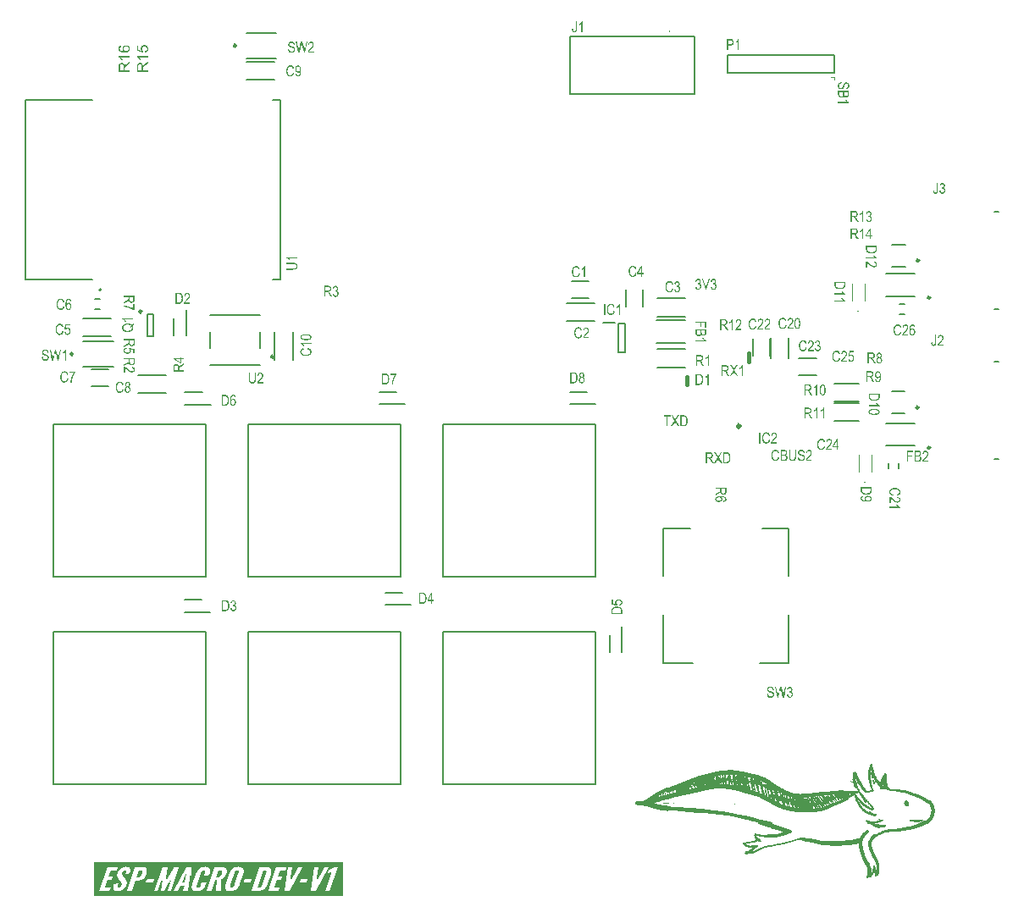
<source format=gto>
G04*
G04 #@! TF.GenerationSoftware,Altium Limited,Altium Designer,25.4.2 (15)*
G04*
G04 Layer_Color=65535*
%FSLAX44Y44*%
%MOMM*%
G71*
G04*
G04 #@! TF.SameCoordinates,99B82A19-3900-4842-934D-00B4288F025C*
G04*
G04*
G04 #@! TF.FilePolarity,Positive*
G04*
G01*
G75*
%ADD10C,0.2500*%
%ADD11C,0.2000*%
%ADD12C,0.1000*%
%ADD13C,0.3250*%
%ADD14C,0.1270*%
%ADD15C,0.4000*%
G36*
X822176Y116108D02*
X822468Y115899D01*
X822530Y115837D01*
X822655Y115545D01*
X822760Y115274D01*
X822801Y115107D01*
X822843Y114732D01*
X822968Y113731D01*
X823010Y113564D01*
X823135Y113230D01*
X823323Y112917D01*
X823385Y112688D01*
X823427Y112438D01*
X823469Y112229D01*
X823552Y112021D01*
X823656Y111750D01*
X823719Y111312D01*
X823781Y111082D01*
X823865Y110791D01*
X823906Y110624D01*
X823969Y110353D01*
X824011Y110144D01*
X824073Y109915D01*
X824115Y109748D01*
X824198Y109456D01*
X824240Y109164D01*
X824344Y108893D01*
X824490Y108538D01*
X824532Y108372D01*
X824595Y108059D01*
X824657Y107871D01*
X824886Y107225D01*
X824949Y106995D01*
X825053Y106724D01*
X825095Y106557D01*
X825199Y106286D01*
X825304Y105848D01*
X825575Y105327D01*
X825658Y105119D01*
X825908Y104576D01*
X826367Y103701D01*
X826451Y103617D01*
X826659Y103158D01*
X826805Y102762D01*
X826951Y102533D01*
X827076Y102408D01*
X827118Y102324D01*
X827285Y101949D01*
X827618Y101323D01*
X827785Y101073D01*
X828160Y100364D01*
X828348Y100135D01*
X828703Y99780D01*
X828744Y99697D01*
X829036Y99321D01*
X829411Y98946D01*
X829453Y98863D01*
X829516Y98800D01*
X829599Y98758D01*
X829787Y98571D01*
X829829Y98487D01*
X829954Y98362D01*
X829995Y98279D01*
X830183Y98091D01*
X830475Y98008D01*
X830642Y97966D01*
X830934Y98133D01*
X831080Y98487D01*
X831122Y98904D01*
X831184Y99217D01*
X831247Y99447D01*
X831288Y99614D01*
X831330Y100030D01*
X831372Y100156D01*
X831497Y100656D01*
X831851Y101678D01*
X831893Y101845D01*
X831935Y102095D01*
X832018Y102303D01*
X832206Y102491D01*
X832289Y102700D01*
X832331Y102866D01*
X832435Y103138D01*
X832831Y103659D01*
X832915Y103867D01*
X833019Y104138D01*
X833144Y104472D01*
X833290Y104618D01*
X833311Y104681D01*
X833394Y104722D01*
X833624Y104952D01*
X833707Y105160D01*
X833811Y105431D01*
X833916Y105577D01*
X833978Y105640D01*
X834062Y105682D01*
X834291Y105869D01*
X834458Y106161D01*
X834645Y106391D01*
X834812Y106557D01*
X834896Y106599D01*
X835146Y106849D01*
X835229Y106891D01*
X835480Y107058D01*
X835772Y107183D01*
X835938Y107225D01*
X836147Y107183D01*
X836376Y106995D01*
X836627Y106745D01*
X836668Y106662D01*
X836877Y106203D01*
X836939Y105682D01*
X836981Y105473D01*
X837002Y105160D01*
X836960Y105035D01*
X836918Y103492D01*
X836960Y102408D01*
X837044Y102199D01*
X837064Y101219D01*
X837023Y100802D01*
X836960Y100239D01*
X837002Y99405D01*
X837085Y99196D01*
X837127Y98904D01*
X837169Y98487D01*
X837315Y97799D01*
X837356Y97591D01*
X837565Y96757D01*
X837607Y96423D01*
X837690Y96089D01*
X837794Y95860D01*
X837857Y95589D01*
X837899Y95380D01*
X837982Y95172D01*
X838253Y94567D01*
X838754Y93608D01*
X838962Y93316D01*
X839004Y93233D01*
X839087Y93149D01*
X839129Y93066D01*
X839191Y92962D01*
X839254Y92941D01*
X839296Y92857D01*
X839379Y92774D01*
X839713Y92148D01*
X840005Y91856D01*
X840255Y91398D01*
X840359Y91252D01*
X840443Y91210D01*
X840818Y91043D01*
X841110Y91001D01*
X841861Y91043D01*
X841986Y91085D01*
X842528Y91126D01*
X842820Y91168D01*
X845614Y91126D01*
X845739Y91085D01*
X846031Y91001D01*
X846573Y90960D01*
X847136Y90897D01*
X847595Y90855D01*
X848012Y90814D01*
X848387Y90772D01*
X848930Y90730D01*
X849096Y90689D01*
X849305Y90647D01*
X850264Y90563D01*
X851411Y90417D01*
X851578Y90376D01*
X852203Y90334D01*
X852412Y90251D01*
X853100Y90188D01*
X853434Y90146D01*
X853934Y90063D01*
X854351Y89980D01*
X854602Y89938D01*
X854810Y89896D01*
X855185Y89854D01*
X855394Y89813D01*
X855623Y89750D01*
X855915Y89708D01*
X856311Y89646D01*
X856728Y89563D01*
X857062Y89479D01*
X857396Y89354D01*
X857750Y89208D01*
X857959Y89125D01*
X858355Y89062D01*
X858522Y89020D01*
X858584Y88958D01*
X858668Y88916D01*
X858751Y88833D01*
X858960Y88749D01*
X859252Y88708D01*
X859481Y88645D01*
X859710Y88541D01*
X860002Y88416D01*
X860273Y88311D01*
X860732Y88103D01*
X861212Y87957D01*
X861379Y87915D01*
X861629Y87873D01*
X861962Y87665D01*
X862296Y87582D01*
X862609Y87519D01*
X862838Y87415D01*
X863047Y87331D01*
X863589Y87164D01*
X863756Y87123D01*
X864048Y87039D01*
X864548Y86914D01*
X864882Y86873D01*
X865424Y86622D01*
X865862Y86518D01*
X866091Y86455D01*
X866383Y86372D01*
X867155Y86101D01*
X867488Y85976D01*
X867718Y85913D01*
X868051Y85830D01*
X868594Y85580D01*
X868885Y85538D01*
X869115Y85475D01*
X869574Y85267D01*
X869782Y85183D01*
X870721Y84746D01*
X870887Y84704D01*
X871221Y84662D01*
X871513Y84454D01*
X871972Y84245D01*
X872243Y84141D01*
X872305Y84078D01*
X872472Y84037D01*
X872848Y83870D01*
X873390Y83578D01*
X873682Y83369D01*
X874057Y83202D01*
X874286Y83140D01*
X874537Y83015D01*
X874682Y82911D01*
X874933Y82744D01*
X875642Y82368D01*
X876059Y82076D01*
X876518Y81826D01*
X876768Y81659D01*
X877143Y81451D01*
X877769Y81117D01*
X877915Y80971D01*
X877956Y80888D01*
X878394Y80700D01*
X878561Y80659D01*
X878728Y80492D01*
X878811Y80450D01*
X879103Y80241D01*
X879645Y80075D01*
X879812Y80033D01*
X880209Y79887D01*
X880730Y79658D01*
X881022Y79491D01*
X881126Y79387D01*
X881168Y79303D01*
X881314Y79157D01*
X881397Y79115D01*
X881480Y79032D01*
X881564Y78990D01*
X881752Y78803D01*
X881793Y78719D01*
X882127Y78135D01*
X882294Y77885D01*
X882335Y77802D01*
X882523Y77572D01*
X882627Y77343D01*
X882690Y77113D01*
X882794Y76968D01*
X882940Y76822D01*
X883024Y76780D01*
X883128Y76676D01*
X883295Y76259D01*
X883545Y75716D01*
X883712Y75299D01*
X883837Y75007D01*
X884129Y74465D01*
X884212Y74257D01*
X884296Y73923D01*
X884546Y73381D01*
X884629Y73089D01*
X884775Y72693D01*
X884817Y72526D01*
X884859Y72317D01*
X884900Y72067D01*
X884942Y71859D01*
X885025Y71358D01*
X885067Y70900D01*
X885109Y70399D01*
X885130Y68501D01*
X885088Y68376D01*
X885025Y67354D01*
X884879Y66875D01*
X884817Y66395D01*
X884692Y65770D01*
X884608Y65436D01*
X884379Y64706D01*
X884337Y64539D01*
X884296Y64247D01*
X884045Y63705D01*
X883983Y63476D01*
X883899Y63267D01*
X883587Y62746D01*
X883503Y62538D01*
X883253Y62079D01*
X883044Y61745D01*
X883003Y61662D01*
X882919Y61578D01*
X882878Y61495D01*
X882794Y61286D01*
X882690Y61015D01*
X882627Y60953D01*
X882607Y60890D01*
X882523Y60848D01*
X882440Y60765D01*
X882356Y60723D01*
X882169Y60411D01*
X882127Y60327D01*
X882044Y60244D01*
X882002Y60160D01*
X881814Y59931D01*
X881647Y59681D01*
X881585Y59618D01*
X881543Y59535D01*
X881418Y59410D01*
X881376Y59326D01*
X881168Y59118D01*
X881126Y59034D01*
X880959Y58742D01*
X880688Y58471D01*
X880396Y58305D01*
X880334Y58242D01*
X880083Y57783D01*
X880021Y57721D01*
X879937Y57679D01*
X879854Y57596D01*
X879771Y57554D01*
X879500Y57366D01*
X879458Y57283D01*
X879103Y56928D01*
X879020Y56887D01*
X878936Y56803D01*
X878728Y56678D01*
X878478Y56511D01*
X878082Y56365D01*
X877727Y56178D01*
X877560Y56136D01*
X877081Y56073D01*
X876851Y56011D01*
X876580Y55906D01*
X876372Y55823D01*
X876059Y55635D01*
X875350Y55302D01*
X875058Y55260D01*
X874828Y55198D01*
X874766Y55135D01*
X874682Y55093D01*
X874474Y54968D01*
X874140Y54885D01*
X873911Y54822D01*
X873452Y54614D01*
X873181Y54509D01*
X872889Y54426D01*
X872493Y54280D01*
X872347Y54217D01*
X871888Y54009D01*
X871659Y53946D01*
X871513Y53884D01*
X871263Y53717D01*
X870992Y53654D01*
X870783Y53613D01*
X870429Y53467D01*
X870137Y53342D01*
X869594Y53133D01*
X869219Y52966D01*
X868927Y52841D01*
X868489Y52737D01*
X868343Y52674D01*
X868176Y52508D01*
X867968Y52424D01*
X867467Y52299D01*
X866925Y52049D01*
X866508Y51924D01*
X865591Y51632D01*
X865090Y51507D01*
X864798Y51465D01*
X864527Y51402D01*
X864361Y51361D01*
X864006Y51256D01*
X863714Y51173D01*
X863443Y51110D01*
X863234Y51069D01*
X862901Y50985D01*
X862421Y50839D01*
X862108Y50777D01*
X861962Y50714D01*
X861712Y50547D01*
X861545Y50506D01*
X860878Y50464D01*
X860753Y50422D01*
X860273Y50360D01*
X859418Y50255D01*
X859001Y50214D01*
X858668Y50172D01*
X858543Y50130D01*
X858376Y50089D01*
X857771Y50026D01*
X857521Y49984D01*
X857354Y49943D01*
X857145Y49901D01*
X856916Y49838D01*
X856645Y49776D01*
X856478Y49734D01*
X856270Y49692D01*
X855853Y49651D01*
X855602Y49609D01*
X855331Y49463D01*
X855164Y49421D01*
X854935Y49400D01*
X854789Y49421D01*
X854664Y49380D01*
X853684Y49234D01*
X853121Y49171D01*
X852829Y49129D01*
X852245Y49088D01*
X852037Y49004D01*
X851202Y48962D01*
X851077Y48921D01*
X850222Y48817D01*
X849659Y48754D01*
X849180Y48691D01*
X848825Y48587D01*
X848659Y48545D01*
X847366Y48504D01*
X847241Y48462D01*
X845843Y48400D01*
X844676Y48358D01*
X843883Y48316D01*
X841339Y48274D01*
X840797Y48233D01*
X840380Y48191D01*
X839629Y48149D01*
X839296Y48066D01*
X838733Y48003D01*
X838441Y47962D01*
X838274Y47920D01*
X837336Y47774D01*
X836918Y47691D01*
X836356Y47628D01*
X835959Y47565D01*
X835542Y47482D01*
X835188Y47378D01*
X834896Y47294D01*
X834249Y47065D01*
X833770Y46836D01*
X833269Y46710D01*
X832644Y46418D01*
X832310Y46377D01*
X831976Y46168D01*
X830850Y45626D01*
X830642Y45543D01*
X830350Y45459D01*
X830183Y45418D01*
X829975Y45334D01*
X829683Y45126D01*
X829391Y45001D01*
X829182Y44917D01*
X828890Y44792D01*
X828515Y44584D01*
X828431Y44500D01*
X828348Y44458D01*
X828223Y44333D01*
X828139Y44292D01*
X827889Y44125D01*
X827180Y43791D01*
X826784Y43645D01*
X826638Y43541D01*
X826263Y43374D01*
X825929Y43249D01*
X825846Y43165D01*
X825762Y43124D01*
X825658Y43019D01*
X825616Y42936D01*
X825491Y42811D01*
X825450Y42728D01*
X825179Y42456D01*
X825095Y42415D01*
X824574Y42060D01*
X824490Y41977D01*
X824449Y41894D01*
X823990Y41435D01*
X823886Y41164D01*
X823677Y40830D01*
X823573Y40684D01*
X823323Y40142D01*
X823072Y39683D01*
X822989Y39600D01*
X822947Y39516D01*
X822739Y39224D01*
X822697Y39141D01*
X822572Y38849D01*
X822363Y38474D01*
X822217Y38328D01*
X822155Y38307D01*
X822113Y38223D01*
X822030Y38015D01*
X821988Y37848D01*
X821946Y37598D01*
X821863Y37389D01*
X821800Y37118D01*
X821759Y36910D01*
X821717Y36660D01*
X821675Y36242D01*
X821654Y36222D01*
X821696Y36096D01*
X821738Y35346D01*
X821863Y35054D01*
X821967Y34407D01*
X822009Y34241D01*
X822092Y34032D01*
X822301Y33448D01*
X822426Y33115D01*
X822572Y32635D01*
X822634Y32239D01*
X822718Y32030D01*
X822780Y31968D01*
X822864Y31759D01*
X822906Y31592D01*
X822968Y31321D01*
X823052Y31113D01*
X823281Y30633D01*
X823323Y30466D01*
X823406Y30174D01*
X823469Y29945D01*
X823510Y29778D01*
X823635Y29444D01*
X823865Y28798D01*
X823990Y28590D01*
X824073Y28381D01*
X824136Y28068D01*
X824240Y27714D01*
X824324Y27422D01*
X824470Y27026D01*
X824553Y26817D01*
X824803Y26400D01*
X824907Y26212D01*
X824991Y25920D01*
X825158Y25628D01*
X825408Y25378D01*
X825742Y24753D01*
X825992Y24294D01*
X826159Y24002D01*
X826284Y23877D01*
X826325Y23793D01*
X826409Y23710D01*
X826451Y23627D01*
X826617Y23376D01*
X826659Y23210D01*
X827076Y22459D01*
X827285Y22250D01*
X827410Y21833D01*
X827451Y21667D01*
X827702Y21208D01*
X827994Y20582D01*
X828035Y20499D01*
X828160Y20207D01*
X828286Y19790D01*
X828348Y19394D01*
X828452Y19248D01*
X828619Y18997D01*
X828661Y18830D01*
X828703Y18288D01*
X828744Y18163D01*
X828786Y17996D01*
X828911Y17579D01*
X828995Y17287D01*
X829078Y16954D01*
X829140Y16683D01*
X829182Y16266D01*
X829266Y15932D01*
X829328Y15703D01*
X829391Y15140D01*
X829474Y14472D01*
X829516Y14055D01*
X829599Y13388D01*
X829641Y12888D01*
X829683Y12012D01*
X829724Y11553D01*
X829745Y9322D01*
X829704Y9197D01*
X829578Y8071D01*
X829537Y7779D01*
X829474Y7424D01*
X829391Y7007D01*
X829349Y6632D01*
X829266Y6423D01*
X829161Y6319D01*
X829120Y6236D01*
X828995Y5944D01*
X828786Y5568D01*
X828577Y5360D01*
X828536Y5276D01*
X828327Y5068D01*
X828286Y4984D01*
X828202Y4901D01*
X828160Y4818D01*
X828056Y4713D01*
X827973Y4672D01*
X827806Y4505D01*
X827431Y4338D01*
X827139Y4255D01*
X826909Y4192D01*
X826659Y3984D01*
X826263Y3587D01*
X826179Y3546D01*
X826096Y3462D01*
X826013Y3420D01*
X825721Y3295D01*
X825429Y3337D01*
X825241Y3525D01*
X825074Y3942D01*
X825033Y4109D01*
X825074Y4734D01*
X825116Y4859D01*
X825158Y5026D01*
X825241Y5318D01*
X825366Y6027D01*
X825408Y6194D01*
X825450Y6611D01*
X825408Y7403D01*
X825366Y7570D01*
X825324Y8154D01*
X825283Y8279D01*
X825199Y8488D01*
X825074Y8696D01*
X824970Y8800D01*
X824595Y8759D01*
X824449Y8613D01*
X824407Y8529D01*
X824198Y8071D01*
X824073Y7570D01*
X823865Y6903D01*
X823823Y6736D01*
X823719Y6465D01*
X823656Y6402D01*
X823615Y6319D01*
X823489Y6027D01*
X823427Y5756D01*
X823364Y5610D01*
X823177Y5381D01*
X822780Y4984D01*
X822739Y4901D01*
X822530Y4567D01*
X822488Y4484D01*
X822384Y4338D01*
X822322Y4317D01*
X822280Y4234D01*
X822051Y4004D01*
X821967Y3963D01*
X821779Y3775D01*
X821738Y3692D01*
X821467Y3295D01*
X821383Y3212D01*
X821300Y3170D01*
X821008Y3003D01*
X820758Y2837D01*
X820466Y2711D01*
X820257Y2628D01*
X819965Y2545D01*
X819277Y2566D01*
X818943Y2524D01*
X818735Y2482D01*
X818568Y2440D01*
X818339Y2378D01*
X818047Y2336D01*
X817213Y2378D01*
X817025Y2566D01*
X816900Y2857D01*
X816775Y3275D01*
X816817Y3733D01*
X816900Y3942D01*
X817004Y4421D01*
X817046Y4588D01*
X817171Y4922D01*
X817380Y5256D01*
X817609Y5777D01*
X817713Y6215D01*
X817776Y6361D01*
X817859Y6569D01*
X817901Y7654D01*
X817943Y7779D01*
X817963Y9384D01*
X817922Y9718D01*
X817880Y10218D01*
X817818Y10781D01*
X817776Y10948D01*
X817713Y11386D01*
X817672Y11595D01*
X817630Y11761D01*
X817484Y12241D01*
X817421Y12471D01*
X817338Y12679D01*
X817067Y13284D01*
X816963Y13555D01*
X816879Y13763D01*
X816817Y13826D01*
X816775Y13909D01*
X816650Y14034D01*
X816608Y14118D01*
X816400Y14410D01*
X816024Y15119D01*
X815941Y15202D01*
X815899Y15286D01*
X815607Y15828D01*
X815419Y16057D01*
X815274Y16412D01*
X815107Y16704D01*
X814982Y16829D01*
X814940Y16912D01*
X814690Y17162D01*
X814648Y17246D01*
X814481Y17621D01*
X814398Y17830D01*
X814189Y18205D01*
X814106Y18288D01*
X814064Y18372D01*
X813939Y18497D01*
X813856Y18705D01*
X813709Y19102D01*
X813605Y19206D01*
X813480Y19498D01*
X813334Y19894D01*
X813063Y20540D01*
X813021Y20707D01*
X812855Y21124D01*
X812813Y21208D01*
X812646Y21583D01*
X812563Y21917D01*
X812521Y22167D01*
X812271Y22584D01*
X812229Y22751D01*
X812166Y23022D01*
X812083Y23230D01*
X811687Y24085D01*
X811583Y24357D01*
X811520Y24586D01*
X811395Y25003D01*
X811353Y25337D01*
X811186Y25712D01*
X811145Y25879D01*
X811082Y26275D01*
X810811Y27130D01*
X810728Y27422D01*
X810665Y27693D01*
X810623Y27901D01*
X810582Y28068D01*
X810540Y28402D01*
X810498Y28610D01*
X810352Y28840D01*
X810227Y29132D01*
X810144Y29465D01*
X809977Y29841D01*
X809893Y30133D01*
X809643Y31134D01*
X809602Y31425D01*
X809560Y31592D01*
X809518Y31843D01*
X809310Y32301D01*
X809268Y33594D01*
X809226Y33719D01*
X809184Y35846D01*
X809143Y35971D01*
X809039Y36242D01*
X808830Y36451D01*
X808622Y36534D01*
X807996Y36493D01*
X807871Y36451D01*
X807600Y36388D01*
X807120Y36242D01*
X806557Y36180D01*
X806390Y36138D01*
X806140Y36096D01*
X804889Y35846D01*
X804472Y35805D01*
X804263Y35721D01*
X804034Y35659D01*
X803742Y35617D01*
X803242Y35575D01*
X803116Y35533D01*
X802637Y35471D01*
X801970Y35387D01*
X801427Y35346D01*
X800927Y35304D01*
X799884Y35262D01*
X798675Y35179D01*
X798008Y35137D01*
X797757Y35096D01*
X797257Y35054D01*
X796715Y35012D01*
X796047Y34929D01*
X795672Y34887D01*
X795130Y34845D01*
X794421Y34804D01*
X793879Y34762D01*
X793462Y34720D01*
X793003Y34678D01*
X792461Y34637D01*
X792044Y34595D01*
X791501Y34553D01*
X791335Y34512D01*
X791085Y34470D01*
X790897Y34449D01*
X790772Y34491D01*
X790355Y34449D01*
X787685Y34407D01*
X781763Y34449D01*
X781638Y34491D01*
X780387Y34532D01*
X780262Y34574D01*
X779365Y34637D01*
X778615Y34678D01*
X778052Y34741D01*
X776967Y34783D01*
X776842Y34825D01*
X776363Y34887D01*
X776112Y34929D01*
X775612Y34970D01*
X775278Y35012D01*
X774444Y35096D01*
X773777Y35179D01*
X773360Y35221D01*
X772984Y35262D01*
X772442Y35304D01*
X772192Y35346D01*
X771108Y35513D01*
X770732Y35554D01*
X770399Y35596D01*
X770148Y35638D01*
X769940Y35679D01*
X769606Y35763D01*
X769273Y35805D01*
X769106Y35846D01*
X768668Y36034D01*
X768272Y36096D01*
X768105Y36138D01*
X767917Y36201D01*
X767625Y36284D01*
X767396Y36347D01*
X767062Y36430D01*
X766478Y36639D01*
X766061Y36722D01*
X765895Y36764D01*
X765665Y36868D01*
X765373Y36910D01*
X765206Y36951D01*
X764873Y36993D01*
X764748Y37035D01*
X764435Y37097D01*
X763934Y37181D01*
X763267Y37348D01*
X763017Y37389D01*
X762808Y37431D01*
X762600Y37515D01*
X762371Y37619D01*
X761953Y37660D01*
X761390Y37723D01*
X760932Y37806D01*
X760681Y37848D01*
X760181Y37973D01*
X759952Y38036D01*
X759451Y38119D01*
X759284Y38161D01*
X758513Y38265D01*
X758262Y38307D01*
X758096Y38349D01*
X757262Y38515D01*
X757011Y38557D01*
X756448Y38620D01*
X756031Y38661D01*
X755906Y38703D01*
X755510Y38766D01*
X755343Y38807D01*
X755114Y38870D01*
X753946Y39162D01*
X753654Y39245D01*
X753362Y39287D01*
X753112Y39329D01*
X752820Y39537D01*
X752611Y39621D01*
X752445Y39662D01*
X752215Y39725D01*
X751485Y40121D01*
X751193Y40330D01*
X750735Y40538D01*
X750026Y40663D01*
X749817Y40538D01*
X749567Y40371D01*
X749150Y40330D01*
X748837Y40267D01*
X748670Y40225D01*
X748316Y40121D01*
X748024Y40038D01*
X747857Y39996D01*
X747565Y39913D01*
X747336Y39850D01*
X746794Y39766D01*
X746648Y39704D01*
X746397Y39537D01*
X746105Y39454D01*
X745939Y39412D01*
X745522Y39245D01*
X745105Y39120D01*
X744813Y39037D01*
X744166Y38807D01*
X744104Y38745D01*
X743687Y38620D01*
X743416Y38515D01*
X743186Y38411D01*
X742894Y38369D01*
X742727Y38328D01*
X742498Y38265D01*
X742164Y38140D01*
X741935Y38077D01*
X741643Y37994D01*
X741476Y37952D01*
X741205Y37890D01*
X741038Y37848D01*
X740809Y37785D01*
X740517Y37744D01*
X740288Y37681D01*
X739850Y37494D01*
X739328Y37431D01*
X738494Y37222D01*
X738265Y37160D01*
X737931Y37077D01*
X737639Y36993D01*
X737473Y36951D01*
X737055Y36910D01*
X736764Y36785D01*
X736597Y36743D01*
X736180Y36701D01*
X735971Y36618D01*
X735700Y36514D01*
X734720Y36201D01*
X734428Y36117D01*
X734261Y36076D01*
X733886Y36034D01*
X733594Y35909D01*
X733427Y35867D01*
X733135Y35825D01*
X732676Y35700D01*
X732343Y35617D01*
X731946Y35554D01*
X731696Y35513D01*
X731363Y35429D01*
X731175Y35367D01*
X730675Y35283D01*
X730383Y35241D01*
X729611Y35137D01*
X729361Y35096D01*
X729152Y35054D01*
X728652Y34970D01*
X728443Y34929D01*
X728193Y34887D01*
X727984Y34845D01*
X727442Y34762D01*
X727234Y34678D01*
X727004Y34616D01*
X726504Y34574D01*
X726379Y34532D01*
X725858Y34428D01*
X725023Y34220D01*
X724794Y34157D01*
X724502Y34116D01*
X724252Y34074D01*
X724043Y33990D01*
X723752Y33949D01*
X723147Y33844D01*
X722730Y33761D01*
X722563Y33719D01*
X722354Y33678D01*
X722104Y33636D01*
X721770Y33594D01*
X721353Y33552D01*
X721020Y33511D01*
X720790Y33448D01*
X720499Y33407D01*
X719873Y33365D01*
X719748Y33323D01*
X719352Y33261D01*
X719143Y33219D01*
X718893Y33177D01*
X718726Y33135D01*
X718309Y33052D01*
X717975Y33010D01*
X717642Y32885D01*
X717475Y32843D01*
X717412Y32823D01*
X717371D01*
X716870Y32781D01*
X716745Y32739D01*
X716391Y32677D01*
X716182Y32635D01*
X715848Y32552D01*
X715515Y32426D01*
X715306Y32343D01*
X715118Y32280D01*
X714785Y32197D01*
X714576Y32114D01*
X714284Y31988D01*
X713930Y31926D01*
X713763Y31884D01*
X713346Y31634D01*
X713200Y31530D01*
X712866Y31321D01*
X712157Y30946D01*
X711782Y30779D01*
X711511Y30675D01*
X711073Y30445D01*
X710739Y30362D01*
X710364Y30154D01*
X710031Y29945D01*
X709488Y29695D01*
X709071Y29528D01*
X708613Y29319D01*
X708237Y29111D01*
X708112Y28986D01*
X708029Y28944D01*
X707653Y28777D01*
X707382Y28715D01*
X706652Y28277D01*
X706277Y28110D01*
X705318Y27651D01*
X705151Y27610D01*
X704755Y27338D01*
X704484Y27234D01*
X704254Y27172D01*
X703483Y26817D01*
X703191Y26734D01*
X702690Y26650D01*
X702523Y26609D01*
X702106Y26567D01*
X701627Y26463D01*
X701377Y26421D01*
X700835Y26379D01*
X700126Y26337D01*
X699583Y26296D01*
X699250Y26254D01*
X698749Y26212D01*
X698541Y26129D01*
X698270Y26025D01*
X697832Y25962D01*
X697602Y25900D01*
X697436Y25858D01*
X697144Y25816D01*
X696414Y25879D01*
X696247Y25920D01*
X696038Y26004D01*
X695976Y26066D01*
X695434Y26358D01*
X695371Y26421D01*
X695329Y26504D01*
X695246Y26713D01*
X695163Y27046D01*
X695142Y27234D01*
X695183Y27568D01*
X695225Y27735D01*
X695475Y28152D01*
X695559Y28193D01*
X695642Y28277D01*
X695726Y28319D01*
X696018Y28610D01*
X696101Y28652D01*
X696310Y28735D01*
X696956Y28965D01*
X697290Y29090D01*
X697519Y29194D01*
X697727Y29278D01*
X697894Y29319D01*
X698374Y29424D01*
X698687Y29611D01*
X699104Y29736D01*
X700647Y30529D01*
X700876Y30717D01*
X701064Y30863D01*
X701523Y31113D01*
X701606Y31196D01*
X701689Y31238D01*
X701856Y31405D01*
X702148Y31572D01*
X702378Y31801D01*
X702419Y31884D01*
X702523Y31988D01*
X702607Y32030D01*
X702690Y32114D01*
X702753Y32134D01*
X702795Y32301D01*
X702753Y32385D01*
X702398Y32531D01*
X702106Y32572D01*
X701689Y32531D01*
X701564Y32489D01*
X699646Y32531D01*
X699521Y32572D01*
X699020Y32698D01*
X698624Y32760D01*
X698311Y32948D01*
X698082Y33010D01*
X697873Y33094D01*
X697185Y33448D01*
X696476Y33698D01*
X696101Y33907D01*
X695642Y34116D01*
X695267Y34324D01*
X694808Y34532D01*
X694537Y34678D01*
X694495Y34762D01*
X694099Y35158D01*
X694016Y35200D01*
X693932Y35283D01*
X693849Y35325D01*
X693661Y35638D01*
X693494Y35930D01*
X693327Y36305D01*
X693286Y36597D01*
X693327Y36764D01*
X693578Y37222D01*
X693849Y37494D01*
X694224Y37660D01*
X694558Y37744D01*
X695726Y37785D01*
X695851Y37827D01*
X696268Y37869D01*
X696393Y37911D01*
X696622Y37973D01*
X696789Y38015D01*
X697144Y38119D01*
X697477Y38203D01*
X697769Y38244D01*
X698457Y38307D01*
X698624Y38349D01*
X699291Y38432D01*
X699458Y38474D01*
X699708Y38515D01*
X699917Y38557D01*
X700167Y38599D01*
X700709Y38682D01*
X700960Y38724D01*
X701377Y38766D01*
X701627Y38807D01*
X701898Y38912D01*
X702190Y38953D01*
X702544Y39016D01*
X702753Y39058D01*
X703504Y39183D01*
X703712Y39224D01*
X703941Y39287D01*
X704150Y39370D01*
X704484Y39454D01*
X704713Y39516D01*
X704963Y39683D01*
X705026Y39746D01*
X705234Y39829D01*
X705505Y39892D01*
X705714Y39975D01*
X705777Y40038D01*
X705860Y40079D01*
X706089Y40309D01*
X706173Y40517D01*
X706214Y40684D01*
X706152Y40955D01*
X706110Y41122D01*
X706027Y41330D01*
X705818Y41539D01*
X705735Y41581D01*
X705631Y41685D01*
X705589Y41768D01*
X705380Y42144D01*
X705172Y42436D01*
X705088Y42644D01*
X705005Y42978D01*
X704942Y43249D01*
X704880Y43478D01*
X704776Y43749D01*
X704692Y43958D01*
X704588Y44229D01*
X704484Y44709D01*
X704442Y44917D01*
X704421Y45146D01*
X704463Y45272D01*
X704525Y45543D01*
X704609Y45751D01*
X704797Y46106D01*
X704984Y46335D01*
X705068Y46418D01*
X705234Y46460D01*
X705526Y46502D01*
X706527Y46460D01*
X706652Y46418D01*
X707048Y46356D01*
X707299Y46314D01*
X707841Y46273D01*
X708049Y46231D01*
X708279Y46168D01*
X708446Y46127D01*
X709092Y46022D01*
X709301Y45981D01*
X710051Y45855D01*
X710218Y45814D01*
X710427Y45772D01*
X710593Y45730D01*
X711011Y45689D01*
X711344Y45564D01*
X711532Y45501D01*
X711865Y45459D01*
X711949Y45501D01*
X712074Y45459D01*
X713054Y45438D01*
X716140Y45480D01*
X716495Y45501D01*
X716620Y45459D01*
X717704Y45501D01*
X717913Y45584D01*
X718080Y45626D01*
X719268Y45689D01*
X720040Y45710D01*
X720165Y45668D01*
X722709Y45626D01*
X724294Y45668D01*
X724335Y45626D01*
X724461Y45668D01*
X725378Y45710D01*
X725503Y45751D01*
X726108Y45814D01*
X726358Y45855D01*
X726525Y45897D01*
X727067Y45939D01*
X727296Y46085D01*
X727547Y46252D01*
X727713Y46293D01*
X728130Y46335D01*
X728256Y46377D01*
X728422Y46418D01*
X728693Y46481D01*
X728860Y46523D01*
X729090Y46585D01*
X729507Y46710D01*
X730007Y46836D01*
X730341Y46877D01*
X730883Y47127D01*
X731196Y47190D01*
X731404Y47274D01*
X731571Y47315D01*
X731926Y47419D01*
X732510Y47545D01*
X732802Y47753D01*
X732864Y47816D01*
X732822Y48024D01*
X732635Y48253D01*
X732551Y48295D01*
X732426Y48420D01*
X732155Y48525D01*
X731738Y48691D01*
X731050Y49004D01*
X730758Y49088D01*
X730216Y49338D01*
X729778Y49400D01*
X729173Y49588D01*
X728130Y49922D01*
X727964Y49963D01*
X727568Y50026D01*
X727359Y50109D01*
X727255Y50214D01*
X727046Y50297D01*
X726567Y50360D01*
X726233Y50443D01*
X726004Y50506D01*
X725586Y50631D01*
X725378Y50714D01*
X724836Y50964D01*
X724669Y51006D01*
X724231Y51110D01*
X723960Y51215D01*
X723793Y51256D01*
X723397Y51319D01*
X723063Y51444D01*
X722375Y51757D01*
X721833Y51924D01*
X721541Y52007D01*
X721187Y52070D01*
X721041Y52132D01*
X720832Y52341D01*
X720749Y52382D01*
X720540Y52466D01*
X720207Y52508D01*
X719915Y52633D01*
X719706Y52716D01*
X719039Y52883D01*
X718747Y52966D01*
X718330Y53091D01*
X717934Y53154D01*
X717600Y53362D01*
X717245Y53467D01*
X716933Y53529D01*
X716703Y53592D01*
X716203Y53717D01*
X715765Y53821D01*
X715598Y53863D01*
X715265Y53988D01*
X715035Y54051D01*
X714639Y54197D01*
X714409Y54301D01*
X714076Y54384D01*
X713742Y54426D01*
X713534Y54509D01*
X713138Y54655D01*
X712929Y54739D01*
X712470Y54906D01*
X712137Y55031D01*
X711907Y55093D01*
X711574Y55135D01*
X711198Y55343D01*
X710823Y55510D01*
X710552Y55615D01*
X710197Y55760D01*
X709989Y55844D01*
X709718Y55948D01*
X709509Y56032D01*
X709175Y56240D01*
X708925Y56490D01*
X708758Y56782D01*
X708675Y56866D01*
X708633Y56949D01*
X708466Y57241D01*
X708175Y57616D01*
X707945Y57846D01*
X707653Y57929D01*
X707382Y57992D01*
X707111Y58096D01*
X706277Y58305D01*
X706006Y58367D01*
X705797Y58409D01*
X705631Y58450D01*
X705380Y58492D01*
X704922Y58576D01*
X704692Y58638D01*
X704400Y58680D01*
X704004Y58742D01*
X703754Y58784D01*
X703545Y58826D01*
X703295Y58868D01*
X703128Y58909D01*
X702920Y58951D01*
X702586Y59034D01*
X702357Y59097D01*
X701898Y59139D01*
X701523Y59305D01*
X701356Y59347D01*
X701001Y59410D01*
X700772Y59472D01*
X699938Y59681D01*
X699667Y59743D01*
X699500Y59785D01*
X699145Y59889D01*
X698854Y59931D01*
X698687Y59973D01*
X698311Y60139D01*
X698019Y60181D01*
X697644Y60223D01*
X697519Y60265D01*
X697185Y60348D01*
X696789Y60494D01*
X696622Y60536D01*
X696268Y60640D01*
X695934Y60723D01*
X695475Y60765D01*
X695267Y60848D01*
X694975Y60932D01*
X694474Y60974D01*
X694349Y61015D01*
X694120Y61078D01*
X693620Y61203D01*
X693390Y61266D01*
X693056Y61349D01*
X692785Y61411D01*
X692368Y61453D01*
X692202Y61495D01*
X691847Y61641D01*
X691680Y61683D01*
X691221Y61724D01*
X691096Y61766D01*
X690867Y61829D01*
X690658Y61870D01*
X690492Y61912D01*
X690283Y61954D01*
X689783Y62079D01*
X689553Y62141D01*
X689115Y62204D01*
X688677Y62433D01*
X688511Y62475D01*
X688010Y62517D01*
X687885Y62558D01*
X687009Y62809D01*
X686342Y63017D01*
X686175Y63059D01*
X685883Y63101D01*
X685424Y63309D01*
X684903Y63372D01*
X684674Y63434D01*
X684173Y63559D01*
X683881Y63643D01*
X683214Y63810D01*
X682922Y63851D01*
X682588Y63893D01*
X682297Y64018D01*
X681880Y64060D01*
X681358Y64122D01*
X680816Y64206D01*
X680608Y64247D01*
X679940Y64414D01*
X679398Y64498D01*
X679190Y64581D01*
X678105Y64665D01*
X677688Y64706D01*
X677188Y64748D01*
X676312Y64790D01*
X676145Y64831D01*
X675916Y64894D01*
X675749Y64936D01*
X674790Y64977D01*
X674665Y65019D01*
X674101Y65082D01*
X673643Y65123D01*
X672975Y65165D01*
X672746Y65228D01*
X672454Y65269D01*
X671641Y65332D01*
X670807Y65415D01*
X670348Y65457D01*
X669764Y65499D01*
X669535Y65561D01*
X669243Y65603D01*
X668346Y65665D01*
X667846Y65707D01*
X667429Y65749D01*
X666574Y65811D01*
X666365Y65895D01*
X666198Y65936D01*
X665489Y65978D01*
X665364Y66020D01*
X664843Y66083D01*
X664468Y66124D01*
X664134Y66166D01*
X663633Y66208D01*
X663383Y66249D01*
X663154Y66312D01*
X662987Y66354D01*
X661986Y66395D01*
X661861Y66437D01*
X661089Y66500D01*
X660380Y66541D01*
X660130Y66583D01*
X659922Y66625D01*
X658879Y66708D01*
X658420Y66750D01*
X658045Y66792D01*
X657127Y66833D01*
X656919Y66875D01*
X656690Y66937D01*
X655647Y66979D01*
X655522Y67021D01*
X654583Y67083D01*
X653749Y67125D01*
X653499Y67167D01*
X652331Y67209D01*
X651497Y67250D01*
X649454Y67334D01*
X648703Y67375D01*
X647473Y67438D01*
X646555Y67480D01*
X644949Y67542D01*
X644074Y67584D01*
X643865Y67626D01*
X643156Y67667D01*
X642489Y67709D01*
X642072Y67751D01*
X641738Y67792D01*
X641238Y67834D01*
X640904Y67876D01*
X640696Y67917D01*
X639945Y67959D01*
X639528Y68001D01*
X639152Y68043D01*
X638819Y68084D01*
X638443Y68126D01*
X637714Y68189D01*
X637505Y68272D01*
X637338Y68314D01*
X636129Y68355D01*
X636004Y68397D01*
X635191Y68460D01*
X634607Y68501D01*
X634440Y68543D01*
X634210Y68606D01*
X633793Y68647D01*
X632188Y68793D01*
X631604Y68835D01*
X631354Y68877D01*
X631124Y68939D01*
X630957Y68981D01*
X630040Y69023D01*
X629915Y69064D01*
X628893Y69169D01*
X628226Y69210D01*
X628017Y69252D01*
X627684Y69294D01*
X627100Y69335D01*
X626391Y69377D01*
X625056Y69419D01*
X624723Y69544D01*
X624556Y69586D01*
X623596Y69627D01*
X622470Y69669D01*
X621386Y69753D01*
X620406Y69773D01*
X620281Y69732D01*
X619926Y69669D01*
X619760Y69627D01*
X619530Y69565D01*
X619113Y69440D01*
X618821Y69398D01*
X618550Y69335D01*
X618196Y69231D01*
X616048Y69294D01*
X615172Y69335D01*
X614713Y69377D01*
X614380Y69419D01*
X613545Y69586D01*
X613295Y69627D01*
X613087Y69669D01*
X612524Y69732D01*
X612107Y69773D01*
X611815Y69899D01*
X611210Y69961D01*
X610981Y70024D01*
X610814Y70065D01*
X610522Y70149D01*
X610313Y70232D01*
X609792Y70336D01*
X609542Y70378D01*
X609083Y70420D01*
X608833Y70462D01*
X608604Y70524D01*
X608207Y70587D01*
X608040Y70628D01*
X607686Y70733D01*
X607519Y70774D01*
X606831Y70920D01*
X606497Y71004D01*
X606268Y71066D01*
X605872Y71129D01*
X605705Y71171D01*
X605350Y71275D01*
X605059Y71316D01*
X604746Y71379D01*
X604516Y71442D01*
X603620Y71754D01*
X603349Y71859D01*
X603057Y71942D01*
X602890Y71984D01*
X602598Y72025D01*
X602181Y72276D01*
X602014Y72317D01*
X601639Y72401D01*
X601222Y72568D01*
X600680Y72734D01*
X600262Y72860D01*
X599991Y72964D01*
X599533Y73089D01*
X599115Y73339D01*
X598844Y73443D01*
X598573Y73506D01*
X598365Y73589D01*
X598135Y73652D01*
X597343Y73902D01*
X597009Y73986D01*
X596738Y74048D01*
X596363Y74090D01*
X596113Y74132D01*
X595758Y74236D01*
X594674Y74278D01*
X594549Y74319D01*
X593652Y74382D01*
X592943Y74423D01*
X592776Y74465D01*
X592547Y74528D01*
X591588Y74570D01*
X591463Y74611D01*
X590941Y74674D01*
X590483Y74715D01*
X589774Y74757D01*
X589523Y74799D01*
X588689Y74882D01*
X588356Y74924D01*
X588105Y74966D01*
X587897Y75007D01*
X587730Y75049D01*
X587522Y75132D01*
X587188Y75258D01*
X586917Y75362D01*
X586666Y75404D01*
X586437Y75591D01*
X586145Y75967D01*
X585895Y76175D01*
X585853Y76259D01*
X585728Y76550D01*
X585686Y76717D01*
X585645Y77009D01*
X585707Y77531D01*
X585832Y77864D01*
X585895Y77927D01*
X585937Y78010D01*
X585999Y78073D01*
X586083Y78114D01*
X586229Y78260D01*
X586270Y78344D01*
X586437Y78511D01*
X586479Y78594D01*
X586541Y78657D01*
X586750Y78740D01*
X587042Y78823D01*
X587584Y79074D01*
X587918Y79157D01*
X588210Y79199D01*
X589044Y79282D01*
X589586Y79324D01*
X589711Y79366D01*
X590003Y79407D01*
X590357Y79387D01*
X592901Y79428D01*
X594048Y79449D01*
X594174Y79407D01*
X594632Y79366D01*
X594757Y79407D01*
X594924Y79449D01*
X595216Y79658D01*
X595466Y79908D01*
X595842Y80116D01*
X596029Y80304D01*
X596071Y80387D01*
X596175Y80492D01*
X596259Y80533D01*
X596509Y80700D01*
X596801Y80867D01*
X596968Y81034D01*
X597051Y81075D01*
X597176Y81201D01*
X597260Y81242D01*
X597343Y81326D01*
X597426Y81368D01*
X597718Y81576D01*
X597802Y81618D01*
X598198Y81889D01*
X598636Y82202D01*
X599095Y82452D01*
X599262Y82619D01*
X599345Y82660D01*
X599741Y82931D01*
X599783Y83015D01*
X599971Y83202D01*
X600054Y83244D01*
X600450Y83515D01*
X600513Y83578D01*
X600596Y83619D01*
X600680Y83703D01*
X600763Y83745D01*
X601013Y83912D01*
X601472Y84162D01*
X601701Y84349D01*
X602264Y84662D01*
X602556Y84954D01*
X603098Y85246D01*
X603432Y85580D01*
X603515Y85621D01*
X603766Y85788D01*
X604058Y85913D01*
X604329Y86018D01*
X604746Y86268D01*
X604933Y86372D01*
X605100Y86414D01*
X605371Y86476D01*
X605601Y86622D01*
X605809Y86873D01*
X606059Y87039D01*
X606330Y87144D01*
X606393Y87206D01*
X606685Y87373D01*
X606977Y87582D01*
X607060Y87623D01*
X607644Y88040D01*
X608020Y88249D01*
X608312Y88374D01*
X608541Y88436D01*
X608749Y88520D01*
X608812Y88582D01*
X608895Y88624D01*
X609604Y89000D01*
X609896Y89125D01*
X610355Y89291D01*
X610647Y89500D01*
X610730Y89542D01*
X610981Y89708D01*
X611523Y89959D01*
X611690Y90000D01*
X611982Y90209D01*
X612065Y90292D01*
X612357Y90376D01*
X612878Y90563D01*
X612941Y90626D01*
X613650Y91001D01*
X613900Y91168D01*
X614359Y91418D01*
X614651Y91544D01*
X614818Y91585D01*
X615047Y91648D01*
X615485Y91835D01*
X616006Y92023D01*
X616340Y92148D01*
X616548Y92232D01*
X616715Y92273D01*
X617070Y92378D01*
X617236Y92419D01*
X617779Y92586D01*
X617945Y92628D01*
X618634Y92732D01*
X619051Y92774D01*
X619676Y92899D01*
X619843Y92941D01*
X620177Y93066D01*
X620823Y93420D01*
X621094Y93483D01*
X621344Y93525D01*
X621553Y93608D01*
X621615Y93671D01*
X621699Y93712D01*
X621991Y93837D01*
X622387Y93900D01*
X622658Y94004D01*
X622950Y94129D01*
X623826Y94546D01*
X624118Y94671D01*
X624285Y94713D01*
X624597Y94776D01*
X625035Y95005D01*
X625369Y95089D01*
X625598Y95151D01*
X626349Y95485D01*
X627037Y95797D01*
X627329Y95923D01*
X627809Y95985D01*
X627955Y96048D01*
X628330Y96215D01*
X628685Y96277D01*
X628893Y96361D01*
X629248Y96506D01*
X629456Y96590D01*
X629727Y96694D01*
X630061Y96819D01*
X630415Y97007D01*
X630791Y97174D01*
X630957Y97215D01*
X631166Y97340D01*
X631249Y97424D01*
X631333Y97466D01*
X631625Y97591D01*
X631958Y97633D01*
X633001Y98133D01*
X633376Y98300D01*
X633585Y98383D01*
X633877Y98467D01*
X634190Y98529D01*
X634419Y98675D01*
X634711Y98800D01*
X635045Y98884D01*
X635587Y99134D01*
X635795Y99217D01*
X636025Y99280D01*
X636483Y99488D01*
X636588Y99593D01*
X637046Y99801D01*
X637338Y99843D01*
X637609Y99947D01*
X637881Y100093D01*
X638047Y100135D01*
X638381Y100260D01*
X639090Y100594D01*
X639507Y100719D01*
X640737Y101157D01*
X641008Y101302D01*
X641175Y101344D01*
X641571Y101490D01*
X641801Y101594D01*
X642009Y101678D01*
X642301Y101761D01*
X642718Y101886D01*
X643135Y102053D01*
X643219Y102095D01*
X643511Y102220D01*
X643803Y102303D01*
X644032Y102366D01*
X644303Y102470D01*
X644783Y102575D01*
X644991Y102658D01*
X645221Y102762D01*
X645513Y102887D01*
X646305Y103138D01*
X646597Y103221D01*
X646764Y103263D01*
X647056Y103304D01*
X647285Y103492D01*
X647473Y103596D01*
X647890Y103721D01*
X648265Y103888D01*
X648682Y104013D01*
X648953Y104076D01*
X649287Y104159D01*
X649704Y104326D01*
X650058Y104430D01*
X650288Y104493D01*
X650809Y104722D01*
X651164Y104785D01*
X651518Y104889D01*
X651810Y104973D01*
X652310Y105098D01*
X652602Y105181D01*
X653145Y105348D01*
X653311Y105390D01*
X653541Y105452D01*
X653895Y105556D01*
X654187Y105598D01*
X654458Y105661D01*
X654875Y105744D01*
X655126Y105786D01*
X655626Y105911D01*
X655855Y105974D01*
X656064Y106057D01*
X656564Y106140D01*
X656835Y106245D01*
X657065Y106349D01*
X657232Y106391D01*
X657670Y106453D01*
X658128Y106578D01*
X658337Y106620D01*
X658566Y106683D01*
X658858Y106766D01*
X659025Y106808D01*
X659442Y106933D01*
X659609Y106974D01*
X659922Y107037D01*
X659984Y107100D01*
X660193Y107183D01*
X660360Y107225D01*
X660923Y107287D01*
X661131Y107329D01*
X661298Y107371D01*
X661507Y107412D01*
X661736Y107475D01*
X662570Y107683D01*
X662987Y107725D01*
X663383Y107871D01*
X663592Y107913D01*
X663925Y107955D01*
X664259Y108038D01*
X664468Y108080D01*
X664634Y108121D01*
X664843Y108163D01*
X665072Y108226D01*
X665239Y108267D01*
X665823Y108434D01*
X665990Y108476D01*
X666344Y108538D01*
X666574Y108601D01*
X666740Y108643D01*
X667032Y108684D01*
X667366Y108768D01*
X667721Y108830D01*
X668555Y108955D01*
X668805Y108997D01*
X669368Y109060D01*
X669764Y109122D01*
X670139Y109164D01*
X670473Y109206D01*
X671015Y109289D01*
X671683Y109373D01*
X672058Y109414D01*
X672642Y109456D01*
X673142Y109581D01*
X674018Y109623D01*
X674560Y109664D01*
X675228Y109706D01*
X675624Y109727D01*
X675707Y109685D01*
X675832Y109727D01*
X676124Y109769D01*
X676249Y109810D01*
X676416Y109852D01*
X678084Y109894D01*
X678209Y109936D01*
X681004Y109977D01*
X683548Y109936D01*
X683673Y109894D01*
X684465Y109852D01*
X684590Y109810D01*
X685383Y109769D01*
X685633Y109727D01*
X685842Y109644D01*
X686133Y109602D01*
X686926Y109560D01*
X687051Y109518D01*
X687551Y109477D01*
X687676Y109435D01*
X688198Y109373D01*
X688740Y109331D01*
X688949Y109247D01*
X689115Y109206D01*
X689658Y109164D01*
X689991Y109122D01*
X690408Y109039D01*
X690575Y108997D01*
X690825Y108955D01*
X691034Y108914D01*
X691284Y108872D01*
X691784Y108830D01*
X692035Y108789D01*
X692202Y108747D01*
X692410Y108705D01*
X692869Y108664D01*
X693286Y108580D01*
X693515Y108518D01*
X693682Y108476D01*
X693953Y108413D01*
X694120Y108372D01*
X694329Y108330D01*
X694579Y108288D01*
X695037Y108246D01*
X695246Y108163D01*
X695475Y108059D01*
X695767Y108017D01*
X696226Y107975D01*
X696351Y107934D01*
X696831Y107829D01*
X696998Y107788D01*
X697206Y107746D01*
X697540Y107663D01*
X697748Y107621D01*
X698124Y107579D01*
X698332Y107537D01*
X698770Y107350D01*
X699291Y107287D01*
X699708Y107204D01*
X700876Y106912D01*
X701085Y106870D01*
X701502Y106828D01*
X701731Y106683D01*
X701940Y106557D01*
X702106Y106516D01*
X702690Y106474D01*
X702815Y106432D01*
X702982Y106391D01*
X703253Y106328D01*
X703462Y106286D01*
X703629Y106245D01*
X703858Y106182D01*
X704359Y106057D01*
X704734Y106015D01*
X705193Y105807D01*
X705485Y105765D01*
X705818Y105723D01*
X705943Y105682D01*
X706277Y105598D01*
X706527Y105556D01*
X706652Y105515D01*
X706882Y105452D01*
X707612Y105223D01*
X707966Y105160D01*
X708321Y104973D01*
X708487Y104931D01*
X708884Y104868D01*
X709113Y104806D01*
X709280Y104764D01*
X709676Y104618D01*
X710510Y104284D01*
X710698Y104222D01*
X711136Y104118D01*
X711365Y103972D01*
X711574Y103888D01*
X711740Y103847D01*
X712011Y103784D01*
X712429Y103617D01*
X712574Y103555D01*
X713117Y103304D01*
X713763Y103075D01*
X713930Y103033D01*
X714138Y102992D01*
X714305Y102950D01*
X714639Y102741D01*
X714993Y102595D01*
X715265Y102491D01*
X715619Y102345D01*
X715827Y102220D01*
X716119Y102011D01*
X716203Y101970D01*
X716995Y101594D01*
X717287Y101511D01*
X717558Y101407D01*
X717704Y101261D01*
X717788Y101219D01*
X717871Y101136D01*
X718100Y101073D01*
X718497Y100885D01*
X718872Y100594D01*
X719581Y100093D01*
X719873Y99926D01*
X720102Y99739D01*
X720248Y99593D01*
X720332Y99551D01*
X720790Y99301D01*
X721082Y99092D01*
X721374Y98925D01*
X721750Y98550D01*
X721833Y98508D01*
X721916Y98425D01*
X722000Y98383D01*
X722292Y98175D01*
X722584Y98008D01*
X722980Y97737D01*
X723084Y97633D01*
X723168Y97591D01*
X723501Y97257D01*
X723585Y97215D01*
X723877Y97049D01*
X723960Y96965D01*
X724043Y96924D01*
X724252Y96715D01*
X724335Y96673D01*
X724857Y96319D01*
X725044Y96131D01*
X725753Y95756D01*
X725920Y95589D01*
X726504Y95255D01*
X726963Y95047D01*
X727046Y95005D01*
X727276Y94817D01*
X727463Y94630D01*
X728110Y94400D01*
X728172Y94338D01*
X728923Y93921D01*
X729215Y93754D01*
X729590Y93545D01*
X729820Y93358D01*
X730091Y93212D01*
X730174Y93170D01*
X730716Y92795D01*
X730987Y92732D01*
X731154Y92690D01*
X731404Y92524D01*
X731592Y92336D01*
X731675Y92294D01*
X731926Y92127D01*
X732384Y91877D01*
X732968Y91460D01*
X733052Y91418D01*
X733260Y91335D01*
X733427Y91293D01*
X733719Y91126D01*
X733844Y91001D01*
X733928Y90960D01*
X734303Y90793D01*
X734511Y90668D01*
X734595Y90584D01*
X734678Y90543D01*
X735012Y90334D01*
X735387Y90126D01*
X736055Y89708D01*
X736263Y89625D01*
X736743Y89521D01*
X737097Y89333D01*
X737514Y89208D01*
X737889Y89041D01*
X738307Y88874D01*
X738473Y88833D01*
X738765Y88708D01*
X739391Y88416D01*
X739725Y88332D01*
X739954Y88270D01*
X740204Y88103D01*
X740267Y88040D01*
X740767Y87915D01*
X741226Y87707D01*
X741434Y87623D01*
X742352Y87331D01*
X742644Y87248D01*
X742811Y87206D01*
X743186Y87164D01*
X743561Y86998D01*
X744166Y86893D01*
X744396Y86831D01*
X744604Y86747D01*
X745063Y86622D01*
X745230Y86581D01*
X745939Y86455D01*
X746460Y86393D01*
X746710Y86351D01*
X747461Y86309D01*
X747878Y86268D01*
X748420Y86226D01*
X751319Y86205D01*
X751444Y86247D01*
X753195Y86289D01*
X753320Y86330D01*
X754822Y86372D01*
X754947Y86414D01*
X756052Y86476D01*
X756261Y86518D01*
X757220Y86560D01*
X758012Y86601D01*
X758721Y86643D01*
X759680Y86685D01*
X760181Y86727D01*
X760723Y86810D01*
X760973Y86852D01*
X761307Y86893D01*
X761724Y86935D01*
X762433Y86977D01*
X762642Y87060D01*
X762850Y87102D01*
X763559Y87144D01*
X763976Y87185D01*
X764310Y87227D01*
X764685Y87269D01*
X765019Y87310D01*
X765603Y87352D01*
X766082Y87498D01*
X766833Y87540D01*
X766958Y87582D01*
X767521Y87644D01*
X768188Y87727D01*
X768647Y87769D01*
X768856Y87811D01*
X769210Y87915D01*
X770044Y87957D01*
X770169Y87999D01*
X770774Y88061D01*
X771108Y88103D01*
X771483Y88145D01*
X772067Y88186D01*
X772338Y88291D01*
X773193Y88353D01*
X773652Y88395D01*
X774486Y88478D01*
X775028Y88520D01*
X775362Y88562D01*
X778406Y88603D01*
X778969Y88666D01*
X780179Y88708D01*
X780304Y88749D01*
X781471Y88791D01*
X781742Y88854D01*
X781909Y88895D01*
X782660Y88937D01*
X783244Y88979D01*
X784078Y89062D01*
X784829Y89104D01*
X785204Y89145D01*
X785663Y89187D01*
X786413Y89271D01*
X786872Y89312D01*
X787206Y89354D01*
X787456Y89396D01*
X787873Y89437D01*
X788332Y89521D01*
X788895Y89583D01*
X789187Y89625D01*
X789354Y89667D01*
X790084Y89729D01*
X791189Y89792D01*
X791314Y89750D01*
X792356Y89708D01*
X793795Y89604D01*
X794546Y89563D01*
X795109Y89500D01*
X795443Y89417D01*
X795735Y89333D01*
X796068Y89250D01*
X796485Y89208D01*
X796777Y89166D01*
X797716Y89104D01*
X797882Y89062D01*
X798696Y89041D01*
X798821Y89083D01*
X801448Y89041D01*
X801573Y89000D01*
X801928Y88937D01*
X802178Y88895D01*
X802637Y88854D01*
X803533Y88833D01*
X803659Y88874D01*
X804242Y88833D01*
X804368Y88791D01*
X805494Y88749D01*
X805619Y88791D01*
X806307Y88854D01*
X806891Y88895D01*
X807433Y88937D01*
X807767Y88979D01*
X807975Y89062D01*
X808204Y89208D01*
X808267Y89396D01*
X808225Y89604D01*
X808100Y89896D01*
X808038Y90167D01*
X807954Y90376D01*
X807892Y90522D01*
X807621Y90918D01*
X807141Y91398D01*
X807099Y91481D01*
X806912Y91710D01*
X806828Y91794D01*
X806745Y91835D01*
X806453Y91961D01*
X805911Y91919D01*
X805681Y91981D01*
X805452Y92127D01*
X805389Y92190D01*
X805327Y92503D01*
X805181Y92732D01*
X805014Y92899D01*
X804826Y93420D01*
X804430Y94150D01*
X804263Y94567D01*
X804159Y94838D01*
X804055Y95068D01*
X804013Y95151D01*
X803888Y95443D01*
X803805Y95652D01*
X803763Y95943D01*
X803805Y96235D01*
X803763Y96486D01*
X803262Y97445D01*
X803200Y97507D01*
X802908Y97549D01*
X802699Y97466D01*
X802136Y97528D01*
X801970Y97570D01*
X801761Y97653D01*
X801448Y97841D01*
X801365Y97883D01*
X801135Y98070D01*
X801010Y98362D01*
X800927Y98571D01*
X800864Y98675D01*
X800406Y98925D01*
X800114Y99134D01*
X799759Y99321D01*
X799676Y99530D01*
X799780Y99718D01*
X800072Y99801D01*
X800197Y99759D01*
X800406Y99676D01*
X800614Y99551D01*
X800781Y99384D01*
X800864Y99342D01*
X800948Y99259D01*
X801156Y99176D01*
X801782Y99134D01*
X802157Y98842D01*
X802324Y98675D01*
X802407Y98633D01*
X802616Y98550D01*
X803033Y98592D01*
X803221Y98779D01*
X803304Y98988D01*
X803262Y99739D01*
X803221Y99864D01*
X803116Y100135D01*
X803033Y100343D01*
X802804Y100823D01*
X802762Y100990D01*
X802741Y101177D01*
X802783Y101428D01*
X802887Y101782D01*
X802929Y102074D01*
X802971Y105244D01*
X803012Y106119D01*
X803054Y106245D01*
X803116Y106599D01*
X803158Y106808D01*
X803325Y107266D01*
X803388Y107329D01*
X803513Y107537D01*
X803575Y107600D01*
X803659Y107642D01*
X804451Y108017D01*
X804847Y108163D01*
X804993Y108267D01*
X805243Y108434D01*
X805410Y108476D01*
X805619Y108434D01*
X805911Y108267D01*
X806161Y108101D01*
X806369Y107975D01*
X806599Y107746D01*
X806724Y107454D01*
X806828Y107183D01*
X807016Y106828D01*
X807099Y106745D01*
X807308Y106286D01*
X807349Y106119D01*
X807412Y105807D01*
X807579Y105556D01*
X807683Y105327D01*
X807829Y104931D01*
X808100Y104326D01*
X808371Y103555D01*
X808559Y103075D01*
X808663Y102595D01*
X808726Y102533D01*
X808767Y102449D01*
X808851Y102366D01*
X808893Y102283D01*
X808976Y102074D01*
X809039Y101803D01*
X809893Y100156D01*
X810081Y99926D01*
X810269Y99739D01*
X810311Y99655D01*
X810477Y99405D01*
X810519Y99321D01*
X810686Y99071D01*
X810894Y98696D01*
X811040Y98508D01*
X811124Y98467D01*
X811311Y98279D01*
X811353Y98195D01*
X811562Y97862D01*
X811812Y97403D01*
X812208Y96882D01*
X812354Y96611D01*
X812438Y96402D01*
X812646Y96027D01*
X812729Y95943D01*
X812771Y95860D01*
X813105Y95234D01*
X813272Y94984D01*
X813313Y94901D01*
X813480Y94609D01*
X813772Y94150D01*
X814022Y93691D01*
X814210Y93462D01*
X814314Y93233D01*
X814481Y92941D01*
X814585Y92836D01*
X814669Y92795D01*
X814815Y92649D01*
X814856Y92565D01*
X815107Y92107D01*
X815357Y91856D01*
X815399Y91773D01*
X815691Y91356D01*
X815732Y91272D01*
X815941Y90981D01*
X815983Y90897D01*
X816108Y90772D01*
X816149Y90689D01*
X816233Y90605D01*
X816274Y90522D01*
X816483Y90230D01*
X816629Y89834D01*
X816837Y89625D01*
X816921Y89583D01*
X817025Y89354D01*
X817171Y88958D01*
X817254Y88874D01*
X817546Y88749D01*
X817838Y88666D01*
X818005Y88624D01*
X818339Y88708D01*
X818756Y88874D01*
X819152Y89020D01*
X819361Y89104D01*
X820174Y89500D01*
X820424Y89667D01*
X820591Y89708D01*
X820883Y89625D01*
X821842Y89667D01*
X822051Y89792D01*
X822155Y89896D01*
X822113Y90313D01*
X822071Y90438D01*
X821779Y90981D01*
X821571Y91272D01*
X821529Y91356D01*
X821321Y91690D01*
X821029Y92315D01*
X820987Y92607D01*
X820799Y92836D01*
X820695Y93108D01*
X820633Y93504D01*
X820466Y93962D01*
X820320Y94442D01*
X820236Y94776D01*
X820070Y95360D01*
X820028Y95526D01*
X819965Y95923D01*
X819861Y96277D01*
X819819Y96444D01*
X819757Y96715D01*
X819715Y96882D01*
X819652Y97111D01*
X819590Y97382D01*
X819465Y98133D01*
X819423Y98342D01*
X819381Y98508D01*
X819340Y98842D01*
X819298Y99050D01*
X819069Y99572D01*
X819027Y100156D01*
X818985Y100281D01*
X818923Y100552D01*
X818881Y100760D01*
X818818Y100990D01*
X818693Y101490D01*
X818610Y101991D01*
X818547Y102345D01*
X818485Y102575D01*
X818443Y102992D01*
X818485Y103117D01*
X818443Y103534D01*
X818401Y105744D01*
X818360Y105869D01*
X818422Y107266D01*
X818464Y107934D01*
X818506Y108726D01*
X818610Y109081D01*
X818652Y109498D01*
X818714Y109852D01*
X818798Y110353D01*
X819006Y111187D01*
X819069Y111374D01*
X819110Y111541D01*
X819152Y111791D01*
X819444Y112208D01*
X819527Y112542D01*
X819569Y112876D01*
X819652Y113084D01*
X819694Y113251D01*
X819778Y113460D01*
X819882Y113731D01*
X820528Y115044D01*
X820945Y115461D01*
X821154Y115837D01*
X821342Y116025D01*
X821634Y116150D01*
X822176Y116108D01*
D02*
G37*
G36*
X293375Y-15956D02*
X44767D01*
Y18419D01*
X293375D01*
Y-15956D01*
D02*
G37*
G36*
X76878Y834679D02*
X76962D01*
X77070Y834667D01*
X77202Y834655D01*
X77334Y834631D01*
X77634Y834583D01*
X77957Y834499D01*
X78293Y834391D01*
X78641Y834235D01*
X78653D01*
X78677Y834211D01*
X78725Y834187D01*
X78785Y834151D01*
X78857Y834103D01*
X78941Y834055D01*
X79144Y833912D01*
X79360Y833744D01*
X79588Y833528D01*
X79816Y833276D01*
X80007Y833000D01*
Y832988D01*
X80031Y832964D01*
X80055Y832916D01*
X80079Y832856D01*
X80115Y832785D01*
X80151Y832701D01*
X80199Y832593D01*
X80235Y832485D01*
X80331Y832221D01*
X80403Y831909D01*
X80451Y831574D01*
X80475Y831214D01*
Y831142D01*
X80463Y831046D01*
X80451Y830926D01*
X80439Y830782D01*
X80403Y830614D01*
X80367Y830435D01*
X80319Y830231D01*
X80247Y830015D01*
X80175Y829787D01*
X80067Y829559D01*
X79948Y829332D01*
X79804Y829092D01*
X79636Y828876D01*
X79444Y828648D01*
X79228Y828445D01*
X79216Y828433D01*
X79168Y828397D01*
X79096Y828349D01*
X78988Y828277D01*
X78857Y828193D01*
X78689Y828109D01*
X78485Y828013D01*
X78245Y827917D01*
X77981Y827809D01*
X77682Y827713D01*
X77346Y827629D01*
X76974Y827545D01*
X76567Y827474D01*
X76123Y827426D01*
X75644Y827390D01*
X75128Y827378D01*
X75116D01*
X75092D01*
X75044D01*
X74984D01*
X74912D01*
X74816Y827390D01*
X74720D01*
X74601Y827402D01*
X74337Y827413D01*
X74037Y827438D01*
X73701Y827474D01*
X73342Y827521D01*
X72958Y827593D01*
X72574Y827665D01*
X72191Y827761D01*
X71807Y827881D01*
X71435Y828013D01*
X71076Y828169D01*
X70752Y828361D01*
X70464Y828565D01*
X70452Y828576D01*
X70404Y828612D01*
X70345Y828672D01*
X70261Y828756D01*
X70165Y828852D01*
X70057Y828984D01*
X69949Y829128D01*
X69829Y829296D01*
X69709Y829488D01*
X69601Y829703D01*
X69493Y829931D01*
X69397Y830183D01*
X69314Y830447D01*
X69254Y830734D01*
X69206Y831034D01*
X69194Y831358D01*
Y831490D01*
X69206Y831574D01*
X69218Y831682D01*
X69229Y831813D01*
X69254Y831957D01*
X69289Y832113D01*
X69373Y832461D01*
X69433Y832629D01*
X69505Y832821D01*
X69589Y833000D01*
X69697Y833168D01*
X69805Y833336D01*
X69937Y833504D01*
X69949Y833516D01*
X69973Y833540D01*
X70009Y833588D01*
X70069Y833636D01*
X70141Y833708D01*
X70237Y833780D01*
X70345Y833864D01*
X70464Y833947D01*
X70596Y834031D01*
X70752Y834115D01*
X70920Y834199D01*
X71100Y834283D01*
X71292Y834355D01*
X71495Y834415D01*
X71711Y834475D01*
X71951Y834511D01*
X72059Y833156D01*
X72047D01*
X72023Y833144D01*
X71987Y833132D01*
X71927Y833120D01*
X71783Y833084D01*
X71615Y833024D01*
X71424Y832952D01*
X71232Y832856D01*
X71052Y832760D01*
X70896Y832641D01*
X70884Y832629D01*
X70872Y832617D01*
X70836Y832581D01*
X70800Y832545D01*
X70704Y832425D01*
X70596Y832257D01*
X70488Y832065D01*
X70404Y831825D01*
X70332Y831562D01*
X70321Y831418D01*
X70308Y831274D01*
Y831166D01*
X70332Y831034D01*
X70356Y830878D01*
X70404Y830698D01*
X70464Y830507D01*
X70560Y830315D01*
X70680Y830123D01*
Y830111D01*
X70704Y830099D01*
X70728Y830063D01*
X70764Y830015D01*
X70872Y829907D01*
X71028Y829763D01*
X71220Y829595D01*
X71459Y829428D01*
X71735Y829272D01*
X72047Y829116D01*
X72059D01*
X72083Y829104D01*
X72143Y829080D01*
X72215Y829056D01*
X72299Y829032D01*
X72418Y828996D01*
X72550Y828960D01*
X72694Y828924D01*
X72862Y828888D01*
X73054Y828864D01*
X73270Y828828D01*
X73498Y828792D01*
X73737Y828768D01*
X74001Y828756D01*
X74289Y828744D01*
X74576Y828733D01*
X74553Y828756D01*
X74517Y828780D01*
X74469Y828816D01*
X74337Y828924D01*
X74169Y829056D01*
X73989Y829236D01*
X73809Y829440D01*
X73641Y829667D01*
X73486Y829919D01*
Y829931D01*
X73474Y829955D01*
X73450Y829991D01*
X73426Y830039D01*
X73402Y830111D01*
X73366Y830183D01*
X73294Y830375D01*
X73234Y830603D01*
X73174Y830854D01*
X73126Y831130D01*
X73114Y831418D01*
Y831478D01*
X73126Y831550D01*
Y831646D01*
X73150Y831766D01*
X73162Y831897D01*
X73198Y832053D01*
X73234Y832221D01*
X73294Y832389D01*
X73354Y832581D01*
X73438Y832773D01*
X73534Y832964D01*
X73653Y833168D01*
X73785Y833360D01*
X73941Y833552D01*
X74121Y833732D01*
X74133Y833744D01*
X74169Y833768D01*
X74217Y833816D01*
X74301Y833887D01*
X74397Y833959D01*
X74517Y834031D01*
X74661Y834127D01*
X74816Y834211D01*
X74996Y834295D01*
X75188Y834391D01*
X75404Y834463D01*
X75631Y834547D01*
X75871Y834607D01*
X76135Y834655D01*
X76411Y834679D01*
X76699Y834691D01*
X76711D01*
X76747D01*
X76795D01*
X76878Y834679D01*
D02*
G37*
G36*
X80295Y822606D02*
X71651D01*
X71675Y822582D01*
X71735Y822522D01*
X71819Y822414D01*
X71939Y822258D01*
X72083Y822078D01*
X72239Y821851D01*
X72407Y821599D01*
X72586Y821311D01*
Y821299D01*
X72610Y821275D01*
X72634Y821239D01*
X72658Y821179D01*
X72706Y821107D01*
X72742Y821023D01*
X72850Y820832D01*
X72958Y820616D01*
X73078Y820376D01*
X73186Y820124D01*
X73282Y819885D01*
X71975D01*
X71963Y819897D01*
X71951Y819932D01*
X71915Y819993D01*
X71879Y820076D01*
X71831Y820172D01*
X71759Y820292D01*
X71687Y820424D01*
X71615Y820556D01*
X71424Y820868D01*
X71196Y821203D01*
X70956Y821551D01*
X70680Y821875D01*
X70668Y821887D01*
X70644Y821911D01*
X70608Y821959D01*
X70548Y822019D01*
X70476Y822078D01*
X70404Y822162D01*
X70201Y822342D01*
X69985Y822546D01*
X69733Y822750D01*
X69469Y822930D01*
X69194Y823086D01*
Y823961D01*
X80295D01*
Y822606D01*
D02*
G37*
G36*
Y816156D02*
X77993Y814693D01*
X77981Y814681D01*
X77945Y814669D01*
X77897Y814633D01*
X77825Y814585D01*
X77742Y814538D01*
X77646Y814466D01*
X77430Y814322D01*
X77178Y814154D01*
X76926Y813986D01*
X76687Y813806D01*
X76471Y813638D01*
X76459D01*
X76447Y813614D01*
X76387Y813567D01*
X76291Y813494D01*
X76183Y813387D01*
X76063Y813279D01*
X75943Y813147D01*
X75823Y813015D01*
X75739Y812895D01*
X75728Y812883D01*
X75704Y812835D01*
X75668Y812775D01*
X75620Y812691D01*
X75572Y812583D01*
X75524Y812476D01*
X75476Y812356D01*
X75440Y812224D01*
Y812212D01*
X75428Y812176D01*
X75416Y812116D01*
X75404Y812032D01*
Y811912D01*
X75392Y811768D01*
X75380Y811600D01*
Y809718D01*
X80295D01*
Y808255D01*
X69229D01*
Y813399D01*
X69241Y813531D01*
Y813662D01*
X69254Y813818D01*
X69265Y813998D01*
X69302Y814358D01*
X69361Y814729D01*
X69433Y815089D01*
X69481Y815245D01*
X69529Y815401D01*
Y815413D01*
X69541Y815437D01*
X69565Y815473D01*
X69589Y815533D01*
X69661Y815676D01*
X69769Y815844D01*
X69913Y816048D01*
X70105Y816252D01*
X70321Y816456D01*
X70584Y816636D01*
X70596D01*
X70620Y816660D01*
X70656Y816684D01*
X70716Y816708D01*
X70788Y816743D01*
X70872Y816779D01*
X70968Y816827D01*
X71076Y816875D01*
X71328Y816959D01*
X71603Y817031D01*
X71915Y817079D01*
X72251Y817103D01*
X72263D01*
X72299D01*
X72371D01*
X72442Y817091D01*
X72550Y817079D01*
X72670Y817067D01*
X72802Y817043D01*
X72946Y817007D01*
X73258Y816911D01*
X73426Y816851D01*
X73594Y816779D01*
X73761Y816695D01*
X73929Y816588D01*
X74085Y816468D01*
X74241Y816336D01*
X74253Y816324D01*
X74277Y816300D01*
X74313Y816252D01*
X74373Y816192D01*
X74433Y816108D01*
X74505Y816012D01*
X74588Y815892D01*
X74672Y815748D01*
X74756Y815593D01*
X74840Y815425D01*
X74924Y815233D01*
X75008Y815017D01*
X75080Y814789D01*
X75152Y814538D01*
X75212Y814262D01*
X75260Y813974D01*
Y813986D01*
X75272Y813998D01*
X75308Y814070D01*
X75368Y814178D01*
X75440Y814310D01*
X75524Y814454D01*
X75608Y814597D01*
X75715Y814741D01*
X75811Y814861D01*
X75823Y814873D01*
X75835Y814885D01*
X75871Y814921D01*
X75919Y814969D01*
X75979Y815029D01*
X76051Y815101D01*
X76219Y815257D01*
X76435Y815437D01*
X76687Y815640D01*
X76974Y815856D01*
X77286Y816072D01*
X80295Y817990D01*
Y816156D01*
D02*
G37*
G36*
X95129Y834920D02*
X95261Y834908D01*
X95405Y834884D01*
X95573Y834860D01*
X95764Y834824D01*
X95956Y834776D01*
X96172Y834716D01*
X96388Y834644D01*
X96604Y834560D01*
X96819Y834464D01*
X97047Y834344D01*
X97263Y834213D01*
X97467Y834057D01*
X97479Y834045D01*
X97527Y834009D01*
X97587Y833949D01*
X97671Y833865D01*
X97779Y833757D01*
X97886Y833625D01*
X98018Y833469D01*
X98138Y833289D01*
X98258Y833098D01*
X98390Y832882D01*
X98498Y832642D01*
X98594Y832378D01*
X98690Y832103D01*
X98750Y831803D01*
X98798Y831491D01*
X98809Y831155D01*
Y831012D01*
X98798Y830904D01*
X98785Y830772D01*
X98762Y830628D01*
X98738Y830460D01*
X98702Y830280D01*
X98666Y830089D01*
X98606Y829885D01*
X98534Y829681D01*
X98450Y829477D01*
X98354Y829273D01*
X98246Y829069D01*
X98114Y828878D01*
X97970Y828686D01*
X97958Y828674D01*
X97934Y828650D01*
X97886Y828602D01*
X97814Y828542D01*
X97731Y828458D01*
X97635Y828374D01*
X97515Y828290D01*
X97371Y828194D01*
X97227Y828098D01*
X97059Y828002D01*
X96867Y827918D01*
X96676Y827835D01*
X96460Y827751D01*
X96232Y827691D01*
X95980Y827643D01*
X95728Y827607D01*
X95620Y829033D01*
X95632D01*
X95668Y829045D01*
X95716Y829057D01*
X95788Y829069D01*
X95872Y829081D01*
X95980Y829117D01*
X96208Y829177D01*
X96460Y829273D01*
X96723Y829405D01*
X96963Y829561D01*
X97071Y829657D01*
X97179Y829753D01*
Y829765D01*
X97203Y829777D01*
X97227Y829813D01*
X97263Y829861D01*
X97347Y829981D01*
X97431Y830148D01*
X97527Y830352D01*
X97611Y830592D01*
X97671Y830856D01*
X97683Y831000D01*
X97695Y831155D01*
Y831251D01*
X97683Y831323D01*
X97671Y831407D01*
X97659Y831503D01*
X97599Y831731D01*
X97515Y831995D01*
X97455Y832127D01*
X97383Y832270D01*
X97299Y832414D01*
X97203Y832546D01*
X97095Y832678D01*
X96963Y832810D01*
X96951Y832822D01*
X96927Y832834D01*
X96891Y832870D01*
X96831Y832918D01*
X96747Y832966D01*
X96664Y833026D01*
X96556Y833086D01*
X96436Y833158D01*
X96304Y833217D01*
X96160Y833278D01*
X95992Y833337D01*
X95824Y833385D01*
X95632Y833433D01*
X95429Y833469D01*
X95225Y833481D01*
X94997Y833493D01*
X94985D01*
X94949D01*
X94889D01*
X94805Y833481D01*
X94709Y833469D01*
X94589Y833457D01*
X94470Y833433D01*
X94326Y833409D01*
X94038Y833337D01*
X93726Y833217D01*
X93582Y833146D01*
X93439Y833050D01*
X93295Y832954D01*
X93163Y832834D01*
X93151Y832822D01*
X93139Y832810D01*
X93103Y832762D01*
X93055Y832714D01*
X93007Y832654D01*
X92947Y832570D01*
X92887Y832486D01*
X92815Y832378D01*
X92755Y832258D01*
X92695Y832139D01*
X92587Y831839D01*
X92539Y831683D01*
X92503Y831503D01*
X92491Y831323D01*
X92479Y831132D01*
Y831024D01*
X92491Y830892D01*
X92515Y830736D01*
X92551Y830544D01*
X92611Y830340D01*
X92683Y830136D01*
X92791Y829933D01*
X92803Y829909D01*
X92839Y829849D01*
X92911Y829753D01*
X92995Y829633D01*
X93115Y829513D01*
X93247Y829369D01*
X93403Y829237D01*
X93570Y829117D01*
X93391Y827847D01*
X87708Y828914D01*
Y834416D01*
X89003D01*
Y829993D01*
X91976Y829405D01*
X91964Y829417D01*
X91940Y829453D01*
X91916Y829501D01*
X91868Y829573D01*
X91820Y829669D01*
X91760Y829777D01*
X91688Y829897D01*
X91628Y830041D01*
X91568Y830184D01*
X91496Y830352D01*
X91388Y830700D01*
X91341Y830892D01*
X91305Y831084D01*
X91292Y831287D01*
X91280Y831491D01*
Y831551D01*
X91292Y831635D01*
Y831731D01*
X91316Y831851D01*
X91328Y831995D01*
X91364Y832162D01*
X91400Y832330D01*
X91460Y832522D01*
X91520Y832714D01*
X91604Y832918D01*
X91700Y833122D01*
X91820Y833325D01*
X91952Y833529D01*
X92108Y833733D01*
X92288Y833925D01*
X92300Y833937D01*
X92336Y833973D01*
X92395Y834021D01*
X92467Y834081D01*
X92563Y834165D01*
X92695Y834249D01*
X92827Y834333D01*
X92983Y834428D01*
X93163Y834524D01*
X93367Y834608D01*
X93570Y834704D01*
X93810Y834776D01*
X94050Y834836D01*
X94314Y834884D01*
X94589Y834920D01*
X94877Y834932D01*
X94889D01*
X94949D01*
X95021D01*
X95129Y834920D01*
D02*
G37*
G36*
X98630Y822763D02*
X89986D01*
X90010Y822739D01*
X90070Y822679D01*
X90154Y822571D01*
X90274Y822416D01*
X90417Y822236D01*
X90573Y822008D01*
X90741Y821756D01*
X90921Y821469D01*
Y821457D01*
X90945Y821432D01*
X90969Y821397D01*
X90993Y821337D01*
X91041Y821265D01*
X91077Y821181D01*
X91185Y820989D01*
X91292Y820773D01*
X91412Y820533D01*
X91520Y820282D01*
X91616Y820042D01*
X90309D01*
X90297Y820054D01*
X90286Y820090D01*
X90250Y820150D01*
X90213Y820234D01*
X90166Y820330D01*
X90094Y820450D01*
X90022Y820581D01*
X89950Y820713D01*
X89758Y821025D01*
X89530Y821361D01*
X89290Y821708D01*
X89015Y822032D01*
X89003Y822044D01*
X88979Y822068D01*
X88943Y822116D01*
X88883Y822176D01*
X88811Y822236D01*
X88739Y822320D01*
X88535Y822499D01*
X88319Y822703D01*
X88068Y822907D01*
X87804Y823087D01*
X87528Y823243D01*
Y824118D01*
X98630D01*
Y822763D01*
D02*
G37*
G36*
Y816313D02*
X96328Y814851D01*
X96316Y814839D01*
X96280Y814827D01*
X96232Y814791D01*
X96160Y814743D01*
X96076Y814695D01*
X95980Y814623D01*
X95764Y814479D01*
X95513Y814311D01*
X95261Y814143D01*
X95021Y813963D01*
X94805Y813796D01*
X94793D01*
X94781Y813772D01*
X94721Y813724D01*
X94625Y813652D01*
X94517Y813544D01*
X94398Y813436D01*
X94278Y813304D01*
X94158Y813172D01*
X94074Y813052D01*
X94062Y813040D01*
X94038Y812992D01*
X94002Y812933D01*
X93954Y812849D01*
X93906Y812741D01*
X93858Y812633D01*
X93810Y812513D01*
X93774Y812381D01*
Y812369D01*
X93762Y812333D01*
X93750Y812273D01*
X93738Y812189D01*
Y812069D01*
X93726Y811925D01*
X93714Y811758D01*
Y809875D01*
X98630D01*
Y808413D01*
X87564D01*
Y813556D01*
X87576Y813688D01*
Y813820D01*
X87588Y813976D01*
X87600Y814155D01*
X87636Y814515D01*
X87696Y814887D01*
X87768Y815246D01*
X87816Y815402D01*
X87864Y815558D01*
Y815570D01*
X87876Y815594D01*
X87900Y815630D01*
X87924Y815690D01*
X87996Y815834D01*
X88104Y816002D01*
X88247Y816205D01*
X88439Y816409D01*
X88655Y816613D01*
X88919Y816793D01*
X88931D01*
X88955Y816817D01*
X88991Y816841D01*
X89051Y816865D01*
X89123Y816901D01*
X89206Y816937D01*
X89302Y816985D01*
X89410Y817033D01*
X89662Y817117D01*
X89938Y817188D01*
X90250Y817236D01*
X90585Y817260D01*
X90597D01*
X90633D01*
X90705D01*
X90777Y817249D01*
X90885Y817236D01*
X91005Y817225D01*
X91137Y817200D01*
X91280Y817165D01*
X91592Y817069D01*
X91760Y817009D01*
X91928Y816937D01*
X92096Y816853D01*
X92264Y816745D01*
X92420Y816625D01*
X92575Y816493D01*
X92587Y816481D01*
X92611Y816457D01*
X92647Y816409D01*
X92707Y816349D01*
X92767Y816265D01*
X92839Y816170D01*
X92923Y816050D01*
X93007Y815906D01*
X93091Y815750D01*
X93175Y815582D01*
X93259Y815390D01*
X93343Y815174D01*
X93414Y814947D01*
X93486Y814695D01*
X93546Y814419D01*
X93594Y814131D01*
Y814143D01*
X93606Y814155D01*
X93642Y814227D01*
X93702Y814335D01*
X93774Y814467D01*
X93858Y814611D01*
X93942Y814755D01*
X94050Y814899D01*
X94146Y815018D01*
X94158Y815031D01*
X94170Y815042D01*
X94206Y815079D01*
X94254Y815126D01*
X94314Y815186D01*
X94386Y815258D01*
X94553Y815414D01*
X94769Y815594D01*
X95021Y815798D01*
X95309Y816014D01*
X95620Y816229D01*
X98630Y818148D01*
Y816313D01*
D02*
G37*
G36*
X206357Y501243D02*
Y501231D01*
Y501171D01*
Y501087D01*
Y500979D01*
X206345Y500847D01*
Y500691D01*
X206333Y500512D01*
X206321Y500320D01*
X206285Y499912D01*
X206225Y499481D01*
X206154Y499049D01*
X206105Y498833D01*
X206046Y498641D01*
Y498629D01*
X206034Y498593D01*
X206010Y498545D01*
X205986Y498474D01*
X205950Y498390D01*
X205902Y498294D01*
X205794Y498066D01*
X205638Y497814D01*
X205434Y497538D01*
X205206Y497287D01*
X204919Y497047D01*
X204907Y497035D01*
X204883Y497023D01*
X204835Y496999D01*
X204775Y496951D01*
X204691Y496915D01*
X204595Y496867D01*
X204487Y496807D01*
X204355Y496759D01*
X204211Y496699D01*
X204055Y496651D01*
X203888Y496591D01*
X203708Y496555D01*
X203516Y496519D01*
X203300Y496483D01*
X203084Y496471D01*
X202857Y496459D01*
X202785D01*
X202689Y496471D01*
X202569D01*
X202413Y496495D01*
X202245Y496519D01*
X202065Y496543D01*
X201861Y496591D01*
X201646Y496651D01*
X201430Y496723D01*
X201214Y496807D01*
X200986Y496903D01*
X200783Y497023D01*
X200567Y497167D01*
X200387Y497335D01*
X200207Y497514D01*
X200195Y497526D01*
X200171Y497562D01*
X200123Y497634D01*
X200075Y497718D01*
X200003Y497838D01*
X199931Y497994D01*
X199847Y498162D01*
X199775Y498378D01*
X199692Y498617D01*
X199608Y498893D01*
X199536Y499193D01*
X199464Y499529D01*
X199416Y499912D01*
X199368Y500320D01*
X199344Y500763D01*
X199332Y501243D01*
Y507561D01*
X200519D01*
Y501255D01*
Y501243D01*
Y501195D01*
Y501111D01*
Y501015D01*
X200531Y500895D01*
Y500751D01*
X200543Y500596D01*
Y500440D01*
X200579Y500080D01*
X200615Y499732D01*
X200639Y499552D01*
X200675Y499397D01*
X200711Y499241D01*
X200746Y499109D01*
Y499097D01*
X200758Y499085D01*
X200770Y499049D01*
X200795Y499001D01*
X200842Y498881D01*
X200926Y498737D01*
X201034Y498569D01*
X201154Y498402D01*
X201310Y498246D01*
X201490Y498102D01*
X201502D01*
X201514Y498090D01*
X201586Y498054D01*
X201694Y497994D01*
X201849Y497934D01*
X202029Y497874D01*
X202257Y497814D01*
X202497Y497778D01*
X202773Y497766D01*
X202892D01*
X202976Y497778D01*
X203084Y497790D01*
X203204Y497802D01*
X203336Y497826D01*
X203468Y497850D01*
X203768Y497934D01*
X203924Y497994D01*
X204067Y498066D01*
X204223Y498150D01*
X204355Y498246D01*
X204487Y498354D01*
X204595Y498474D01*
X204607Y498485D01*
X204619Y498509D01*
X204643Y498557D01*
X204691Y498617D01*
X204727Y498701D01*
X204775Y498809D01*
X204835Y498941D01*
X204883Y499097D01*
X204943Y499265D01*
X204991Y499469D01*
X205039Y499696D01*
X205086Y499948D01*
X205122Y500236D01*
X205146Y500548D01*
X205158Y500883D01*
X205170Y501255D01*
Y507561D01*
X206357D01*
Y501243D01*
D02*
G37*
G36*
X211117Y507585D02*
X211237Y507573D01*
X211369Y507549D01*
X211513Y507525D01*
X211668Y507477D01*
X211836Y507429D01*
X212004Y507369D01*
X212184Y507297D01*
X212352Y507213D01*
X212519Y507105D01*
X212687Y506974D01*
X212831Y506842D01*
X212975Y506674D01*
X212987Y506662D01*
X213011Y506638D01*
X213035Y506578D01*
X213083Y506506D01*
X213143Y506422D01*
X213203Y506314D01*
X213263Y506194D01*
X213335Y506062D01*
X213395Y505919D01*
X213455Y505751D01*
X213575Y505391D01*
X213622Y505199D01*
X213647Y504995D01*
X213671Y504780D01*
X213682Y504564D01*
Y504552D01*
Y504516D01*
Y504456D01*
X213671Y504384D01*
Y504288D01*
X213659Y504180D01*
X213634Y504060D01*
X213610Y503928D01*
X213551Y503617D01*
X213443Y503281D01*
X213311Y502921D01*
X213215Y502742D01*
X213119Y502562D01*
X213107Y502550D01*
X213095Y502514D01*
X213059Y502466D01*
X213011Y502394D01*
X212939Y502298D01*
X212867Y502178D01*
X212771Y502046D01*
X212651Y501890D01*
X212519Y501711D01*
X212364Y501531D01*
X212196Y501315D01*
X212004Y501087D01*
X211800Y500847D01*
X211560Y500584D01*
X211309Y500308D01*
X211033Y500020D01*
X211021Y500008D01*
X210985Y499972D01*
X210937Y499924D01*
X210877Y499852D01*
X210793Y499780D01*
X210709Y499684D01*
X210505Y499469D01*
X210278Y499241D01*
X210074Y499013D01*
X209894Y498809D01*
X209810Y498713D01*
X209750Y498641D01*
X209738Y498629D01*
X209702Y498581D01*
X209654Y498509D01*
X209582Y498414D01*
X209510Y498306D01*
X209438Y498186D01*
X209295Y497922D01*
X213694D01*
Y496639D01*
X207772D01*
Y496651D01*
Y496675D01*
Y496723D01*
Y496771D01*
X207784Y496855D01*
X207796Y496939D01*
X207808Y497035D01*
X207820Y497155D01*
X207880Y497407D01*
X207964Y497706D01*
X208084Y498030D01*
X208156Y498198D01*
X208239Y498378D01*
X208251Y498390D01*
X208263Y498426D01*
X208300Y498474D01*
X208335Y498545D01*
X208395Y498641D01*
X208467Y498749D01*
X208551Y498881D01*
X208659Y499025D01*
X208779Y499193D01*
X208911Y499361D01*
X209055Y499552D01*
X209223Y499756D01*
X209403Y499972D01*
X209606Y500188D01*
X209822Y500428D01*
X210062Y500667D01*
X210074Y500680D01*
X210134Y500739D01*
X210206Y500811D01*
X210314Y500919D01*
X210434Y501051D01*
X210577Y501195D01*
X210733Y501363D01*
X210901Y501543D01*
X211237Y501926D01*
X211572Y502322D01*
X211728Y502514D01*
X211860Y502694D01*
X211992Y502873D01*
X212088Y503041D01*
Y503053D01*
X212112Y503077D01*
X212136Y503125D01*
X212160Y503185D01*
X212196Y503257D01*
X212244Y503341D01*
X212328Y503557D01*
X212412Y503797D01*
X212496Y504048D01*
X212544Y504324D01*
X212568Y504600D01*
Y504612D01*
Y504636D01*
Y504684D01*
X212556Y504744D01*
Y504816D01*
X212544Y504899D01*
X212508Y505091D01*
X212448Y505307D01*
X212364Y505535D01*
X212244Y505763D01*
X212076Y505966D01*
Y505979D01*
X212052Y505990D01*
X211992Y506050D01*
X211884Y506134D01*
X211740Y506230D01*
X211560Y506326D01*
X211357Y506410D01*
X211129Y506470D01*
X210997Y506494D01*
X210793D01*
X210733Y506482D01*
X210673D01*
X210589Y506470D01*
X210410Y506422D01*
X210218Y506350D01*
X210002Y506254D01*
X209786Y506110D01*
X209690Y506015D01*
X209594Y505919D01*
Y505907D01*
X209570Y505895D01*
X209546Y505859D01*
X209522Y505811D01*
X209486Y505751D01*
X209438Y505691D01*
X209391Y505607D01*
X209354Y505511D01*
X209307Y505391D01*
X209259Y505271D01*
X209223Y505139D01*
X209175Y504995D01*
X209127Y504672D01*
X209103Y504300D01*
X207976Y504444D01*
Y504468D01*
X207988Y504516D01*
Y504588D01*
X208000Y504696D01*
X208024Y504828D01*
X208048Y504983D01*
X208084Y505139D01*
X208132Y505319D01*
X208239Y505703D01*
X208312Y505895D01*
X208395Y506098D01*
X208491Y506278D01*
X208599Y506470D01*
X208719Y506638D01*
X208851Y506794D01*
X208863Y506806D01*
X208887Y506830D01*
X208935Y506866D01*
X208995Y506926D01*
X209067Y506986D01*
X209163Y507046D01*
X209271Y507118D01*
X209403Y507201D01*
X209534Y507273D01*
X209690Y507345D01*
X209858Y507405D01*
X210038Y507477D01*
X210230Y507525D01*
X210445Y507561D01*
X210661Y507585D01*
X210889Y507597D01*
X211021D01*
X211117Y507585D01*
D02*
G37*
G36*
X247973Y621890D02*
X239437D01*
X239461Y621878D01*
X239521Y621818D01*
X239605Y621734D01*
X239725Y621614D01*
X239857Y621470D01*
X240013Y621291D01*
X240180Y621087D01*
X240360Y620859D01*
Y620847D01*
X240384Y620835D01*
X240408Y620799D01*
X240432Y620751D01*
X240516Y620631D01*
X240624Y620475D01*
X240732Y620295D01*
X240852Y620104D01*
X240960Y619900D01*
X241056Y619696D01*
X239773D01*
X239761Y619708D01*
X239749Y619732D01*
X239725Y619780D01*
X239677Y619852D01*
X239629Y619924D01*
X239569Y620020D01*
X239425Y620236D01*
X239233Y620475D01*
X239018Y620751D01*
X238778Y621027D01*
X238502Y621291D01*
X238490Y621303D01*
X238466Y621327D01*
X238430Y621362D01*
X238370Y621399D01*
X238298Y621458D01*
X238226Y621530D01*
X238022Y621674D01*
X237807Y621830D01*
X237555Y621998D01*
X237291Y622142D01*
X237015Y622262D01*
Y622981D01*
X247973D01*
Y621890D01*
D02*
G37*
G36*
X243765Y617298D02*
X243921D01*
X244101Y617286D01*
X244293Y617274D01*
X244700Y617238D01*
X245132Y617178D01*
X245563Y617107D01*
X245779Y617059D01*
X245971Y616999D01*
X245983D01*
X246019Y616987D01*
X246067Y616963D01*
X246139Y616939D01*
X246223Y616903D01*
X246319Y616855D01*
X246546Y616747D01*
X246798Y616591D01*
X247074Y616387D01*
X247326Y616159D01*
X247566Y615872D01*
X247578Y615860D01*
X247589Y615836D01*
X247614Y615788D01*
X247661Y615728D01*
X247697Y615644D01*
X247745Y615548D01*
X247805Y615440D01*
X247853Y615308D01*
X247913Y615164D01*
X247961Y615009D01*
X248021Y614841D01*
X248057Y614661D01*
X248093Y614469D01*
X248129Y614253D01*
X248141Y614037D01*
X248153Y613810D01*
Y613738D01*
X248141Y613642D01*
Y613522D01*
X248117Y613366D01*
X248093Y613198D01*
X248069Y613018D01*
X248021Y612814D01*
X247961Y612599D01*
X247889Y612383D01*
X247805Y612167D01*
X247709Y611939D01*
X247589Y611735D01*
X247446Y611520D01*
X247278Y611340D01*
X247098Y611160D01*
X247086Y611148D01*
X247050Y611124D01*
X246978Y611076D01*
X246894Y611028D01*
X246774Y610956D01*
X246618Y610884D01*
X246451Y610800D01*
X246235Y610728D01*
X245995Y610644D01*
X245719Y610561D01*
X245420Y610489D01*
X245084Y610417D01*
X244700Y610369D01*
X244293Y610321D01*
X243849Y610297D01*
X243370Y610285D01*
X237051D01*
Y611472D01*
X243358D01*
X243370D01*
X243417D01*
X243501D01*
X243597D01*
X243717Y611484D01*
X243861D01*
X244017Y611496D01*
X244173D01*
X244532Y611532D01*
X244880Y611568D01*
X245060Y611592D01*
X245216Y611628D01*
X245372Y611664D01*
X245504Y611700D01*
X245515D01*
X245527Y611712D01*
X245563Y611724D01*
X245611Y611748D01*
X245731Y611796D01*
X245875Y611879D01*
X246043Y611987D01*
X246211Y612107D01*
X246367Y612263D01*
X246511Y612443D01*
Y612455D01*
X246523Y612467D01*
X246558Y612539D01*
X246618Y612647D01*
X246678Y612803D01*
X246738Y612982D01*
X246798Y613210D01*
X246834Y613450D01*
X246846Y613726D01*
Y613846D01*
X246834Y613929D01*
X246822Y614037D01*
X246810Y614157D01*
X246786Y614289D01*
X246762Y614421D01*
X246678Y614721D01*
X246618Y614877D01*
X246546Y615020D01*
X246463Y615176D01*
X246367Y615308D01*
X246259Y615440D01*
X246139Y615548D01*
X246127Y615560D01*
X246103Y615572D01*
X246055Y615596D01*
X245995Y615644D01*
X245911Y615680D01*
X245803Y615728D01*
X245671Y615788D01*
X245515Y615836D01*
X245348Y615896D01*
X245144Y615944D01*
X244916Y615992D01*
X244664Y616040D01*
X244377Y616076D01*
X244065Y616100D01*
X243729Y616111D01*
X243358Y616123D01*
X237051D01*
Y617310D01*
X243370D01*
X243382D01*
X243441D01*
X243525D01*
X243633D01*
X243765Y617298D01*
D02*
G37*
G36*
X626217Y459596D02*
X629598Y453818D01*
X628135D01*
X625881Y457702D01*
X625869Y457714D01*
X625845Y457762D01*
X625809Y457822D01*
X625761Y457918D01*
X625701Y458026D01*
X625641Y458145D01*
X625569Y458289D01*
X625497Y458433D01*
Y458421D01*
X625485Y458409D01*
X625449Y458337D01*
X625389Y458229D01*
X625330Y458110D01*
X625257Y457966D01*
X625174Y457834D01*
X625114Y457714D01*
X625054Y457618D01*
X622812Y453818D01*
X621397D01*
X624850Y459500D01*
X621805Y464739D01*
X623219D01*
X624850Y461934D01*
X624862Y461922D01*
X624874Y461898D01*
X624898Y461850D01*
X624934Y461790D01*
X624970Y461718D01*
X625018Y461634D01*
X625126Y461442D01*
X625246Y461227D01*
X625365Y461011D01*
X625473Y460795D01*
X625557Y460603D01*
Y460615D01*
X625569Y460627D01*
X625605Y460699D01*
X625665Y460819D01*
X625749Y460975D01*
X625857Y461155D01*
X625977Y461358D01*
X626109Y461598D01*
X626265Y461838D01*
X628063Y464739D01*
X629346D01*
X626217Y459596D01*
D02*
G37*
G36*
X634093Y464727D02*
X634345Y464715D01*
X634633Y464691D01*
X634921Y464655D01*
X635196Y464608D01*
X635316Y464571D01*
X635436Y464536D01*
X635448D01*
X635472Y464524D01*
X635508Y464512D01*
X635568Y464488D01*
X635640Y464452D01*
X635712Y464416D01*
X635904Y464320D01*
X636119Y464188D01*
X636347Y464020D01*
X636575Y463816D01*
X636791Y463577D01*
X636803Y463564D01*
X636815Y463540D01*
X636851Y463504D01*
X636887Y463457D01*
X636935Y463385D01*
X636995Y463301D01*
X637054Y463205D01*
X637114Y463097D01*
X637186Y462977D01*
X637258Y462845D01*
X637414Y462545D01*
X637558Y462210D01*
X637690Y461826D01*
Y461814D01*
X637702Y461778D01*
X637726Y461718D01*
X637738Y461646D01*
X637762Y461538D01*
X637798Y461418D01*
X637822Y461287D01*
X637858Y461119D01*
X637882Y460951D01*
X637906Y460759D01*
X637942Y460555D01*
X637966Y460340D01*
X637990Y460100D01*
X638002Y459860D01*
X638014Y459332D01*
Y459309D01*
Y459249D01*
Y459153D01*
X638002Y459021D01*
Y458865D01*
X637990Y458673D01*
X637966Y458469D01*
X637942Y458242D01*
X637918Y458002D01*
X637882Y457750D01*
X637786Y457222D01*
X637642Y456683D01*
X637558Y456431D01*
X637462Y456179D01*
Y456167D01*
X637438Y456119D01*
X637402Y456059D01*
X637366Y455976D01*
X637306Y455868D01*
X637246Y455748D01*
X637174Y455616D01*
X637090Y455472D01*
X636887Y455172D01*
X636647Y454873D01*
X636371Y454585D01*
X636227Y454465D01*
X636071Y454357D01*
X636059D01*
X636035Y454333D01*
X635988Y454309D01*
X635916Y454273D01*
X635832Y454237D01*
X635736Y454189D01*
X635616Y454141D01*
X635472Y454093D01*
X635316Y454033D01*
X635148Y453985D01*
X634968Y453937D01*
X634777Y453901D01*
X634561Y453866D01*
X634333Y453842D01*
X634093Y453830D01*
X633842Y453818D01*
X630616D01*
Y464739D01*
X633985D01*
X634093Y464727D01*
D02*
G37*
G36*
X621109Y463457D02*
X618148D01*
Y453818D01*
X616961D01*
Y463457D01*
X614012D01*
Y464739D01*
X621109D01*
Y463457D01*
D02*
G37*
G36*
X721052Y193586D02*
X721160Y193574D01*
X721268Y193562D01*
X721388Y193550D01*
X721664Y193502D01*
X721951Y193430D01*
X722251Y193335D01*
X722539Y193203D01*
X722551D01*
X722575Y193179D01*
X722611Y193167D01*
X722658Y193131D01*
X722802Y193035D01*
X722970Y192915D01*
X723150Y192747D01*
X723354Y192555D01*
X723534Y192327D01*
X723702Y192064D01*
Y192052D01*
X723726Y192028D01*
X723737Y191992D01*
X723773Y191932D01*
X723798Y191860D01*
X723833Y191776D01*
X723881Y191680D01*
X723917Y191572D01*
X724001Y191320D01*
X724073Y191033D01*
X724133Y190697D01*
X724157Y190337D01*
X723018Y190229D01*
Y190241D01*
Y190277D01*
X723006Y190337D01*
X722994Y190409D01*
X722982Y190493D01*
X722958Y190589D01*
X722898Y190829D01*
X722814Y191081D01*
X722707Y191344D01*
X722563Y191596D01*
X722467Y191704D01*
X722371Y191812D01*
Y191824D01*
X722347Y191836D01*
X722311Y191860D01*
X722275Y191896D01*
X722215Y191932D01*
X722143Y191980D01*
X721975Y192076D01*
X721759Y192160D01*
X721496Y192243D01*
X721184Y192303D01*
X721016Y192327D01*
X720740D01*
X720668Y192315D01*
X720584D01*
X720489Y192303D01*
X720273Y192267D01*
X720021Y192220D01*
X719769Y192136D01*
X719518Y192028D01*
X719302Y191872D01*
X719278Y191848D01*
X719218Y191788D01*
X719134Y191692D01*
X719038Y191560D01*
X718942Y191392D01*
X718858Y191189D01*
X718798Y190961D01*
X718786Y190841D01*
X718774Y190709D01*
Y190697D01*
Y190685D01*
Y190649D01*
X718786Y190601D01*
X718798Y190481D01*
X718822Y190337D01*
X718870Y190169D01*
X718942Y190002D01*
X719026Y189834D01*
X719158Y189678D01*
X719182Y189666D01*
X719206Y189642D01*
X719242Y189618D01*
X719290Y189582D01*
X719350Y189546D01*
X719434Y189498D01*
X719518Y189450D01*
X719625Y189402D01*
X719745Y189342D01*
X719889Y189282D01*
X720057Y189222D01*
X720237Y189150D01*
X720429Y189090D01*
X720656Y189018D01*
X720896Y188947D01*
X720908D01*
X720956Y188935D01*
X721016Y188911D01*
X721112Y188887D01*
X721220Y188851D01*
X721340Y188815D01*
X721484Y188767D01*
X721628Y188731D01*
X721927Y188623D01*
X722239Y188515D01*
X722383Y188467D01*
X722515Y188407D01*
X722647Y188347D01*
X722755Y188299D01*
X722766D01*
X722790Y188275D01*
X722838Y188251D01*
X722886Y188227D01*
X722958Y188179D01*
X723030Y188131D01*
X723210Y187999D01*
X723414Y187844D01*
X723618Y187652D01*
X723821Y187436D01*
X723989Y187196D01*
Y187184D01*
X724013Y187160D01*
X724025Y187124D01*
X724061Y187076D01*
X724085Y187016D01*
X724121Y186932D01*
X724169Y186849D01*
X724205Y186741D01*
X724289Y186501D01*
X724349Y186225D01*
X724397Y185925D01*
X724421Y185578D01*
Y185566D01*
Y185542D01*
Y185482D01*
X724409Y185422D01*
Y185338D01*
X724397Y185242D01*
X724385Y185134D01*
X724361Y185014D01*
X724313Y184750D01*
X724229Y184463D01*
X724121Y184175D01*
X723977Y183875D01*
Y183863D01*
X723953Y183839D01*
X723929Y183803D01*
X723893Y183755D01*
X723798Y183612D01*
X723666Y183444D01*
X723486Y183252D01*
X723282Y183060D01*
X723042Y182868D01*
X722778Y182700D01*
X722766D01*
X722742Y182688D01*
X722707Y182664D01*
X722647Y182640D01*
X722575Y182605D01*
X722479Y182581D01*
X722383Y182544D01*
X722263Y182509D01*
X722143Y182461D01*
X721999Y182425D01*
X721687Y182365D01*
X721340Y182317D01*
X720956Y182305D01*
X720884D01*
X720800Y182317D01*
X720680D01*
X720536Y182341D01*
X720381Y182353D01*
X720201Y182389D01*
X719997Y182425D01*
X719793Y182485D01*
X719577Y182544D01*
X719362Y182628D01*
X719134Y182724D01*
X718918Y182844D01*
X718702Y182976D01*
X718498Y183120D01*
X718307Y183300D01*
X718295Y183312D01*
X718271Y183348D01*
X718211Y183408D01*
X718151Y183480D01*
X718079Y183588D01*
X717995Y183708D01*
X717899Y183851D01*
X717815Y184019D01*
X717719Y184199D01*
X717623Y184403D01*
X717539Y184631D01*
X717467Y184870D01*
X717395Y185134D01*
X717347Y185410D01*
X717300Y185710D01*
X717288Y186021D01*
X718402Y186129D01*
Y186117D01*
Y186093D01*
X718415Y186045D01*
X718427Y185985D01*
Y185901D01*
X718450Y185818D01*
X718486Y185614D01*
X718534Y185386D01*
X718606Y185146D01*
X718690Y184918D01*
X718798Y184715D01*
X718810Y184690D01*
X718858Y184631D01*
X718930Y184535D01*
X719038Y184427D01*
X719158Y184295D01*
X719314Y184163D01*
X719505Y184031D01*
X719709Y183911D01*
X719721D01*
X719733Y183899D01*
X719769Y183887D01*
X719817Y183863D01*
X719937Y183815D01*
X720093Y183767D01*
X720297Y183708D01*
X720525Y183659D01*
X720764Y183624D01*
X721040Y183612D01*
X721136D01*
X721220Y183624D01*
X721304D01*
X721400Y183636D01*
X721639Y183671D01*
X721903Y183731D01*
X722179Y183827D01*
X722443Y183947D01*
X722682Y184115D01*
X722694Y184127D01*
X722707Y184139D01*
X722778Y184211D01*
X722874Y184319D01*
X722982Y184475D01*
X723090Y184667D01*
X723174Y184894D01*
X723246Y185158D01*
X723258Y185302D01*
X723270Y185458D01*
Y185482D01*
Y185542D01*
X723258Y185626D01*
X723246Y185746D01*
X723222Y185877D01*
X723174Y186009D01*
X723126Y186153D01*
X723054Y186297D01*
X723042Y186309D01*
X723018Y186357D01*
X722958Y186429D01*
X722898Y186501D01*
X722802Y186597D01*
X722694Y186693D01*
X722563Y186789D01*
X722407Y186884D01*
X722383Y186896D01*
X722359Y186908D01*
X722323Y186932D01*
X722263Y186956D01*
X722203Y186980D01*
X722119Y187016D01*
X722023Y187052D01*
X721903Y187100D01*
X721771Y187148D01*
X721616Y187208D01*
X721448Y187268D01*
X721256Y187328D01*
X721052Y187400D01*
X720812Y187472D01*
X720561Y187544D01*
X720548D01*
X720501Y187556D01*
X720441Y187580D01*
X720357Y187616D01*
X720249Y187640D01*
X720129Y187688D01*
X720009Y187736D01*
X719865Y187784D01*
X719565Y187892D01*
X719266Y188023D01*
X718990Y188155D01*
X718870Y188227D01*
X718762Y188299D01*
X718738Y188323D01*
X718678Y188371D01*
X718570Y188455D01*
X718450Y188563D01*
X718319Y188707D01*
X718187Y188863D01*
X718043Y189055D01*
X717923Y189258D01*
Y189270D01*
X717911Y189282D01*
X717899Y189318D01*
X717875Y189366D01*
X717827Y189486D01*
X717779Y189642D01*
X717731Y189846D01*
X717683Y190074D01*
X717647Y190313D01*
X717635Y190589D01*
Y190601D01*
Y190649D01*
Y190721D01*
X717647Y190805D01*
X717659Y190925D01*
X717683Y191057D01*
X717707Y191201D01*
X717743Y191356D01*
X717791Y191524D01*
X717839Y191692D01*
X717911Y191872D01*
X717995Y192052D01*
X718091Y192232D01*
X718211Y192411D01*
X718343Y192579D01*
X718486Y192747D01*
X718498Y192759D01*
X718522Y192783D01*
X718570Y192831D01*
X718642Y192879D01*
X718726Y192939D01*
X718834Y193011D01*
X718954Y193095D01*
X719098Y193179D01*
X719254Y193251D01*
X719434Y193335D01*
X719625Y193406D01*
X719829Y193466D01*
X720045Y193514D01*
X720285Y193562D01*
X720536Y193586D01*
X720800Y193598D01*
X720968D01*
X721052Y193586D01*
D02*
G37*
G36*
X740354Y193430D02*
X740450Y193418D01*
X740558Y193394D01*
X740678Y193370D01*
X740810Y193347D01*
X741097Y193251D01*
X741253Y193179D01*
X741409Y193107D01*
X741565Y193011D01*
X741709Y192903D01*
X741865Y192783D01*
X742009Y192639D01*
X742020Y192627D01*
X742044Y192603D01*
X742080Y192555D01*
X742128Y192495D01*
X742188Y192411D01*
X742248Y192315D01*
X742320Y192208D01*
X742392Y192088D01*
X742464Y191944D01*
X742536Y191788D01*
X742596Y191620D01*
X742656Y191440D01*
X742704Y191260D01*
X742740Y191057D01*
X742764Y190841D01*
X742776Y190613D01*
Y190601D01*
Y190577D01*
Y190541D01*
Y190493D01*
X742764Y190421D01*
Y190349D01*
X742740Y190169D01*
X742692Y189966D01*
X742644Y189738D01*
X742560Y189522D01*
X742452Y189294D01*
Y189282D01*
X742440Y189270D01*
X742392Y189198D01*
X742320Y189090D01*
X742224Y188971D01*
X742092Y188827D01*
X741936Y188671D01*
X741757Y188527D01*
X741553Y188395D01*
X741565D01*
X741577Y188383D01*
X741649Y188371D01*
X741745Y188335D01*
X741865Y188275D01*
X742009Y188215D01*
X742152Y188131D01*
X742308Y188023D01*
X742440Y187903D01*
X742452Y187892D01*
X742500Y187844D01*
X742560Y187772D01*
X742644Y187664D01*
X742728Y187532D01*
X742824Y187376D01*
X742920Y187196D01*
X743003Y186992D01*
Y186980D01*
X743016Y186968D01*
X743027Y186932D01*
X743039Y186896D01*
X743075Y186777D01*
X743111Y186621D01*
X743147Y186429D01*
X743183Y186213D01*
X743207Y185973D01*
X743219Y185710D01*
Y185698D01*
Y185650D01*
Y185566D01*
X743207Y185458D01*
X743195Y185338D01*
X743171Y185182D01*
X743147Y185014D01*
X743111Y184846D01*
X743064Y184655D01*
X743003Y184451D01*
X742932Y184247D01*
X742848Y184043D01*
X742740Y183839D01*
X742620Y183636D01*
X742488Y183444D01*
X742332Y183252D01*
X742320Y183240D01*
X742296Y183216D01*
X742248Y183168D01*
X742176Y183108D01*
X742092Y183036D01*
X741984Y182952D01*
X741865Y182868D01*
X741733Y182784D01*
X741589Y182688D01*
X741421Y182605D01*
X741253Y182521D01*
X741061Y182449D01*
X740870Y182389D01*
X740654Y182341D01*
X740438Y182317D01*
X740210Y182305D01*
X740102D01*
X740018Y182317D01*
X739922Y182329D01*
X739802Y182353D01*
X739683Y182377D01*
X739539Y182413D01*
X739395Y182449D01*
X739239Y182509D01*
X739071Y182568D01*
X738915Y182652D01*
X738747Y182748D01*
X738580Y182856D01*
X738424Y182988D01*
X738268Y183132D01*
X738256Y183144D01*
X738232Y183168D01*
X738196Y183216D01*
X738148Y183288D01*
X738076Y183372D01*
X738016Y183468D01*
X737932Y183588D01*
X737860Y183731D01*
X737776Y183887D01*
X737704Y184055D01*
X737621Y184235D01*
X737561Y184439D01*
X737489Y184655D01*
X737441Y184882D01*
X737393Y185122D01*
X737369Y185386D01*
X738460Y185566D01*
Y185542D01*
X738472Y185470D01*
X738496Y185362D01*
X738532Y185230D01*
X738580Y185062D01*
X738640Y184882D01*
X738712Y184690D01*
X738808Y184487D01*
X738903Y184283D01*
X739023Y184091D01*
X739167Y183911D01*
X739335Y183743D01*
X739515Y183612D01*
X739719Y183504D01*
X739934Y183432D01*
X740054Y183420D01*
X740186Y183408D01*
X740258D01*
X740318Y183420D01*
X740378Y183432D01*
X740450Y183444D01*
X740630Y183492D01*
X740834Y183564D01*
X741061Y183671D01*
X741169Y183743D01*
X741277Y183839D01*
X741385Y183935D01*
X741493Y184043D01*
X741505Y184055D01*
X741517Y184067D01*
X741541Y184103D01*
X741577Y184163D01*
X741625Y184223D01*
X741673Y184295D01*
X741721Y184391D01*
X741769Y184487D01*
X741865Y184727D01*
X741961Y185002D01*
X742020Y185326D01*
X742044Y185506D01*
Y185686D01*
Y185698D01*
Y185734D01*
Y185781D01*
X742032Y185842D01*
Y185925D01*
X742020Y186021D01*
X741984Y186237D01*
X741925Y186477D01*
X741829Y186741D01*
X741697Y186992D01*
X741625Y187112D01*
X741529Y187220D01*
Y187232D01*
X741505Y187244D01*
X741445Y187316D01*
X741337Y187412D01*
X741181Y187520D01*
X741001Y187628D01*
X740798Y187712D01*
X740558Y187784D01*
X740426Y187796D01*
X740294Y187808D01*
X740234D01*
X740174Y187796D01*
X740078Y187784D01*
X739970Y187772D01*
X739838Y187748D01*
X739695Y187700D01*
X739527Y187652D01*
X739659Y188839D01*
X739827Y188815D01*
X739910D01*
X739958Y188827D01*
X740030D01*
X740114Y188839D01*
X740294Y188875D01*
X740510Y188935D01*
X740726Y189018D01*
X740941Y189138D01*
X741145Y189306D01*
X741157Y189318D01*
X741169Y189330D01*
X741229Y189402D01*
X741313Y189510D01*
X741409Y189666D01*
X741493Y189858D01*
X741577Y190086D01*
X741637Y190337D01*
X741661Y190481D01*
Y190637D01*
Y190649D01*
Y190673D01*
Y190709D01*
X741649Y190769D01*
X741637Y190901D01*
X741613Y191081D01*
X741553Y191272D01*
X741481Y191476D01*
X741373Y191680D01*
X741229Y191872D01*
X741205Y191896D01*
X741157Y191944D01*
X741061Y192016D01*
X740941Y192112D01*
X740786Y192195D01*
X740606Y192267D01*
X740402Y192315D01*
X740186Y192339D01*
X740126D01*
X740078Y192327D01*
X739958Y192315D01*
X739815Y192279D01*
X739647Y192220D01*
X739467Y192136D01*
X739287Y192016D01*
X739107Y191848D01*
X739083Y191824D01*
X739035Y191752D01*
X738963Y191644D01*
X738879Y191476D01*
X738783Y191272D01*
X738700Y191021D01*
X738628Y190721D01*
X738568Y190373D01*
X737477Y190613D01*
Y190625D01*
X737489Y190673D01*
X737501Y190745D01*
X737525Y190841D01*
X737549Y190961D01*
X737585Y191093D01*
X737621Y191236D01*
X737669Y191404D01*
X737788Y191740D01*
X737956Y192088D01*
X738148Y192423D01*
X738268Y192579D01*
X738400Y192723D01*
X738412Y192735D01*
X738436Y192759D01*
X738472Y192795D01*
X738532Y192831D01*
X738604Y192891D01*
X738688Y192951D01*
X738783Y193011D01*
X738891Y193083D01*
X739023Y193155D01*
X739155Y193215D01*
X739455Y193335D01*
X739623Y193370D01*
X739802Y193406D01*
X739982Y193430D01*
X740174Y193442D01*
X740282D01*
X740354Y193430D01*
D02*
G37*
G36*
X734288Y182485D02*
X733137D01*
X731255Y190805D01*
X730967Y192088D01*
Y192076D01*
Y192052D01*
X730955Y192016D01*
X730943Y191968D01*
X730919Y191836D01*
X730883Y191656D01*
X730847Y191464D01*
X730799Y191248D01*
X730751Y191021D01*
X730703Y190805D01*
X728809Y182485D01*
X727610D01*
X725236Y193406D01*
X726447D01*
X727802Y186237D01*
Y186225D01*
X727814Y186189D01*
X727826Y186129D01*
X727838Y186045D01*
X727862Y185949D01*
X727874Y185830D01*
X727910Y185698D01*
X727934Y185542D01*
X727958Y185386D01*
X727994Y185206D01*
X728054Y184834D01*
X728125Y184427D01*
X728185Y184007D01*
X728593Y186021D01*
X730295Y193406D01*
X731722D01*
X733005Y187868D01*
Y187844D01*
X733029Y187784D01*
X733053Y187676D01*
X733077Y187520D01*
X733125Y187340D01*
X733161Y187136D01*
X733209Y186896D01*
X733269Y186633D01*
X733329Y186345D01*
X733376Y186045D01*
X733437Y185722D01*
X733496Y185386D01*
X733604Y184702D01*
X733700Y184007D01*
Y184019D01*
X733712Y184055D01*
Y184115D01*
X733736Y184199D01*
X733748Y184295D01*
X733772Y184415D01*
X733796Y184547D01*
X733820Y184702D01*
X733844Y184870D01*
X733880Y185050D01*
X733916Y185254D01*
X733964Y185458D01*
X734048Y185901D01*
X734144Y186381D01*
X735546Y193406D01*
X736733D01*
X734288Y182485D01*
D02*
G37*
G36*
X242232Y838467D02*
X242340Y838455D01*
X242448Y838443D01*
X242568Y838431D01*
X242843Y838383D01*
X243131Y838311D01*
X243431Y838215D01*
X243718Y838084D01*
X243730D01*
X243754Y838060D01*
X243790Y838048D01*
X243838Y838012D01*
X243982Y837916D01*
X244150Y837796D01*
X244330Y837628D01*
X244534Y837436D01*
X244713Y837208D01*
X244881Y836945D01*
Y836933D01*
X244905Y836909D01*
X244917Y836873D01*
X244953Y836813D01*
X244977Y836741D01*
X245013Y836657D01*
X245061Y836561D01*
X245097Y836453D01*
X245181Y836201D01*
X245253Y835914D01*
X245313Y835578D01*
X245337Y835218D01*
X244198Y835110D01*
Y835122D01*
Y835158D01*
X244186Y835218D01*
X244174Y835290D01*
X244162Y835374D01*
X244138Y835470D01*
X244078Y835710D01*
X243994Y835962D01*
X243886Y836225D01*
X243742Y836477D01*
X243647Y836585D01*
X243551Y836693D01*
Y836705D01*
X243527Y836717D01*
X243491Y836741D01*
X243455Y836777D01*
X243395Y836813D01*
X243323Y836861D01*
X243155Y836957D01*
X242939Y837040D01*
X242675Y837124D01*
X242364Y837184D01*
X242196Y837208D01*
X241920D01*
X241848Y837196D01*
X241764D01*
X241668Y837184D01*
X241453Y837148D01*
X241201Y837101D01*
X240949Y837017D01*
X240697Y836909D01*
X240481Y836753D01*
X240457Y836729D01*
X240397Y836669D01*
X240314Y836573D01*
X240218Y836441D01*
X240122Y836273D01*
X240038Y836069D01*
X239978Y835842D01*
X239966Y835722D01*
X239954Y835590D01*
Y835578D01*
Y835566D01*
Y835530D01*
X239966Y835482D01*
X239978Y835362D01*
X240002Y835218D01*
X240050Y835050D01*
X240122Y834883D01*
X240206Y834715D01*
X240338Y834559D01*
X240361Y834547D01*
X240385Y834523D01*
X240422Y834499D01*
X240469Y834463D01*
X240529Y834427D01*
X240613Y834379D01*
X240697Y834331D01*
X240805Y834283D01*
X240925Y834223D01*
X241069Y834163D01*
X241237Y834103D01*
X241417Y834031D01*
X241608Y833971D01*
X241836Y833900D01*
X242076Y833828D01*
X242088D01*
X242136Y833816D01*
X242196Y833792D01*
X242292Y833768D01*
X242400Y833732D01*
X242519Y833696D01*
X242663Y833648D01*
X242807Y833612D01*
X243107Y833504D01*
X243419Y833396D01*
X243563Y833348D01*
X243694Y833288D01*
X243826Y833228D01*
X243934Y833180D01*
X243946D01*
X243970Y833156D01*
X244018Y833132D01*
X244066Y833108D01*
X244138Y833060D01*
X244210Y833012D01*
X244390Y832880D01*
X244594Y832725D01*
X244797Y832533D01*
X245001Y832317D01*
X245169Y832077D01*
Y832065D01*
X245193Y832041D01*
X245205Y832005D01*
X245241Y831957D01*
X245265Y831897D01*
X245301Y831813D01*
X245349Y831730D01*
X245385Y831622D01*
X245469Y831382D01*
X245529Y831106D01*
X245577Y830806D01*
X245601Y830459D01*
Y830447D01*
Y830423D01*
Y830363D01*
X245589Y830303D01*
Y830219D01*
X245577Y830123D01*
X245565Y830015D01*
X245541Y829895D01*
X245493Y829632D01*
X245409Y829344D01*
X245301Y829056D01*
X245157Y828756D01*
Y828744D01*
X245133Y828720D01*
X245109Y828684D01*
X245073Y828636D01*
X244977Y828493D01*
X244845Y828325D01*
X244666Y828133D01*
X244462Y827941D01*
X244222Y827749D01*
X243958Y827581D01*
X243946D01*
X243922Y827569D01*
X243886Y827545D01*
X243826Y827521D01*
X243754Y827486D01*
X243659Y827461D01*
X243563Y827426D01*
X243443Y827390D01*
X243323Y827342D01*
X243179Y827306D01*
X242867Y827246D01*
X242519Y827198D01*
X242136Y827186D01*
X242064D01*
X241980Y827198D01*
X241860D01*
X241716Y827222D01*
X241560Y827234D01*
X241381Y827270D01*
X241177Y827306D01*
X240973Y827366D01*
X240757Y827426D01*
X240541Y827509D01*
X240314Y827605D01*
X240098Y827725D01*
X239882Y827857D01*
X239678Y828001D01*
X239486Y828181D01*
X239474Y828193D01*
X239450Y828229D01*
X239391Y828289D01*
X239331Y828361D01*
X239259Y828468D01*
X239175Y828588D01*
X239079Y828732D01*
X238995Y828900D01*
X238899Y829080D01*
X238803Y829284D01*
X238719Y829512D01*
X238647Y829751D01*
X238575Y830015D01*
X238527Y830291D01*
X238479Y830591D01*
X238467Y830902D01*
X239582Y831010D01*
Y830998D01*
Y830974D01*
X239594Y830926D01*
X239606Y830866D01*
Y830782D01*
X239630Y830698D01*
X239666Y830495D01*
X239714Y830267D01*
X239786Y830027D01*
X239870Y829799D01*
X239978Y829595D01*
X239990Y829572D01*
X240038Y829512D01*
X240110Y829416D01*
X240218Y829308D01*
X240338Y829176D01*
X240493Y829044D01*
X240685Y828912D01*
X240889Y828792D01*
X240901D01*
X240913Y828780D01*
X240949Y828768D01*
X240997Y828744D01*
X241117Y828696D01*
X241273Y828648D01*
X241476Y828588D01*
X241704Y828540D01*
X241944Y828504D01*
X242220Y828493D01*
X242316D01*
X242400Y828504D01*
X242484D01*
X242579Y828516D01*
X242819Y828552D01*
X243083Y828612D01*
X243359Y828708D01*
X243622Y828828D01*
X243862Y828996D01*
X243874Y829008D01*
X243886Y829020D01*
X243958Y829092D01*
X244054Y829200D01*
X244162Y829356D01*
X244270Y829548D01*
X244354Y829775D01*
X244426Y830039D01*
X244438Y830183D01*
X244450Y830339D01*
Y830363D01*
Y830423D01*
X244438Y830507D01*
X244426Y830627D01*
X244402Y830758D01*
X244354Y830890D01*
X244306Y831034D01*
X244234Y831178D01*
X244222Y831190D01*
X244198Y831238D01*
X244138Y831310D01*
X244078Y831382D01*
X243982Y831478D01*
X243874Y831574D01*
X243742Y831670D01*
X243587Y831766D01*
X243563Y831777D01*
X243539Y831789D01*
X243503Y831813D01*
X243443Y831837D01*
X243383Y831861D01*
X243299Y831897D01*
X243203Y831933D01*
X243083Y831981D01*
X242951Y832029D01*
X242795Y832089D01*
X242627Y832149D01*
X242436Y832209D01*
X242232Y832281D01*
X241992Y832353D01*
X241740Y832425D01*
X241728D01*
X241680Y832437D01*
X241620Y832461D01*
X241536Y832497D01*
X241429Y832521D01*
X241309Y832569D01*
X241189Y832617D01*
X241045Y832665D01*
X240745Y832773D01*
X240445Y832904D01*
X240170Y833036D01*
X240050Y833108D01*
X239942Y833180D01*
X239918Y833204D01*
X239858Y833252D01*
X239750Y833336D01*
X239630Y833444D01*
X239498Y833588D01*
X239366Y833744D01*
X239223Y833935D01*
X239103Y834139D01*
Y834151D01*
X239091Y834163D01*
X239079Y834199D01*
X239055Y834247D01*
X239007Y834367D01*
X238959Y834523D01*
X238911Y834727D01*
X238863Y834955D01*
X238827Y835194D01*
X238815Y835470D01*
Y835482D01*
Y835530D01*
Y835602D01*
X238827Y835686D01*
X238839Y835806D01*
X238863Y835938D01*
X238887Y836081D01*
X238923Y836237D01*
X238971Y836405D01*
X239019Y836573D01*
X239091Y836753D01*
X239175Y836933D01*
X239271Y837113D01*
X239391Y837292D01*
X239522Y837460D01*
X239666Y837628D01*
X239678Y837640D01*
X239702Y837664D01*
X239750Y837712D01*
X239822Y837760D01*
X239906Y837820D01*
X240014Y837892D01*
X240134Y837976D01*
X240278Y838060D01*
X240434Y838131D01*
X240613Y838215D01*
X240805Y838287D01*
X241009Y838347D01*
X241225Y838395D01*
X241465Y838443D01*
X241716Y838467D01*
X241980Y838479D01*
X242148D01*
X242232Y838467D01*
D02*
G37*
G36*
X255467Y827366D02*
X254317D01*
X252434Y835686D01*
X252146Y836969D01*
Y836957D01*
Y836933D01*
X252134Y836897D01*
X252123Y836849D01*
X252099Y836717D01*
X252063Y836537D01*
X252027Y836345D01*
X251979Y836129D01*
X251931Y835902D01*
X251883Y835686D01*
X249989Y827366D01*
X248790D01*
X246416Y838287D01*
X247627D01*
X248981Y831118D01*
Y831106D01*
X248993Y831070D01*
X249006Y831010D01*
X249018Y830926D01*
X249041Y830830D01*
X249053Y830711D01*
X249089Y830579D01*
X249113Y830423D01*
X249137Y830267D01*
X249173Y830087D01*
X249233Y829715D01*
X249305Y829308D01*
X249365Y828888D01*
X249773Y830902D01*
X251475Y838287D01*
X252902D01*
X254185Y832749D01*
Y832725D01*
X254209Y832665D01*
X254233Y832557D01*
X254257Y832401D01*
X254305Y832221D01*
X254340Y832017D01*
X254388Y831777D01*
X254448Y831514D01*
X254508Y831226D01*
X254556Y830926D01*
X254616Y830603D01*
X254676Y830267D01*
X254784Y829584D01*
X254880Y828888D01*
Y828900D01*
X254892Y828936D01*
Y828996D01*
X254916Y829080D01*
X254928Y829176D01*
X254952Y829296D01*
X254976Y829428D01*
X255000Y829584D01*
X255024Y829751D01*
X255060Y829931D01*
X255096Y830135D01*
X255144Y830339D01*
X255228Y830782D01*
X255324Y831262D01*
X256726Y838287D01*
X257913D01*
X255467Y827366D01*
D02*
G37*
G36*
X261762Y838311D02*
X261881Y838299D01*
X262013Y838275D01*
X262157Y838251D01*
X262313Y838204D01*
X262481Y838156D01*
X262649Y838096D01*
X262829Y838024D01*
X262996Y837940D01*
X263164Y837832D01*
X263332Y837700D01*
X263476Y837568D01*
X263620Y837400D01*
X263632Y837388D01*
X263656Y837364D01*
X263680Y837304D01*
X263728Y837232D01*
X263788Y837148D01*
X263848Y837040D01*
X263908Y836921D01*
X263979Y836789D01*
X264039Y836645D01*
X264099Y836477D01*
X264219Y836117D01*
X264267Y835926D01*
X264291Y835722D01*
X264315Y835506D01*
X264327Y835290D01*
Y835278D01*
Y835242D01*
Y835182D01*
X264315Y835110D01*
Y835014D01*
X264303Y834906D01*
X264279Y834787D01*
X264255Y834655D01*
X264195Y834343D01*
X264087Y834007D01*
X263955Y833648D01*
X263860Y833468D01*
X263764Y833288D01*
X263752Y833276D01*
X263740Y833240D01*
X263704Y833192D01*
X263656Y833120D01*
X263584Y833024D01*
X263512Y832904D01*
X263416Y832773D01*
X263296Y832617D01*
X263164Y832437D01*
X263008Y832257D01*
X262840Y832041D01*
X262649Y831813D01*
X262445Y831574D01*
X262205Y831310D01*
X261953Y831034D01*
X261678Y830746D01*
X261666Y830734D01*
X261630Y830698D01*
X261582Y830650D01*
X261522Y830579D01*
X261438Y830507D01*
X261354Y830411D01*
X261150Y830195D01*
X260922Y829967D01*
X260718Y829739D01*
X260539Y829536D01*
X260455Y829440D01*
X260395Y829368D01*
X260383Y829356D01*
X260347Y829308D01*
X260299Y829236D01*
X260227Y829140D01*
X260155Y829032D01*
X260083Y828912D01*
X259939Y828648D01*
X264339D01*
Y827366D01*
X258417D01*
Y827378D01*
Y827402D01*
Y827449D01*
Y827497D01*
X258429Y827581D01*
X258441Y827665D01*
X258453Y827761D01*
X258465Y827881D01*
X258525Y828133D01*
X258608Y828433D01*
X258728Y828756D01*
X258800Y828924D01*
X258884Y829104D01*
X258896Y829116D01*
X258908Y829152D01*
X258944Y829200D01*
X258980Y829272D01*
X259040Y829368D01*
X259112Y829476D01*
X259196Y829607D01*
X259304Y829751D01*
X259424Y829919D01*
X259556Y830087D01*
X259699Y830279D01*
X259867Y830483D01*
X260047Y830698D01*
X260251Y830914D01*
X260467Y831154D01*
X260707Y831394D01*
X260718Y831406D01*
X260779Y831466D01*
X260850Y831538D01*
X260958Y831646D01*
X261078Y831777D01*
X261222Y831921D01*
X261378Y832089D01*
X261546Y832269D01*
X261881Y832653D01*
X262217Y833048D01*
X262373Y833240D01*
X262505Y833420D01*
X262637Y833600D01*
X262733Y833768D01*
Y833780D01*
X262757Y833804D01*
X262781Y833851D01*
X262805Y833912D01*
X262840Y833983D01*
X262889Y834067D01*
X262972Y834283D01*
X263056Y834523D01*
X263140Y834775D01*
X263188Y835050D01*
X263212Y835326D01*
Y835338D01*
Y835362D01*
Y835410D01*
X263200Y835470D01*
Y835542D01*
X263188Y835626D01*
X263152Y835818D01*
X263092Y836033D01*
X263008Y836261D01*
X262889Y836489D01*
X262721Y836693D01*
Y836705D01*
X262697Y836717D01*
X262637Y836777D01*
X262529Y836861D01*
X262385Y836957D01*
X262205Y837053D01*
X262001Y837137D01*
X261773Y837196D01*
X261642Y837220D01*
X261438D01*
X261378Y837208D01*
X261318D01*
X261234Y837196D01*
X261054Y837148D01*
X260862Y837076D01*
X260647Y836981D01*
X260431Y836837D01*
X260335Y836741D01*
X260239Y836645D01*
Y836633D01*
X260215Y836621D01*
X260191Y836585D01*
X260167Y836537D01*
X260131Y836477D01*
X260083Y836417D01*
X260035Y836333D01*
X259999Y836237D01*
X259951Y836117D01*
X259903Y835997D01*
X259867Y835866D01*
X259819Y835722D01*
X259771Y835398D01*
X259747Y835026D01*
X258620Y835170D01*
Y835194D01*
X258633Y835242D01*
Y835314D01*
X258645Y835422D01*
X258668Y835554D01*
X258692Y835710D01*
X258728Y835866D01*
X258776Y836046D01*
X258884Y836429D01*
X258956Y836621D01*
X259040Y836825D01*
X259136Y837005D01*
X259244Y837196D01*
X259364Y837364D01*
X259496Y837520D01*
X259508Y837532D01*
X259532Y837556D01*
X259580Y837592D01*
X259639Y837652D01*
X259711Y837712D01*
X259807Y837772D01*
X259915Y837844D01*
X260047Y837928D01*
X260179Y838000D01*
X260335Y838072D01*
X260503Y838131D01*
X260683Y838204D01*
X260874Y838251D01*
X261090Y838287D01*
X261306Y838311D01*
X261534Y838323D01*
X261666D01*
X261762Y838311D01*
D02*
G37*
G36*
X-3914Y530577D02*
X-3806Y530565D01*
X-3698Y530553D01*
X-3578Y530541D01*
X-3302Y530493D01*
X-3014Y530421D01*
X-2715Y530326D01*
X-2427Y530194D01*
X-2415D01*
X-2391Y530170D01*
X-2355Y530158D01*
X-2307Y530122D01*
X-2163Y530026D01*
X-1995Y529906D01*
X-1815Y529738D01*
X-1612Y529546D01*
X-1432Y529319D01*
X-1264Y529055D01*
Y529043D01*
X-1240Y529019D01*
X-1228Y528983D01*
X-1192Y528923D01*
X-1168Y528851D01*
X-1132Y528767D01*
X-1084Y528671D01*
X-1048Y528563D01*
X-964Y528312D01*
X-892Y528024D01*
X-832Y527688D01*
X-808Y527328D01*
X-1947Y527220D01*
Y527233D01*
Y527268D01*
X-1959Y527328D01*
X-1971Y527400D01*
X-1983Y527484D01*
X-2007Y527580D01*
X-2067Y527820D01*
X-2151Y528072D01*
X-2259Y528335D01*
X-2403Y528587D01*
X-2499Y528695D01*
X-2595Y528803D01*
Y528815D01*
X-2619Y528827D01*
X-2655Y528851D01*
X-2691Y528887D01*
X-2751Y528923D01*
X-2822Y528971D01*
X-2990Y529067D01*
X-3206Y529151D01*
X-3470Y529235D01*
X-3782Y529295D01*
X-3949Y529319D01*
X-4225D01*
X-4297Y529306D01*
X-4381D01*
X-4477Y529295D01*
X-4693Y529259D01*
X-4945Y529211D01*
X-5196Y529127D01*
X-5448Y529019D01*
X-5664Y528863D01*
X-5688Y528839D01*
X-5748Y528779D01*
X-5832Y528683D01*
X-5928Y528551D01*
X-6023Y528383D01*
X-6107Y528180D01*
X-6167Y527952D01*
X-6179Y527832D01*
X-6191Y527700D01*
Y527688D01*
Y527676D01*
Y527640D01*
X-6179Y527592D01*
X-6167Y527472D01*
X-6143Y527328D01*
X-6095Y527160D01*
X-6023Y526993D01*
X-5940Y526825D01*
X-5808Y526669D01*
X-5784Y526657D01*
X-5760Y526633D01*
X-5724Y526609D01*
X-5676Y526573D01*
X-5616Y526537D01*
X-5532Y526489D01*
X-5448Y526441D01*
X-5340Y526393D01*
X-5220Y526333D01*
X-5076Y526273D01*
X-4909Y526213D01*
X-4729Y526142D01*
X-4537Y526082D01*
X-4309Y526010D01*
X-4069Y525938D01*
X-4057D01*
X-4009Y525926D01*
X-3949Y525902D01*
X-3853Y525878D01*
X-3746Y525842D01*
X-3626Y525806D01*
X-3482Y525758D01*
X-3338Y525722D01*
X-3038Y525614D01*
X-2727Y525506D01*
X-2583Y525458D01*
X-2451Y525398D01*
X-2319Y525338D01*
X-2211Y525290D01*
X-2199D01*
X-2175Y525266D01*
X-2127Y525242D01*
X-2079Y525218D01*
X-2007Y525170D01*
X-1935Y525122D01*
X-1755Y524991D01*
X-1552Y524835D01*
X-1348Y524643D01*
X-1144Y524427D01*
X-976Y524187D01*
Y524175D01*
X-952Y524151D01*
X-940Y524115D01*
X-904Y524067D01*
X-880Y524007D01*
X-844Y523924D01*
X-796Y523840D01*
X-760Y523732D01*
X-676Y523492D01*
X-617Y523216D01*
X-569Y522916D01*
X-545Y522569D01*
Y522557D01*
Y522533D01*
Y522473D01*
X-557Y522413D01*
Y522329D01*
X-569Y522233D01*
X-581Y522125D01*
X-605Y522005D01*
X-653Y521742D01*
X-736Y521454D01*
X-844Y521166D01*
X-988Y520866D01*
Y520854D01*
X-1012Y520830D01*
X-1036Y520794D01*
X-1072Y520746D01*
X-1168Y520603D01*
X-1300Y520435D01*
X-1480Y520243D01*
X-1684Y520051D01*
X-1923Y519859D01*
X-2187Y519692D01*
X-2199D01*
X-2223Y519679D01*
X-2259Y519656D01*
X-2319Y519632D01*
X-2391Y519596D01*
X-2487Y519572D01*
X-2583Y519536D01*
X-2703Y519500D01*
X-2822Y519452D01*
X-2966Y519416D01*
X-3278Y519356D01*
X-3626Y519308D01*
X-4009Y519296D01*
X-4081D01*
X-4165Y519308D01*
X-4285D01*
X-4429Y519332D01*
X-4585Y519344D01*
X-4765Y519380D01*
X-4969Y519416D01*
X-5172Y519476D01*
X-5388Y519536D01*
X-5604Y519620D01*
X-5832Y519715D01*
X-6047Y519835D01*
X-6263Y519967D01*
X-6467Y520111D01*
X-6659Y520291D01*
X-6671Y520303D01*
X-6695Y520339D01*
X-6755Y520399D01*
X-6815Y520471D01*
X-6887Y520579D01*
X-6971Y520699D01*
X-7067Y520842D01*
X-7150Y521010D01*
X-7246Y521190D01*
X-7342Y521394D01*
X-7426Y521622D01*
X-7498Y521861D01*
X-7570Y522125D01*
X-7618Y522401D01*
X-7666Y522701D01*
X-7678Y523012D01*
X-6563Y523120D01*
Y523108D01*
Y523084D01*
X-6551Y523036D01*
X-6539Y522976D01*
Y522892D01*
X-6515Y522809D01*
X-6479Y522605D01*
X-6431Y522377D01*
X-6359Y522137D01*
X-6275Y521909D01*
X-6167Y521706D01*
X-6155Y521682D01*
X-6107Y521622D01*
X-6036Y521526D01*
X-5928Y521418D01*
X-5808Y521286D01*
X-5652Y521154D01*
X-5460Y521022D01*
X-5256Y520902D01*
X-5244D01*
X-5232Y520890D01*
X-5196Y520878D01*
X-5148Y520854D01*
X-5028Y520807D01*
X-4873Y520759D01*
X-4669Y520699D01*
X-4441Y520651D01*
X-4201Y520615D01*
X-3925Y520603D01*
X-3830D01*
X-3746Y520615D01*
X-3662D01*
X-3566Y520627D01*
X-3326Y520663D01*
X-3062Y520723D01*
X-2786Y520818D01*
X-2523Y520938D01*
X-2283Y521106D01*
X-2271Y521118D01*
X-2259Y521130D01*
X-2187Y521202D01*
X-2091Y521310D01*
X-1983Y521466D01*
X-1875Y521658D01*
X-1792Y521885D01*
X-1719Y522149D01*
X-1708Y522293D01*
X-1696Y522449D01*
Y522473D01*
Y522533D01*
X-1708Y522617D01*
X-1719Y522737D01*
X-1743Y522869D01*
X-1792Y523000D01*
X-1839Y523144D01*
X-1911Y523288D01*
X-1923Y523300D01*
X-1947Y523348D01*
X-2007Y523420D01*
X-2067Y523492D01*
X-2163Y523588D01*
X-2271Y523684D01*
X-2403Y523780D01*
X-2559Y523876D01*
X-2583Y523888D01*
X-2607Y523900D01*
X-2643Y523924D01*
X-2703Y523947D01*
X-2763Y523971D01*
X-2846Y524007D01*
X-2942Y524044D01*
X-3062Y524091D01*
X-3194Y524139D01*
X-3350Y524199D01*
X-3518Y524259D01*
X-3710Y524319D01*
X-3914Y524391D01*
X-4153Y524463D01*
X-4405Y524535D01*
X-4417D01*
X-4465Y524547D01*
X-4525Y524571D01*
X-4609Y524607D01*
X-4717Y524631D01*
X-4837Y524679D01*
X-4956Y524727D01*
X-5100Y524775D01*
X-5400Y524883D01*
X-5700Y525014D01*
X-5976Y525146D01*
X-6095Y525218D01*
X-6203Y525290D01*
X-6227Y525314D01*
X-6287Y525362D01*
X-6395Y525446D01*
X-6515Y525554D01*
X-6647Y525698D01*
X-6779Y525854D01*
X-6923Y526046D01*
X-7043Y526249D01*
Y526261D01*
X-7054Y526273D01*
X-7067Y526309D01*
X-7090Y526357D01*
X-7139Y526477D01*
X-7186Y526633D01*
X-7234Y526837D01*
X-7282Y527065D01*
X-7318Y527304D01*
X-7330Y527580D01*
Y527592D01*
Y527640D01*
Y527712D01*
X-7318Y527796D01*
X-7306Y527916D01*
X-7282Y528048D01*
X-7258Y528192D01*
X-7222Y528347D01*
X-7174Y528515D01*
X-7127Y528683D01*
X-7054Y528863D01*
X-6971Y529043D01*
X-6875Y529223D01*
X-6755Y529402D01*
X-6623Y529570D01*
X-6479Y529738D01*
X-6467Y529750D01*
X-6443Y529774D01*
X-6395Y529822D01*
X-6323Y529870D01*
X-6239Y529930D01*
X-6131Y530002D01*
X-6011Y530086D01*
X-5868Y530170D01*
X-5712Y530242D01*
X-5532Y530326D01*
X-5340Y530397D01*
X-5136Y530457D01*
X-4920Y530505D01*
X-4681Y530553D01*
X-4429Y530577D01*
X-4165Y530589D01*
X-3997D01*
X-3914Y530577D01*
D02*
G37*
G36*
X9322Y519476D02*
X8171D01*
X6289Y527796D01*
X6001Y529079D01*
Y529067D01*
Y529043D01*
X5989Y529007D01*
X5977Y528959D01*
X5953Y528827D01*
X5917Y528647D01*
X5881Y528455D01*
X5833Y528240D01*
X5785Y528012D01*
X5738Y527796D01*
X3843Y519476D01*
X2644D01*
X271Y530397D01*
X1481D01*
X2836Y523228D01*
Y523216D01*
X2848Y523180D01*
X2860Y523120D01*
X2872Y523036D01*
X2896Y522940D01*
X2908Y522821D01*
X2944Y522689D01*
X2968Y522533D01*
X2992Y522377D01*
X3028Y522197D01*
X3088Y521825D01*
X3160Y521418D01*
X3220Y520998D01*
X3627Y523012D01*
X5330Y530397D01*
X6757D01*
X8039Y524859D01*
Y524835D01*
X8063Y524775D01*
X8087Y524667D01*
X8111Y524511D01*
X8159Y524331D01*
X8195Y524127D01*
X8243Y523888D01*
X8303Y523624D01*
X8363Y523336D01*
X8411Y523036D01*
X8471Y522713D01*
X8531Y522377D01*
X8639Y521694D01*
X8735Y520998D01*
Y521010D01*
X8747Y521046D01*
Y521106D01*
X8771Y521190D01*
X8783Y521286D01*
X8807Y521406D01*
X8831Y521538D01*
X8855Y521694D01*
X8879Y521861D01*
X8914Y522041D01*
X8950Y522245D01*
X8999Y522449D01*
X9082Y522892D01*
X9178Y523372D01*
X10581Y530397D01*
X11768D01*
X9322Y519476D01*
D02*
G37*
G36*
X16527D02*
X15436D01*
Y528012D01*
X15424Y527988D01*
X15365Y527928D01*
X15281Y527844D01*
X15161Y527724D01*
X15017Y527592D01*
X14837Y527436D01*
X14633Y527268D01*
X14405Y527089D01*
X14393D01*
X14381Y527065D01*
X14346Y527041D01*
X14297Y527017D01*
X14178Y526933D01*
X14022Y526825D01*
X13842Y526717D01*
X13650Y526597D01*
X13446Y526489D01*
X13242Y526393D01*
Y527676D01*
X13254Y527688D01*
X13278Y527700D01*
X13326Y527724D01*
X13398Y527772D01*
X13470Y527820D01*
X13566Y527880D01*
X13782Y528024D01*
X14022Y528216D01*
X14297Y528431D01*
X14573Y528671D01*
X14837Y528947D01*
X14849Y528959D01*
X14873Y528983D01*
X14909Y529019D01*
X14945Y529079D01*
X15005Y529151D01*
X15077Y529223D01*
X15221Y529426D01*
X15376Y529642D01*
X15544Y529894D01*
X15688Y530158D01*
X15808Y530434D01*
X16527D01*
Y519476D01*
D02*
G37*
G36*
X792060Y796703D02*
X792048D01*
X792024D01*
X791976Y796691D01*
X791916Y796679D01*
X791832D01*
X791749Y796655D01*
X791545Y796619D01*
X791317Y796571D01*
X791077Y796499D01*
X790849Y796416D01*
X790646Y796308D01*
X790621Y796296D01*
X790562Y796248D01*
X790466Y796176D01*
X790358Y796068D01*
X790226Y795948D01*
X790094Y795792D01*
X789962Y795600D01*
X789842Y795396D01*
Y795385D01*
X789830Y795373D01*
X789818Y795337D01*
X789794Y795289D01*
X789746Y795169D01*
X789698Y795013D01*
X789639Y794809D01*
X789591Y794581D01*
X789555Y794342D01*
X789542Y794066D01*
Y793970D01*
X789555Y793886D01*
Y793802D01*
X789566Y793706D01*
X789603Y793466D01*
X789662Y793203D01*
X789758Y792927D01*
X789878Y792663D01*
X790046Y792423D01*
X790058Y792411D01*
X790070Y792399D01*
X790142Y792327D01*
X790250Y792232D01*
X790406Y792124D01*
X790598Y792016D01*
X790825Y791932D01*
X791089Y791860D01*
X791233Y791848D01*
X791389Y791836D01*
X791413D01*
X791473D01*
X791557Y791848D01*
X791676Y791860D01*
X791808Y791884D01*
X791940Y791932D01*
X792084Y791980D01*
X792228Y792052D01*
X792240Y792064D01*
X792288Y792088D01*
X792360Y792148D01*
X792432Y792207D01*
X792528Y792303D01*
X792624Y792411D01*
X792720Y792543D01*
X792815Y792699D01*
X792828Y792723D01*
X792840Y792747D01*
X792863Y792783D01*
X792887Y792843D01*
X792911Y792903D01*
X792947Y792987D01*
X792983Y793083D01*
X793031Y793203D01*
X793079Y793335D01*
X793139Y793490D01*
X793199Y793658D01*
X793259Y793850D01*
X793331Y794054D01*
X793403Y794294D01*
X793475Y794545D01*
Y794557D01*
X793487Y794605D01*
X793511Y794665D01*
X793547Y794749D01*
X793571Y794857D01*
X793619Y794977D01*
X793667Y795097D01*
X793715Y795241D01*
X793822Y795540D01*
X793954Y795840D01*
X794086Y796116D01*
X794158Y796236D01*
X794230Y796344D01*
X794254Y796368D01*
X794302Y796428D01*
X794386Y796535D01*
X794494Y796655D01*
X794638Y796787D01*
X794794Y796919D01*
X794986Y797063D01*
X795189Y797183D01*
X795201D01*
X795213Y797195D01*
X795249Y797207D01*
X795297Y797231D01*
X795417Y797279D01*
X795573Y797327D01*
X795777Y797375D01*
X796004Y797423D01*
X796244Y797459D01*
X796520Y797471D01*
X796532D01*
X796580D01*
X796652D01*
X796736Y797459D01*
X796856Y797447D01*
X796988Y797423D01*
X797132Y797399D01*
X797287Y797363D01*
X797455Y797315D01*
X797623Y797267D01*
X797803Y797195D01*
X797983Y797111D01*
X798163Y797015D01*
X798342Y796895D01*
X798510Y796763D01*
X798678Y796619D01*
X798690Y796607D01*
X798714Y796583D01*
X798762Y796535D01*
X798810Y796463D01*
X798870Y796380D01*
X798942Y796272D01*
X799026Y796152D01*
X799110Y796008D01*
X799182Y795852D01*
X799266Y795672D01*
X799337Y795480D01*
X799397Y795277D01*
X799445Y795061D01*
X799493Y794821D01*
X799517Y794569D01*
X799529Y794305D01*
Y794138D01*
X799517Y794054D01*
X799505Y793946D01*
X799493Y793838D01*
X799481Y793718D01*
X799433Y793442D01*
X799361Y793155D01*
X799266Y792855D01*
X799134Y792567D01*
Y792555D01*
X799110Y792531D01*
X799098Y792495D01*
X799062Y792447D01*
X798966Y792303D01*
X798846Y792136D01*
X798678Y791956D01*
X798486Y791752D01*
X798258Y791572D01*
X797995Y791404D01*
X797983D01*
X797959Y791380D01*
X797923Y791368D01*
X797863Y791332D01*
X797791Y791308D01*
X797707Y791272D01*
X797611Y791224D01*
X797503Y791189D01*
X797251Y791105D01*
X796964Y791033D01*
X796628Y790973D01*
X796268Y790949D01*
X796160Y792088D01*
X796172D01*
X796208D01*
X796268Y792100D01*
X796340Y792112D01*
X796424Y792124D01*
X796520Y792148D01*
X796760Y792207D01*
X797012Y792291D01*
X797275Y792399D01*
X797527Y792543D01*
X797635Y792639D01*
X797743Y792735D01*
X797755D01*
X797767Y792759D01*
X797791Y792795D01*
X797827Y792831D01*
X797863Y792891D01*
X797911Y792963D01*
X798007Y793131D01*
X798091Y793346D01*
X798175Y793610D01*
X798234Y793922D01*
X798258Y794090D01*
Y794365D01*
X798246Y794437D01*
Y794521D01*
X798234Y794617D01*
X798198Y794833D01*
X798150Y795085D01*
X798067Y795337D01*
X797959Y795588D01*
X797803Y795804D01*
X797779Y795828D01*
X797719Y795888D01*
X797623Y795972D01*
X797491Y796068D01*
X797323Y796164D01*
X797120Y796248D01*
X796892Y796308D01*
X796772Y796320D01*
X796640Y796332D01*
X796628D01*
X796616D01*
X796580D01*
X796532Y796320D01*
X796412Y796308D01*
X796268Y796284D01*
X796100Y796236D01*
X795933Y796164D01*
X795765Y796080D01*
X795609Y795948D01*
X795597Y795924D01*
X795573Y795900D01*
X795549Y795864D01*
X795513Y795816D01*
X795477Y795756D01*
X795429Y795672D01*
X795381Y795588D01*
X795333Y795480D01*
X795273Y795361D01*
X795213Y795217D01*
X795153Y795049D01*
X795081Y794869D01*
X795021Y794677D01*
X794949Y794449D01*
X794878Y794210D01*
Y794198D01*
X794866Y794150D01*
X794842Y794090D01*
X794818Y793994D01*
X794782Y793886D01*
X794746Y793766D01*
X794698Y793622D01*
X794662Y793478D01*
X794554Y793179D01*
X794446Y792867D01*
X794398Y792723D01*
X794338Y792591D01*
X794278Y792459D01*
X794230Y792351D01*
Y792339D01*
X794206Y792315D01*
X794182Y792268D01*
X794158Y792219D01*
X794110Y792148D01*
X794062Y792076D01*
X793930Y791896D01*
X793775Y791692D01*
X793583Y791488D01*
X793367Y791284D01*
X793127Y791116D01*
X793115D01*
X793091Y791093D01*
X793055Y791081D01*
X793007Y791045D01*
X792947Y791021D01*
X792863Y790985D01*
X792779Y790937D01*
X792672Y790901D01*
X792432Y790817D01*
X792156Y790757D01*
X791856Y790709D01*
X791509Y790685D01*
X791497D01*
X791473D01*
X791413D01*
X791353Y790697D01*
X791269D01*
X791173Y790709D01*
X791065Y790721D01*
X790945Y790745D01*
X790682Y790793D01*
X790394Y790877D01*
X790106Y790985D01*
X789806Y791128D01*
X789794D01*
X789770Y791152D01*
X789734Y791177D01*
X789686Y791212D01*
X789542Y791308D01*
X789375Y791440D01*
X789183Y791620D01*
X788991Y791824D01*
X788799Y792064D01*
X788631Y792327D01*
Y792339D01*
X788619Y792363D01*
X788595Y792399D01*
X788571Y792459D01*
X788536Y792531D01*
X788512Y792627D01*
X788475Y792723D01*
X788440Y792843D01*
X788392Y792963D01*
X788356Y793107D01*
X788296Y793418D01*
X788248Y793766D01*
X788236Y794150D01*
Y794222D01*
X788248Y794305D01*
Y794425D01*
X788272Y794569D01*
X788284Y794725D01*
X788320Y794905D01*
X788356Y795109D01*
X788416Y795313D01*
X788475Y795528D01*
X788559Y795744D01*
X788655Y795972D01*
X788775Y796188D01*
X788907Y796404D01*
X789051Y796607D01*
X789231Y796799D01*
X789243Y796811D01*
X789279Y796835D01*
X789339Y796895D01*
X789411Y796955D01*
X789519Y797027D01*
X789639Y797111D01*
X789782Y797207D01*
X789950Y797291D01*
X790130Y797387D01*
X790334Y797483D01*
X790562Y797567D01*
X790801Y797638D01*
X791065Y797710D01*
X791341Y797758D01*
X791641Y797806D01*
X791952Y797818D01*
X792060Y796703D01*
D02*
G37*
G36*
X799337Y785590D02*
X799325Y785506D01*
Y785398D01*
X799301Y785170D01*
X799253Y784918D01*
X799205Y784643D01*
X799122Y784379D01*
X799014Y784139D01*
Y784127D01*
X799002Y784115D01*
X798954Y784043D01*
X798882Y783923D01*
X798774Y783791D01*
X798642Y783635D01*
X798462Y783468D01*
X798270Y783312D01*
X798031Y783156D01*
X798019D01*
X797995Y783144D01*
X797959Y783120D01*
X797911Y783096D01*
X797851Y783072D01*
X797779Y783036D01*
X797599Y782964D01*
X797371Y782892D01*
X797120Y782832D01*
X796844Y782784D01*
X796544Y782772D01*
X796532D01*
X796508D01*
X796472D01*
X796412D01*
X796352Y782784D01*
X796268D01*
X796088Y782808D01*
X795885Y782856D01*
X795645Y782916D01*
X795417Y783000D01*
X795177Y783108D01*
X795165D01*
X795153Y783120D01*
X795081Y783168D01*
X794974Y783240D01*
X794830Y783348D01*
X794686Y783480D01*
X794518Y783635D01*
X794362Y783815D01*
X794218Y784031D01*
Y784019D01*
X794206Y783995D01*
X794182Y783959D01*
X794158Y783899D01*
X794086Y783755D01*
X793990Y783588D01*
X793858Y783396D01*
X793691Y783192D01*
X793487Y782988D01*
X793247Y782808D01*
X793235D01*
X793211Y782784D01*
X793175Y782760D01*
X793127Y782736D01*
X793055Y782700D01*
X792983Y782664D01*
X792887Y782628D01*
X792792Y782580D01*
X792540Y782497D01*
X792252Y782425D01*
X791928Y782377D01*
X791569Y782353D01*
X791557D01*
X791521D01*
X791473D01*
X791401D01*
X791317Y782365D01*
X791221Y782377D01*
X791101Y782389D01*
X790981Y782401D01*
X790717Y782449D01*
X790418Y782521D01*
X790118Y782628D01*
X789830Y782760D01*
X789818D01*
X789794Y782784D01*
X789758Y782796D01*
X789710Y782832D01*
X789578Y782928D01*
X789423Y783048D01*
X789243Y783204D01*
X789063Y783396D01*
X788895Y783612D01*
X788751Y783851D01*
Y783863D01*
X788739Y783887D01*
X788715Y783923D01*
X788703Y783971D01*
X788679Y784043D01*
X788643Y784127D01*
X788619Y784223D01*
X788583Y784331D01*
X788548Y784463D01*
X788523Y784595D01*
X788500Y784751D01*
X788464Y784918D01*
X788452Y785098D01*
X788428Y785290D01*
X788416Y785494D01*
Y789114D01*
X799337D01*
Y785590D01*
D02*
G37*
G36*
X796628Y780339D02*
X796640Y780315D01*
X796664Y780267D01*
X796712Y780195D01*
X796760Y780123D01*
X796820Y780027D01*
X796964Y779811D01*
X797155Y779571D01*
X797371Y779296D01*
X797611Y779020D01*
X797887Y778756D01*
X797899Y778744D01*
X797923Y778720D01*
X797959Y778684D01*
X798019Y778648D01*
X798091Y778588D01*
X798163Y778516D01*
X798366Y778372D01*
X798582Y778217D01*
X798834Y778049D01*
X799098Y777905D01*
X799373Y777785D01*
Y777066D01*
X788416D01*
Y778157D01*
X796952D01*
X796928Y778169D01*
X796868Y778229D01*
X796784Y778313D01*
X796664Y778432D01*
X796532Y778576D01*
X796376Y778756D01*
X796208Y778960D01*
X796029Y779188D01*
Y779200D01*
X796004Y779212D01*
X795981Y779248D01*
X795956Y779296D01*
X795873Y779416D01*
X795765Y779571D01*
X795657Y779751D01*
X795537Y779943D01*
X795429Y780147D01*
X795333Y780351D01*
X796616D01*
X796628Y780339D01*
D02*
G37*
G36*
X669082Y422523D02*
X672463Y416744D01*
X671000D01*
X668746Y420628D01*
X668734Y420640D01*
X668710Y420688D01*
X668674Y420748D01*
X668626Y420844D01*
X668567Y420952D01*
X668506Y421072D01*
X668435Y421216D01*
X668363Y421360D01*
Y421348D01*
X668351Y421336D01*
X668315Y421264D01*
X668255Y421156D01*
X668195Y421036D01*
X668123Y420892D01*
X668039Y420760D01*
X667979Y420640D01*
X667919Y420544D01*
X665677Y416744D01*
X664262D01*
X667715Y422427D01*
X664670Y427666D01*
X666085D01*
X667715Y424860D01*
X667727Y424848D01*
X667739Y424824D01*
X667763Y424776D01*
X667799Y424716D01*
X667835Y424645D01*
X667883Y424561D01*
X667991Y424369D01*
X668111Y424153D01*
X668231Y423937D01*
X668339Y423722D01*
X668423Y423530D01*
Y423542D01*
X668435Y423554D01*
X668471Y423626D01*
X668531Y423745D01*
X668614Y423901D01*
X668722Y424081D01*
X668842Y424285D01*
X668974Y424525D01*
X669130Y424765D01*
X670928Y427666D01*
X672211D01*
X669082Y422523D01*
D02*
G37*
G36*
X676959Y427654D02*
X677210Y427642D01*
X677498Y427618D01*
X677786Y427582D01*
X678062Y427534D01*
X678182Y427498D01*
X678301Y427462D01*
X678313D01*
X678337Y427450D01*
X678373Y427438D01*
X678433Y427414D01*
X678505Y427378D01*
X678577Y427342D01*
X678769Y427246D01*
X678985Y427114D01*
X679212Y426946D01*
X679440Y426743D01*
X679656Y426503D01*
X679668Y426491D01*
X679680Y426467D01*
X679716Y426431D01*
X679752Y426383D01*
X679800Y426311D01*
X679860Y426227D01*
X679920Y426131D01*
X679980Y426023D01*
X680052Y425903D01*
X680124Y425772D01*
X680279Y425472D01*
X680423Y425136D01*
X680555Y424753D01*
Y424740D01*
X680567Y424705D01*
X680591Y424645D01*
X680603Y424573D01*
X680627Y424465D01*
X680663Y424345D01*
X680687Y424213D01*
X680723Y424045D01*
X680747Y423877D01*
X680771Y423685D01*
X680807Y423482D01*
X680831Y423266D01*
X680855Y423026D01*
X680867Y422786D01*
X680879Y422259D01*
Y422235D01*
Y422175D01*
Y422079D01*
X680867Y421947D01*
Y421791D01*
X680855Y421600D01*
X680831Y421396D01*
X680807Y421168D01*
X680783Y420928D01*
X680747Y420676D01*
X680651Y420149D01*
X680507Y419609D01*
X680423Y419358D01*
X680328Y419106D01*
Y419094D01*
X680303Y419046D01*
X680267Y418986D01*
X680232Y418902D01*
X680172Y418794D01*
X680112Y418674D01*
X680040Y418542D01*
X679956Y418399D01*
X679752Y418099D01*
X679512Y417799D01*
X679237Y417511D01*
X679093Y417391D01*
X678937Y417284D01*
X678925D01*
X678901Y417259D01*
X678853Y417235D01*
X678781Y417200D01*
X678697Y417164D01*
X678601Y417116D01*
X678481Y417068D01*
X678337Y417020D01*
X678182Y416960D01*
X678014Y416912D01*
X677834Y416864D01*
X677642Y416828D01*
X677426Y416792D01*
X677198Y416768D01*
X676959Y416756D01*
X676707Y416744D01*
X673482D01*
Y427666D01*
X676851D01*
X676959Y427654D01*
D02*
G37*
G36*
X660402D02*
X660522D01*
X660654Y427642D01*
X660798Y427630D01*
X661085Y427594D01*
X661397Y427534D01*
X661673Y427462D01*
X661805Y427414D01*
X661925Y427354D01*
X661937D01*
X661949Y427342D01*
X662021Y427294D01*
X662141Y427222D01*
X662272Y427114D01*
X662428Y426970D01*
X662596Y426803D01*
X662752Y426587D01*
X662908Y426335D01*
Y426323D01*
X662920Y426299D01*
X662944Y426263D01*
X662968Y426215D01*
X662992Y426143D01*
X663028Y426059D01*
X663064Y425975D01*
X663100Y425868D01*
X663171Y425628D01*
X663231Y425340D01*
X663279Y425028D01*
X663291Y424693D01*
Y424681D01*
Y424633D01*
Y424573D01*
X663279Y424489D01*
X663267Y424381D01*
X663255Y424261D01*
X663243Y424117D01*
X663207Y423973D01*
X663136Y423649D01*
X663016Y423314D01*
X662944Y423146D01*
X662860Y422990D01*
X662764Y422822D01*
X662644Y422678D01*
X662632Y422667D01*
X662620Y422643D01*
X662572Y422607D01*
X662524Y422559D01*
X662452Y422499D01*
X662380Y422427D01*
X662284Y422355D01*
X662164Y422271D01*
X662045Y422187D01*
X661901Y422103D01*
X661745Y422019D01*
X661577Y421947D01*
X661397Y421875D01*
X661205Y421803D01*
X661002Y421755D01*
X660774Y421707D01*
X660798Y421695D01*
X660858Y421659D01*
X660942Y421600D01*
X661049Y421516D01*
X661169Y421432D01*
X661301Y421324D01*
X661421Y421216D01*
X661529Y421096D01*
X661541Y421084D01*
X661553Y421072D01*
X661577Y421036D01*
X661613Y420988D01*
X661721Y420856D01*
X661841Y420688D01*
X661985Y420485D01*
X662141Y420245D01*
X662296Y419981D01*
X662452Y419705D01*
X664023Y416744D01*
X662524D01*
X661337Y419010D01*
X661325Y419022D01*
X661301Y419070D01*
X661265Y419142D01*
X661229Y419226D01*
X661169Y419334D01*
X661097Y419454D01*
X660942Y419729D01*
X660774Y420029D01*
X660594Y420329D01*
X660510Y420472D01*
X660426Y420592D01*
X660354Y420712D01*
X660282Y420808D01*
X660270Y420832D01*
X660222Y420880D01*
X660150Y420964D01*
X660066Y421060D01*
X659958Y421168D01*
X659851Y421264D01*
X659731Y421360D01*
X659599Y421432D01*
X659587Y421444D01*
X659539Y421456D01*
X659467Y421480D01*
X659359Y421516D01*
X659227Y421552D01*
X659071Y421576D01*
X658892Y421587D01*
X658676Y421600D01*
X657321D01*
Y416744D01*
X656134D01*
Y427666D01*
X660306D01*
X660402Y427654D01*
D02*
G37*
G36*
X684940Y509654D02*
X688321Y503876D01*
X686858D01*
X684604Y507760D01*
X684592Y507772D01*
X684568Y507820D01*
X684532Y507880D01*
X684484Y507976D01*
X684424Y508084D01*
X684364Y508204D01*
X684292Y508347D01*
X684221Y508491D01*
Y508479D01*
X684209Y508467D01*
X684173Y508395D01*
X684113Y508287D01*
X684053Y508167D01*
X683981Y508024D01*
X683897Y507892D01*
X683837Y507772D01*
X683777Y507676D01*
X681535Y503876D01*
X680120D01*
X683573Y509558D01*
X680528Y514797D01*
X681943D01*
X683573Y511992D01*
X683585Y511980D01*
X683597Y511956D01*
X683621Y511908D01*
X683657Y511848D01*
X683693Y511776D01*
X683741Y511692D01*
X683849Y511500D01*
X683969Y511285D01*
X684089Y511069D01*
X684196Y510853D01*
X684280Y510661D01*
Y510673D01*
X684292Y510685D01*
X684328Y510757D01*
X684388Y510877D01*
X684472Y511033D01*
X684580Y511213D01*
X684700Y511417D01*
X684832Y511656D01*
X684988Y511896D01*
X686786Y514797D01*
X688069D01*
X684940Y509654D01*
D02*
G37*
G36*
X693032Y503876D02*
X691941D01*
Y512412D01*
X691929Y512388D01*
X691869Y512328D01*
X691785Y512244D01*
X691665Y512124D01*
X691522Y511992D01*
X691342Y511836D01*
X691138Y511668D01*
X690910Y511488D01*
X690898D01*
X690886Y511465D01*
X690850Y511441D01*
X690802Y511417D01*
X690682Y511333D01*
X690527Y511225D01*
X690347Y511117D01*
X690155Y510997D01*
X689951Y510889D01*
X689747Y510793D01*
Y512076D01*
X689759Y512088D01*
X689783Y512100D01*
X689831Y512124D01*
X689903Y512172D01*
X689975Y512220D01*
X690071Y512280D01*
X690287Y512424D01*
X690527Y512615D01*
X690802Y512831D01*
X691078Y513071D01*
X691342Y513347D01*
X691354Y513359D01*
X691378Y513383D01*
X691414Y513419D01*
X691450Y513479D01*
X691510Y513550D01*
X691582Y513622D01*
X691725Y513826D01*
X691881Y514042D01*
X692049Y514294D01*
X692193Y514558D01*
X692313Y514833D01*
X693032D01*
Y503876D01*
D02*
G37*
G36*
X676260Y514785D02*
X676380D01*
X676512Y514773D01*
X676656Y514761D01*
X676943Y514725D01*
X677255Y514665D01*
X677531Y514594D01*
X677663Y514546D01*
X677783Y514486D01*
X677794D01*
X677806Y514474D01*
X677878Y514426D01*
X677998Y514354D01*
X678130Y514246D01*
X678286Y514102D01*
X678454Y513934D01*
X678610Y513718D01*
X678766Y513467D01*
Y513455D01*
X678778Y513431D01*
X678801Y513395D01*
X678826Y513347D01*
X678849Y513275D01*
X678885Y513191D01*
X678921Y513107D01*
X678957Y512999D01*
X679029Y512759D01*
X679089Y512472D01*
X679137Y512160D01*
X679149Y511824D01*
Y511812D01*
Y511764D01*
Y511704D01*
X679137Y511620D01*
X679125Y511512D01*
X679113Y511393D01*
X679101Y511249D01*
X679065Y511105D01*
X678993Y510781D01*
X678874Y510445D01*
X678801Y510278D01*
X678718Y510122D01*
X678622Y509954D01*
X678502Y509810D01*
X678490Y509798D01*
X678478Y509774D01*
X678430Y509738D01*
X678382Y509690D01*
X678310Y509630D01*
X678238Y509558D01*
X678142Y509486D01*
X678022Y509402D01*
X677902Y509319D01*
X677758Y509235D01*
X677603Y509151D01*
X677435Y509079D01*
X677255Y509007D01*
X677063Y508935D01*
X676859Y508887D01*
X676632Y508839D01*
X676656Y508827D01*
X676715Y508791D01*
X676799Y508731D01*
X676907Y508647D01*
X677027Y508563D01*
X677159Y508455D01*
X677279Y508347D01*
X677387Y508228D01*
X677399Y508215D01*
X677411Y508204D01*
X677435Y508167D01*
X677471Y508120D01*
X677579Y507988D01*
X677699Y507820D01*
X677842Y507616D01*
X677998Y507376D01*
X678154Y507113D01*
X678310Y506837D01*
X679881Y503876D01*
X678382D01*
X677195Y506141D01*
X677183Y506153D01*
X677159Y506201D01*
X677123Y506273D01*
X677087Y506357D01*
X677027Y506465D01*
X676955Y506585D01*
X676799Y506861D01*
X676632Y507160D01*
X676452Y507460D01*
X676368Y507604D01*
X676284Y507724D01*
X676212Y507844D01*
X676140Y507940D01*
X676128Y507964D01*
X676080Y508012D01*
X676008Y508096D01*
X675924Y508191D01*
X675816Y508299D01*
X675708Y508395D01*
X675589Y508491D01*
X675457Y508563D01*
X675445Y508575D01*
X675397Y508587D01*
X675325Y508611D01*
X675217Y508647D01*
X675085Y508683D01*
X674929Y508707D01*
X674749Y508719D01*
X674533Y508731D01*
X673179D01*
Y503876D01*
X671992D01*
Y514797D01*
X676164D01*
X676260Y514785D01*
D02*
G37*
G36*
X821118Y644641D02*
X822329D01*
Y643406D01*
X821118D01*
Y640793D01*
X820027D01*
Y643406D01*
X816143D01*
Y644641D01*
X820231Y651715D01*
X821118D01*
Y644641D01*
D02*
G37*
G36*
X813685Y640793D02*
X812594D01*
Y649329D01*
X812582Y649305D01*
X812522Y649245D01*
X812439Y649161D01*
X812319Y649041D01*
X812175Y648909D01*
X811995Y648753D01*
X811791Y648586D01*
X811563Y648406D01*
X811551D01*
X811539Y648382D01*
X811503Y648358D01*
X811455Y648334D01*
X811336Y648250D01*
X811180Y648142D01*
X811000Y648034D01*
X810808Y647914D01*
X810604Y647806D01*
X810400Y647710D01*
Y648993D01*
X810412Y649005D01*
X810436Y649017D01*
X810484Y649041D01*
X810556Y649089D01*
X810628Y649137D01*
X810724Y649197D01*
X810940Y649341D01*
X811180Y649533D01*
X811455Y649748D01*
X811731Y649988D01*
X811995Y650264D01*
X812007Y650276D01*
X812031Y650300D01*
X812067Y650336D01*
X812103Y650396D01*
X812163Y650468D01*
X812235Y650540D01*
X812379Y650743D01*
X812534Y650959D01*
X812702Y651211D01*
X812846Y651475D01*
X812966Y651750D01*
X813685D01*
Y640793D01*
D02*
G37*
G36*
X805257Y651703D02*
X805377D01*
X805509Y651691D01*
X805653Y651679D01*
X805941Y651643D01*
X806252Y651583D01*
X806528Y651511D01*
X806660Y651463D01*
X806780Y651403D01*
X806792D01*
X806804Y651391D01*
X806876Y651343D01*
X806996Y651271D01*
X807128Y651163D01*
X807283Y651019D01*
X807451Y650851D01*
X807607Y650636D01*
X807763Y650384D01*
Y650372D01*
X807775Y650348D01*
X807799Y650312D01*
X807823Y650264D01*
X807847Y650192D01*
X807883Y650108D01*
X807919Y650024D01*
X807955Y649916D01*
X808027Y649677D01*
X808087Y649389D01*
X808135Y649077D01*
X808147Y648741D01*
Y648729D01*
Y648681D01*
Y648622D01*
X808135Y648538D01*
X808122Y648430D01*
X808111Y648310D01*
X808099Y648166D01*
X808063Y648022D01*
X807991Y647698D01*
X807871Y647363D01*
X807799Y647195D01*
X807715Y647039D01*
X807619Y646871D01*
X807499Y646727D01*
X807487Y646715D01*
X807475Y646691D01*
X807427Y646655D01*
X807379Y646607D01*
X807307Y646547D01*
X807235Y646476D01*
X807140Y646404D01*
X807020Y646320D01*
X806900Y646236D01*
X806756Y646152D01*
X806600Y646068D01*
X806432Y645996D01*
X806252Y645924D01*
X806060Y645852D01*
X805857Y645804D01*
X805629Y645756D01*
X805653Y645744D01*
X805713Y645708D01*
X805797Y645648D01*
X805905Y645564D01*
X806024Y645480D01*
X806156Y645372D01*
X806276Y645265D01*
X806384Y645145D01*
X806396Y645133D01*
X806408Y645121D01*
X806432Y645085D01*
X806468Y645037D01*
X806576Y644905D01*
X806696Y644737D01*
X806840Y644533D01*
X806996Y644294D01*
X807151Y644030D01*
X807307Y643754D01*
X808878Y640793D01*
X807379D01*
X806192Y643059D01*
X806180Y643071D01*
X806156Y643119D01*
X806120Y643191D01*
X806084Y643275D01*
X806024Y643382D01*
X805953Y643502D01*
X805797Y643778D01*
X805629Y644078D01*
X805449Y644377D01*
X805365Y644521D01*
X805281Y644641D01*
X805209Y644761D01*
X805137Y644857D01*
X805125Y644881D01*
X805077Y644929D01*
X805005Y645013D01*
X804921Y645109D01*
X804814Y645217D01*
X804706Y645313D01*
X804586Y645408D01*
X804454Y645480D01*
X804442Y645492D01*
X804394Y645504D01*
X804322Y645528D01*
X804214Y645564D01*
X804082Y645600D01*
X803926Y645624D01*
X803747Y645636D01*
X803531Y645648D01*
X802176D01*
Y640793D01*
X800989D01*
Y651715D01*
X805161D01*
X805257Y651703D01*
D02*
G37*
G36*
X819410Y668962D02*
X819506Y668950D01*
X819614Y668926D01*
X819734Y668902D01*
X819866Y668878D01*
X820153Y668782D01*
X820309Y668710D01*
X820465Y668638D01*
X820621Y668542D01*
X820765Y668434D01*
X820921Y668314D01*
X821065Y668170D01*
X821077Y668158D01*
X821100Y668134D01*
X821136Y668086D01*
X821184Y668027D01*
X821244Y667943D01*
X821304Y667847D01*
X821376Y667739D01*
X821448Y667619D01*
X821520Y667475D01*
X821592Y667319D01*
X821652Y667151D01*
X821712Y666971D01*
X821760Y666792D01*
X821796Y666588D01*
X821820Y666372D01*
X821832Y666144D01*
Y666132D01*
Y666108D01*
Y666072D01*
Y666024D01*
X821820Y665952D01*
Y665881D01*
X821796Y665701D01*
X821748Y665497D01*
X821700Y665269D01*
X821616Y665053D01*
X821508Y664825D01*
Y664814D01*
X821496Y664801D01*
X821448Y664730D01*
X821376Y664622D01*
X821280Y664502D01*
X821149Y664358D01*
X820993Y664202D01*
X820813Y664058D01*
X820609Y663926D01*
X820621D01*
X820633Y663914D01*
X820705Y663902D01*
X820801Y663866D01*
X820921Y663806D01*
X821065Y663746D01*
X821208Y663662D01*
X821364Y663555D01*
X821496Y663435D01*
X821508Y663423D01*
X821556Y663375D01*
X821616Y663303D01*
X821700Y663195D01*
X821784Y663063D01*
X821880Y662907D01*
X821976Y662727D01*
X822060Y662524D01*
Y662512D01*
X822072Y662500D01*
X822084Y662464D01*
X822096Y662428D01*
X822132Y662308D01*
X822168Y662152D01*
X822204Y661960D01*
X822240Y661744D01*
X822263Y661505D01*
X822275Y661241D01*
Y661229D01*
Y661181D01*
Y661097D01*
X822263Y660989D01*
X822251Y660869D01*
X822227Y660713D01*
X822204Y660545D01*
X822168Y660378D01*
X822120Y660186D01*
X822060Y659982D01*
X821988Y659778D01*
X821904Y659574D01*
X821796Y659370D01*
X821676Y659167D01*
X821544Y658975D01*
X821388Y658783D01*
X821376Y658771D01*
X821352Y658747D01*
X821304Y658699D01*
X821232Y658639D01*
X821149Y658567D01*
X821041Y658483D01*
X820921Y658399D01*
X820789Y658316D01*
X820645Y658220D01*
X820477Y658136D01*
X820309Y658052D01*
X820117Y657980D01*
X819926Y657920D01*
X819710Y657872D01*
X819494Y657848D01*
X819266Y657836D01*
X819158D01*
X819074Y657848D01*
X818979Y657860D01*
X818859Y657884D01*
X818739Y657908D01*
X818595Y657944D01*
X818451Y657980D01*
X818295Y658040D01*
X818127Y658100D01*
X817971Y658184D01*
X817804Y658280D01*
X817636Y658388D01*
X817480Y658519D01*
X817324Y658663D01*
X817312Y658675D01*
X817288Y658699D01*
X817252Y658747D01*
X817204Y658819D01*
X817132Y658903D01*
X817072Y658999D01*
X816988Y659119D01*
X816916Y659263D01*
X816833Y659418D01*
X816761Y659586D01*
X816677Y659766D01*
X816617Y659970D01*
X816545Y660186D01*
X816497Y660414D01*
X816449Y660653D01*
X816425Y660917D01*
X817516Y661097D01*
Y661073D01*
X817528Y661001D01*
X817552Y660893D01*
X817588Y660761D01*
X817636Y660593D01*
X817696Y660414D01*
X817768Y660222D01*
X817863Y660018D01*
X817960Y659814D01*
X818079Y659622D01*
X818223Y659443D01*
X818391Y659275D01*
X818571Y659143D01*
X818775Y659035D01*
X818990Y658963D01*
X819110Y658951D01*
X819242Y658939D01*
X819314D01*
X819374Y658951D01*
X819434Y658963D01*
X819506Y658975D01*
X819686Y659023D01*
X819890Y659095D01*
X820117Y659203D01*
X820225Y659275D01*
X820333Y659370D01*
X820441Y659466D01*
X820549Y659574D01*
X820561Y659586D01*
X820573Y659598D01*
X820597Y659634D01*
X820633Y659694D01*
X820681Y659754D01*
X820729Y659826D01*
X820777Y659922D01*
X820825Y660018D01*
X820921Y660258D01*
X821017Y660534D01*
X821077Y660857D01*
X821100Y661037D01*
Y661217D01*
Y661229D01*
Y661265D01*
Y661313D01*
X821088Y661373D01*
Y661457D01*
X821077Y661553D01*
X821041Y661768D01*
X820981Y662008D01*
X820885Y662272D01*
X820753Y662524D01*
X820681Y662644D01*
X820585Y662751D01*
Y662763D01*
X820561Y662775D01*
X820501Y662847D01*
X820393Y662943D01*
X820237Y663051D01*
X820058Y663159D01*
X819854Y663243D01*
X819614Y663315D01*
X819482Y663327D01*
X819350Y663339D01*
X819290D01*
X819230Y663327D01*
X819134Y663315D01*
X819026Y663303D01*
X818895Y663279D01*
X818751Y663231D01*
X818583Y663183D01*
X818715Y664370D01*
X818883Y664346D01*
X818967D01*
X819015Y664358D01*
X819086D01*
X819170Y664370D01*
X819350Y664406D01*
X819566Y664466D01*
X819782Y664550D01*
X819997Y664670D01*
X820201Y664837D01*
X820213Y664849D01*
X820225Y664861D01*
X820285Y664933D01*
X820369Y665041D01*
X820465Y665197D01*
X820549Y665389D01*
X820633Y665617D01*
X820693Y665869D01*
X820717Y666012D01*
Y666168D01*
Y666180D01*
Y666204D01*
Y666240D01*
X820705Y666300D01*
X820693Y666432D01*
X820669Y666612D01*
X820609Y666804D01*
X820537Y667007D01*
X820429Y667211D01*
X820285Y667403D01*
X820261Y667427D01*
X820213Y667475D01*
X820117Y667547D01*
X819997Y667643D01*
X819842Y667727D01*
X819662Y667799D01*
X819458Y667847D01*
X819242Y667871D01*
X819182D01*
X819134Y667859D01*
X819015Y667847D01*
X818871Y667811D01*
X818703Y667751D01*
X818523Y667667D01*
X818343Y667547D01*
X818163Y667379D01*
X818139Y667355D01*
X818091Y667283D01*
X818019Y667175D01*
X817935Y667007D01*
X817840Y666804D01*
X817756Y666552D01*
X817684Y666252D01*
X817624Y665904D01*
X816533Y666144D01*
Y666156D01*
X816545Y666204D01*
X816557Y666276D01*
X816581Y666372D01*
X816605Y666492D01*
X816641Y666624D01*
X816677Y666768D01*
X816725Y666936D01*
X816844Y667271D01*
X817012Y667619D01*
X817204Y667954D01*
X817324Y668110D01*
X817456Y668254D01*
X817468Y668266D01*
X817492Y668290D01*
X817528Y668326D01*
X817588Y668362D01*
X817660Y668422D01*
X817744Y668482D01*
X817840Y668542D01*
X817947Y668614D01*
X818079Y668686D01*
X818211Y668746D01*
X818511Y668866D01*
X818679Y668902D01*
X818859Y668938D01*
X819038Y668962D01*
X819230Y668974D01*
X819338D01*
X819410Y668962D01*
D02*
G37*
G36*
X813596Y658016D02*
X812505D01*
Y666552D01*
X812493Y666528D01*
X812433Y666468D01*
X812349Y666384D01*
X812229Y666264D01*
X812085Y666132D01*
X811905Y665976D01*
X811701Y665808D01*
X811473Y665629D01*
X811461D01*
X811450Y665605D01*
X811414Y665581D01*
X811366Y665557D01*
X811246Y665473D01*
X811090Y665365D01*
X810910Y665257D01*
X810718Y665137D01*
X810514Y665029D01*
X810311Y664933D01*
Y666216D01*
X810323Y666228D01*
X810347Y666240D01*
X810395Y666264D01*
X810467Y666312D01*
X810538Y666360D01*
X810634Y666420D01*
X810850Y666564D01*
X811090Y666756D01*
X811366Y666971D01*
X811641Y667211D01*
X811905Y667487D01*
X811917Y667499D01*
X811941Y667523D01*
X811977Y667559D01*
X812013Y667619D01*
X812073Y667691D01*
X812145Y667763D01*
X812289Y667967D01*
X812445Y668182D01*
X812612Y668434D01*
X812756Y668698D01*
X812876Y668974D01*
X813596D01*
Y658016D01*
D02*
G37*
G36*
X805167Y668926D02*
X805287D01*
X805419Y668914D01*
X805563Y668902D01*
X805851Y668866D01*
X806162Y668806D01*
X806438Y668734D01*
X806570Y668686D01*
X806690Y668626D01*
X806702D01*
X806714Y668614D01*
X806786Y668566D01*
X806906Y668494D01*
X807038Y668386D01*
X807194Y668242D01*
X807361Y668074D01*
X807517Y667859D01*
X807673Y667607D01*
Y667595D01*
X807685Y667571D01*
X807709Y667535D01*
X807733Y667487D01*
X807757Y667415D01*
X807793Y667331D01*
X807829Y667247D01*
X807865Y667139D01*
X807937Y666899D01*
X807997Y666612D01*
X808045Y666300D01*
X808057Y665964D01*
Y665952D01*
Y665904D01*
Y665844D01*
X808045Y665761D01*
X808033Y665653D01*
X808021Y665533D01*
X808009Y665389D01*
X807973Y665245D01*
X807901Y664921D01*
X807781Y664586D01*
X807709Y664418D01*
X807625Y664262D01*
X807529Y664094D01*
X807409Y663950D01*
X807397Y663938D01*
X807385Y663914D01*
X807337Y663878D01*
X807289Y663830D01*
X807217Y663770D01*
X807146Y663699D01*
X807050Y663627D01*
X806930Y663543D01*
X806810Y663459D01*
X806666Y663375D01*
X806510Y663291D01*
X806342Y663219D01*
X806162Y663147D01*
X805971Y663075D01*
X805767Y663027D01*
X805539Y662979D01*
X805563Y662967D01*
X805623Y662931D01*
X805707Y662871D01*
X805815Y662787D01*
X805935Y662703D01*
X806067Y662596D01*
X806186Y662488D01*
X806294Y662368D01*
X806306Y662356D01*
X806318Y662344D01*
X806342Y662308D01*
X806378Y662260D01*
X806486Y662128D01*
X806606Y661960D01*
X806750Y661756D01*
X806906Y661516D01*
X807062Y661253D01*
X807217Y660977D01*
X808788Y658016D01*
X807289D01*
X806103Y660282D01*
X806090Y660294D01*
X806067Y660342D01*
X806031Y660414D01*
X805995Y660498D01*
X805935Y660605D01*
X805863Y660725D01*
X805707Y661001D01*
X805539Y661301D01*
X805359Y661600D01*
X805275Y661744D01*
X805191Y661864D01*
X805119Y661984D01*
X805048Y662080D01*
X805035Y662104D01*
X804988Y662152D01*
X804916Y662236D01*
X804832Y662332D01*
X804724Y662440D01*
X804616Y662536D01*
X804496Y662632D01*
X804364Y662703D01*
X804352Y662715D01*
X804304Y662727D01*
X804232Y662751D01*
X804124Y662787D01*
X803992Y662823D01*
X803837Y662847D01*
X803657Y662859D01*
X803441Y662871D01*
X802086D01*
Y658016D01*
X800899D01*
Y668938D01*
X805071D01*
X805167Y668926D01*
D02*
G37*
G36*
X689231Y560820D02*
X689351Y560808D01*
X689483Y560784D01*
X689627Y560760D01*
X689783Y560712D01*
X689951Y560664D01*
X690119Y560604D01*
X690298Y560532D01*
X690466Y560449D01*
X690634Y560341D01*
X690802Y560209D01*
X690946Y560077D01*
X691090Y559909D01*
X691102Y559897D01*
X691126Y559873D01*
X691150Y559813D01*
X691198Y559741D01*
X691257Y559657D01*
X691317Y559549D01*
X691377Y559430D01*
X691449Y559298D01*
X691509Y559154D01*
X691569Y558986D01*
X691689Y558626D01*
X691737Y558434D01*
X691761Y558231D01*
X691785Y558015D01*
X691797Y557799D01*
Y557787D01*
Y557751D01*
Y557691D01*
X691785Y557619D01*
Y557523D01*
X691773Y557415D01*
X691749Y557295D01*
X691725Y557164D01*
X691665Y556852D01*
X691557Y556516D01*
X691425Y556157D01*
X691329Y555977D01*
X691234Y555797D01*
X691221Y555785D01*
X691209Y555749D01*
X691174Y555701D01*
X691126Y555629D01*
X691054Y555533D01*
X690982Y555413D01*
X690886Y555281D01*
X690766Y555126D01*
X690634Y554946D01*
X690478Y554766D01*
X690310Y554550D01*
X690119Y554322D01*
X689915Y554082D01*
X689675Y553819D01*
X689423Y553543D01*
X689147Y553255D01*
X689136Y553243D01*
X689100Y553207D01*
X689052Y553159D01*
X688992Y553087D01*
X688908Y553016D01*
X688824Y552920D01*
X688620Y552704D01*
X688392Y552476D01*
X688188Y552248D01*
X688008Y552044D01*
X687925Y551949D01*
X687865Y551877D01*
X687853Y551865D01*
X687817Y551817D01*
X687769Y551745D01*
X687697Y551649D01*
X687625Y551541D01*
X687553Y551421D01*
X687409Y551157D01*
X691809D01*
Y549874D01*
X685887D01*
Y549886D01*
Y549910D01*
Y549958D01*
Y550006D01*
X685899Y550090D01*
X685910Y550174D01*
X685922Y550270D01*
X685935Y550390D01*
X685994Y550642D01*
X686078Y550941D01*
X686198Y551265D01*
X686270Y551433D01*
X686354Y551613D01*
X686366Y551625D01*
X686378Y551661D01*
X686414Y551709D01*
X686450Y551781D01*
X686510Y551877D01*
X686582Y551984D01*
X686666Y552116D01*
X686774Y552260D01*
X686894Y552428D01*
X687025Y552596D01*
X687169Y552788D01*
X687337Y552991D01*
X687517Y553207D01*
X687721Y553423D01*
X687937Y553663D01*
X688176Y553903D01*
X688188Y553915D01*
X688248Y553975D01*
X688320Y554047D01*
X688428Y554154D01*
X688548Y554286D01*
X688692Y554430D01*
X688848Y554598D01*
X689016Y554778D01*
X689351Y555162D01*
X689687Y555557D01*
X689843Y555749D01*
X689975Y555929D01*
X690107Y556109D01*
X690202Y556277D01*
Y556288D01*
X690227Y556312D01*
X690250Y556360D01*
X690274Y556420D01*
X690310Y556492D01*
X690358Y556576D01*
X690442Y556792D01*
X690526Y557032D01*
X690610Y557284D01*
X690658Y557559D01*
X690682Y557835D01*
Y557847D01*
Y557871D01*
Y557919D01*
X690670Y557979D01*
Y558051D01*
X690658Y558135D01*
X690622Y558326D01*
X690562Y558542D01*
X690478Y558770D01*
X690358Y558998D01*
X690191Y559202D01*
Y559214D01*
X690166Y559226D01*
X690107Y559286D01*
X689999Y559370D01*
X689855Y559465D01*
X689675Y559561D01*
X689471Y559645D01*
X689243Y559705D01*
X689111Y559729D01*
X688908D01*
X688848Y559717D01*
X688788D01*
X688704Y559705D01*
X688524Y559657D01*
X688332Y559585D01*
X688116Y559490D01*
X687901Y559346D01*
X687805Y559250D01*
X687709Y559154D01*
Y559142D01*
X687685Y559130D01*
X687661Y559094D01*
X687637Y559046D01*
X687601Y558986D01*
X687553Y558926D01*
X687505Y558842D01*
X687469Y558746D01*
X687421Y558626D01*
X687373Y558506D01*
X687337Y558374D01*
X687289Y558231D01*
X687241Y557907D01*
X687217Y557535D01*
X686090Y557679D01*
Y557703D01*
X686102Y557751D01*
Y557823D01*
X686114Y557931D01*
X686138Y558063D01*
X686162Y558219D01*
X686198Y558374D01*
X686246Y558554D01*
X686354Y558938D01*
X686426Y559130D01*
X686510Y559334D01*
X686606Y559513D01*
X686714Y559705D01*
X686834Y559873D01*
X686965Y560029D01*
X686977Y560041D01*
X687001Y560065D01*
X687049Y560101D01*
X687109Y560161D01*
X687181Y560221D01*
X687277Y560281D01*
X687385Y560353D01*
X687517Y560437D01*
X687649Y560508D01*
X687805Y560580D01*
X687973Y560640D01*
X688152Y560712D01*
X688344Y560760D01*
X688560Y560796D01*
X688776Y560820D01*
X689004Y560832D01*
X689136D01*
X689231Y560820D01*
D02*
G37*
G36*
X683189Y549874D02*
X682098D01*
Y558410D01*
X682086Y558386D01*
X682026Y558326D01*
X681942Y558243D01*
X681822Y558123D01*
X681678Y557991D01*
X681499Y557835D01*
X681295Y557667D01*
X681067Y557487D01*
X681055D01*
X681043Y557463D01*
X681007Y557439D01*
X680959Y557415D01*
X680839Y557332D01*
X680683Y557224D01*
X680503Y557116D01*
X680312Y556996D01*
X680108Y556888D01*
X679904Y556792D01*
Y558075D01*
X679916Y558087D01*
X679940Y558099D01*
X679988Y558123D01*
X680060Y558171D01*
X680132Y558219D01*
X680228Y558279D01*
X680444Y558423D01*
X680683Y558614D01*
X680959Y558830D01*
X681235Y559070D01*
X681499Y559346D01*
X681511Y559358D01*
X681535Y559382D01*
X681571Y559417D01*
X681607Y559478D01*
X681666Y559549D01*
X681738Y559621D01*
X681882Y559825D01*
X682038Y560041D01*
X682206Y560293D01*
X682350Y560556D01*
X682470Y560832D01*
X683189D01*
Y549874D01*
D02*
G37*
G36*
X674761Y560784D02*
X674881D01*
X675013Y560772D01*
X675156Y560760D01*
X675444Y560724D01*
X675756Y560664D01*
X676032Y560592D01*
X676164Y560545D01*
X676283Y560485D01*
X676295D01*
X676308Y560472D01*
X676379Y560425D01*
X676499Y560353D01*
X676631Y560245D01*
X676787Y560101D01*
X676955Y559933D01*
X677111Y559717D01*
X677267Y559465D01*
Y559454D01*
X677279Y559430D01*
X677302Y559394D01*
X677327Y559346D01*
X677350Y559274D01*
X677386Y559190D01*
X677422Y559106D01*
X677458Y558998D01*
X677530Y558758D01*
X677590Y558470D01*
X677638Y558159D01*
X677650Y557823D01*
Y557811D01*
Y557763D01*
Y557703D01*
X677638Y557619D01*
X677626Y557511D01*
X677614Y557391D01*
X677602Y557248D01*
X677566Y557104D01*
X677494Y556780D01*
X677374Y556444D01*
X677302Y556277D01*
X677219Y556121D01*
X677123Y555953D01*
X677003Y555809D01*
X676991Y555797D01*
X676979Y555773D01*
X676931Y555737D01*
X676883Y555689D01*
X676811Y555629D01*
X676739Y555557D01*
X676643Y555485D01*
X676523Y555401D01*
X676403Y555317D01*
X676260Y555233D01*
X676104Y555149D01*
X675936Y555078D01*
X675756Y555006D01*
X675564Y554934D01*
X675360Y554886D01*
X675133Y554838D01*
X675156Y554826D01*
X675217Y554790D01*
X675300Y554730D01*
X675408Y554646D01*
X675528Y554562D01*
X675660Y554454D01*
X675780Y554346D01*
X675888Y554226D01*
X675900Y554214D01*
X675912Y554202D01*
X675936Y554166D01*
X675972Y554118D01*
X676080Y553987D01*
X676200Y553819D01*
X676343Y553615D01*
X676499Y553375D01*
X676655Y553111D01*
X676811Y552836D01*
X678382Y549874D01*
X676883D01*
X675696Y552140D01*
X675684Y552152D01*
X675660Y552200D01*
X675624Y552272D01*
X675588Y552356D01*
X675528Y552464D01*
X675456Y552584D01*
X675300Y552860D01*
X675133Y553159D01*
X674953Y553459D01*
X674869Y553603D01*
X674785Y553723D01*
X674713Y553843D01*
X674641Y553939D01*
X674629Y553963D01*
X674581Y554011D01*
X674509Y554095D01*
X674425Y554190D01*
X674317Y554298D01*
X674209Y554394D01*
X674090Y554490D01*
X673958Y554562D01*
X673946Y554574D01*
X673898Y554586D01*
X673826Y554610D01*
X673718Y554646D01*
X673586Y554682D01*
X673430Y554706D01*
X673250Y554718D01*
X673035Y554730D01*
X671680D01*
Y549874D01*
X670493D01*
Y560796D01*
X674665D01*
X674761Y560784D01*
D02*
G37*
G36*
X774510Y461427D02*
X773419D01*
Y469963D01*
X773407Y469939D01*
X773347Y469879D01*
X773263Y469795D01*
X773143Y469675D01*
X772999Y469544D01*
X772819Y469388D01*
X772615Y469220D01*
X772388Y469040D01*
X772376D01*
X772364Y469016D01*
X772328Y468992D01*
X772280Y468968D01*
X772160Y468884D01*
X772004Y468776D01*
X771824Y468668D01*
X771632Y468549D01*
X771429Y468441D01*
X771225Y468345D01*
Y469627D01*
X771237Y469640D01*
X771261Y469651D01*
X771309Y469675D01*
X771380Y469723D01*
X771452Y469771D01*
X771548Y469831D01*
X771764Y469975D01*
X772004Y470167D01*
X772280Y470383D01*
X772555Y470623D01*
X772819Y470898D01*
X772831Y470910D01*
X772855Y470934D01*
X772891Y470970D01*
X772927Y471030D01*
X772987Y471102D01*
X773059Y471174D01*
X773203Y471378D01*
X773359Y471594D01*
X773527Y471845D01*
X773670Y472109D01*
X773790Y472385D01*
X774510D01*
Y461427D01*
D02*
G37*
G36*
X767556D02*
X766465D01*
Y469963D01*
X766453Y469939D01*
X766393Y469879D01*
X766309Y469795D01*
X766189Y469675D01*
X766046Y469544D01*
X765866Y469388D01*
X765662Y469220D01*
X765434Y469040D01*
X765422D01*
X765410Y469016D01*
X765374Y468992D01*
X765326Y468968D01*
X765206Y468884D01*
X765050Y468776D01*
X764871Y468668D01*
X764679Y468549D01*
X764475Y468441D01*
X764271Y468345D01*
Y469627D01*
X764283Y469640D01*
X764307Y469651D01*
X764355Y469675D01*
X764427Y469723D01*
X764499Y469771D01*
X764595Y469831D01*
X764811Y469975D01*
X765050Y470167D01*
X765326Y470383D01*
X765602Y470623D01*
X765866Y470898D01*
X765878Y470910D01*
X765902Y470934D01*
X765938Y470970D01*
X765974Y471030D01*
X766033Y471102D01*
X766105Y471174D01*
X766249Y471378D01*
X766405Y471594D01*
X766573Y471845D01*
X766717Y472109D01*
X766837Y472385D01*
X767556D01*
Y461427D01*
D02*
G37*
G36*
X759128Y472337D02*
X759248D01*
X759380Y472325D01*
X759524Y472313D01*
X759811Y472277D01*
X760123Y472217D01*
X760399Y472145D01*
X760531Y472097D01*
X760650Y472037D01*
X760663D01*
X760675Y472025D01*
X760747Y471977D01*
X760866Y471905D01*
X760998Y471797D01*
X761154Y471654D01*
X761322Y471486D01*
X761478Y471270D01*
X761634Y471018D01*
Y471006D01*
X761646Y470982D01*
X761670Y470946D01*
X761694Y470898D01*
X761718Y470826D01*
X761753Y470742D01*
X761789Y470658D01*
X761825Y470551D01*
X761897Y470311D01*
X761957Y470023D01*
X762005Y469711D01*
X762017Y469376D01*
Y469364D01*
Y469316D01*
Y469256D01*
X762005Y469172D01*
X761993Y469064D01*
X761981Y468944D01*
X761969Y468800D01*
X761933Y468656D01*
X761861Y468333D01*
X761741Y467997D01*
X761670Y467829D01*
X761586Y467673D01*
X761490Y467505D01*
X761370Y467362D01*
X761358Y467350D01*
X761346Y467326D01*
X761298Y467290D01*
X761250Y467242D01*
X761178Y467182D01*
X761106Y467110D01*
X761010Y467038D01*
X760890Y466954D01*
X760770Y466870D01*
X760627Y466786D01*
X760471Y466702D01*
X760303Y466630D01*
X760123Y466558D01*
X759931Y466486D01*
X759727Y466438D01*
X759500Y466390D01*
X759524Y466379D01*
X759584Y466343D01*
X759668Y466283D01*
X759775Y466199D01*
X759895Y466115D01*
X760027Y466007D01*
X760147Y465899D01*
X760255Y465779D01*
X760267Y465767D01*
X760279Y465755D01*
X760303Y465719D01*
X760339Y465671D01*
X760447Y465539D01*
X760567Y465372D01*
X760711Y465168D01*
X760866Y464928D01*
X761022Y464664D01*
X761178Y464388D01*
X762749Y461427D01*
X761250D01*
X760063Y463693D01*
X760051Y463705D01*
X760027Y463753D01*
X759991Y463825D01*
X759955Y463909D01*
X759895Y464017D01*
X759823Y464137D01*
X759668Y464412D01*
X759500Y464712D01*
X759320Y465012D01*
X759236Y465156D01*
X759152Y465276D01*
X759080Y465396D01*
X759008Y465491D01*
X758996Y465515D01*
X758948Y465563D01*
X758876Y465647D01*
X758792Y465743D01*
X758684Y465851D01*
X758577Y465947D01*
X758457Y466043D01*
X758325Y466115D01*
X758313Y466127D01*
X758265Y466139D01*
X758193Y466163D01*
X758085Y466199D01*
X757953Y466235D01*
X757797Y466259D01*
X757617Y466271D01*
X757402Y466283D01*
X756047D01*
Y461427D01*
X754860D01*
Y472349D01*
X759032D01*
X759128Y472337D01*
D02*
G37*
G36*
X767319Y484653D02*
X766228D01*
Y493189D01*
X766216Y493165D01*
X766156Y493105D01*
X766072Y493021D01*
X765952Y492901D01*
X765808Y492769D01*
X765629Y492613D01*
X765425Y492445D01*
X765197Y492266D01*
X765185D01*
X765173Y492242D01*
X765137Y492217D01*
X765089Y492193D01*
X764969Y492110D01*
X764813Y492002D01*
X764634Y491894D01*
X764442Y491774D01*
X764238Y491666D01*
X764034Y491570D01*
Y492853D01*
X764046Y492865D01*
X764070Y492877D01*
X764118Y492901D01*
X764190Y492949D01*
X764262Y492997D01*
X764358Y493057D01*
X764574Y493201D01*
X764813Y493392D01*
X765089Y493608D01*
X765365Y493848D01*
X765629Y494124D01*
X765641Y494136D01*
X765665Y494160D01*
X765701Y494196D01*
X765736Y494256D01*
X765797Y494328D01*
X765868Y494399D01*
X766012Y494603D01*
X766168Y494819D01*
X766336Y495071D01*
X766480Y495335D01*
X766600Y495610D01*
X767319D01*
Y484653D01*
D02*
G37*
G36*
X758891Y495562D02*
X759011D01*
X759143Y495550D01*
X759287Y495538D01*
X759574Y495502D01*
X759886Y495443D01*
X760162Y495371D01*
X760294Y495323D01*
X760414Y495263D01*
X760425D01*
X760437Y495251D01*
X760509Y495203D01*
X760629Y495131D01*
X760761Y495023D01*
X760917Y494879D01*
X761085Y494711D01*
X761241Y494495D01*
X761397Y494244D01*
Y494232D01*
X761409Y494208D01*
X761433Y494172D01*
X761457Y494124D01*
X761480Y494052D01*
X761516Y493968D01*
X761553Y493884D01*
X761588Y493776D01*
X761660Y493536D01*
X761720Y493248D01*
X761768Y492937D01*
X761780Y492601D01*
Y492589D01*
Y492541D01*
Y492481D01*
X761768Y492397D01*
X761756Y492289D01*
X761744Y492170D01*
X761732Y492026D01*
X761696Y491882D01*
X761624Y491558D01*
X761505Y491222D01*
X761433Y491055D01*
X761349Y490899D01*
X761253Y490731D01*
X761133Y490587D01*
X761121Y490575D01*
X761109Y490551D01*
X761061Y490515D01*
X761013Y490467D01*
X760941Y490407D01*
X760869Y490335D01*
X760773Y490263D01*
X760653Y490179D01*
X760533Y490095D01*
X760389Y490012D01*
X760234Y489928D01*
X760066Y489856D01*
X759886Y489784D01*
X759694Y489712D01*
X759490Y489664D01*
X759263Y489616D01*
X759287Y489604D01*
X759346Y489568D01*
X759430Y489508D01*
X759538Y489424D01*
X759658Y489340D01*
X759790Y489232D01*
X759910Y489124D01*
X760018Y489005D01*
X760030Y488993D01*
X760042Y488980D01*
X760066Y488945D01*
X760102Y488897D01*
X760210Y488765D01*
X760330Y488597D01*
X760473Y488393D01*
X760629Y488153D01*
X760785Y487890D01*
X760941Y487614D01*
X762512Y484653D01*
X761013D01*
X759826Y486918D01*
X759814Y486930D01*
X759790Y486978D01*
X759754Y487050D01*
X759718Y487134D01*
X759658Y487242D01*
X759586Y487362D01*
X759430Y487638D01*
X759263Y487938D01*
X759083Y488237D01*
X758999Y488381D01*
X758915Y488501D01*
X758843Y488621D01*
X758771Y488717D01*
X758759Y488741D01*
X758711Y488789D01*
X758639Y488873D01*
X758555Y488969D01*
X758447Y489076D01*
X758339Y489172D01*
X758220Y489268D01*
X758088Y489340D01*
X758076Y489352D01*
X758028Y489364D01*
X757956Y489388D01*
X757848Y489424D01*
X757716Y489460D01*
X757560Y489484D01*
X757380Y489496D01*
X757165Y489508D01*
X755810D01*
Y484653D01*
X754623D01*
Y495574D01*
X758795D01*
X758891Y495562D01*
D02*
G37*
G36*
X773182Y495598D02*
X773278D01*
X773385Y495574D01*
X773505Y495550D01*
X773637Y495514D01*
X773793Y495466D01*
X773949Y495406D01*
X774117Y495335D01*
X774285Y495239D01*
X774452Y495131D01*
X774620Y494999D01*
X774776Y494843D01*
X774932Y494663D01*
X775076Y494459D01*
X775088Y494447D01*
X775112Y494399D01*
X775160Y494315D01*
X775220Y494196D01*
X775280Y494052D01*
X775363Y493860D01*
X775447Y493644D01*
X775531Y493392D01*
X775615Y493105D01*
X775687Y492769D01*
X775771Y492409D01*
X775831Y492014D01*
X775891Y491570D01*
X775939Y491102D01*
X775963Y490587D01*
X775975Y490036D01*
Y490024D01*
Y490000D01*
Y489964D01*
Y489916D01*
Y489856D01*
Y489772D01*
X775963Y489592D01*
X775951Y489364D01*
X775939Y489100D01*
X775915Y488801D01*
X775879Y488489D01*
X775843Y488165D01*
X775795Y487818D01*
X775735Y487482D01*
X775663Y487134D01*
X775579Y486799D01*
X775471Y486475D01*
X775363Y486163D01*
X775232Y485887D01*
X775220Y485875D01*
X775196Y485827D01*
X775160Y485756D01*
X775100Y485672D01*
X775016Y485564D01*
X774920Y485444D01*
X774812Y485312D01*
X774680Y485180D01*
X774536Y485048D01*
X774380Y484916D01*
X774201Y484796D01*
X773997Y484688D01*
X773781Y484605D01*
X773553Y484533D01*
X773301Y484485D01*
X773038Y484473D01*
X772978D01*
X772918Y484485D01*
X772822Y484497D01*
X772714Y484509D01*
X772594Y484545D01*
X772450Y484581D01*
X772306Y484629D01*
X772139Y484701D01*
X771971Y484772D01*
X771803Y484880D01*
X771623Y485000D01*
X771443Y485144D01*
X771275Y485312D01*
X771107Y485504D01*
X770952Y485720D01*
X770940Y485732D01*
X770916Y485779D01*
X770880Y485852D01*
X770820Y485959D01*
X770760Y486103D01*
X770700Y486271D01*
X770616Y486487D01*
X770544Y486727D01*
X770472Y487002D01*
X770400Y487326D01*
X770328Y487674D01*
X770268Y488069D01*
X770208Y488501D01*
X770172Y488969D01*
X770148Y489484D01*
X770136Y490036D01*
Y490047D01*
Y490071D01*
Y490107D01*
Y490155D01*
Y490227D01*
Y490299D01*
X770148Y490491D01*
X770160Y490719D01*
X770172Y490983D01*
X770196Y491270D01*
X770232Y491582D01*
X770268Y491918D01*
X770316Y492253D01*
X770376Y492601D01*
X770448Y492949D01*
X770532Y493284D01*
X770628Y493608D01*
X770736Y493920D01*
X770868Y494196D01*
X770880Y494208D01*
X770904Y494256D01*
X770952Y494328D01*
X771012Y494412D01*
X771084Y494519D01*
X771180Y494639D01*
X771287Y494771D01*
X771419Y494903D01*
X771563Y495035D01*
X771731Y495167D01*
X771911Y495287D01*
X772103Y495395D01*
X772318Y495479D01*
X772546Y495550D01*
X772798Y495598D01*
X773062Y495610D01*
X773122D01*
X773182Y495598D01*
D02*
G37*
G36*
X828351Y508907D02*
X828423D01*
X828507Y508895D01*
X828723Y508847D01*
X828962Y508787D01*
X829214Y508691D01*
X829490Y508547D01*
X829634Y508463D01*
X829766Y508367D01*
X829778Y508355D01*
X829802Y508343D01*
X829838Y508307D01*
X829886Y508259D01*
X829946Y508211D01*
X830017Y508139D01*
X830101Y508055D01*
X830185Y507960D01*
X830269Y507852D01*
X830365Y507732D01*
X830461Y507588D01*
X830545Y507444D01*
X830641Y507288D01*
X830737Y507120D01*
X830821Y506928D01*
X830893Y506737D01*
Y506725D01*
X830905Y506689D01*
X830929Y506629D01*
X830953Y506545D01*
X830989Y506425D01*
X831013Y506293D01*
X831049Y506137D01*
X831096Y505957D01*
X831133Y505742D01*
X831169Y505514D01*
X831192Y505262D01*
X831228Y504986D01*
X831252Y504687D01*
X831276Y504363D01*
X831288Y504027D01*
Y503656D01*
Y503643D01*
Y503632D01*
Y503596D01*
Y503560D01*
Y503440D01*
X831276Y503284D01*
Y503092D01*
X831264Y502876D01*
X831252Y502636D01*
X831240Y502373D01*
X831216Y502097D01*
X831180Y501809D01*
X831108Y501234D01*
X831061Y500946D01*
X831001Y500658D01*
X830929Y500395D01*
X830857Y500155D01*
Y500143D01*
X830833Y500107D01*
X830809Y500035D01*
X830785Y499951D01*
X830737Y499855D01*
X830689Y499735D01*
X830629Y499603D01*
X830557Y499471D01*
X830389Y499172D01*
X830197Y498872D01*
X829970Y498584D01*
X829838Y498464D01*
X829706Y498344D01*
X829694D01*
X829670Y498321D01*
X829634Y498297D01*
X829574Y498260D01*
X829514Y498213D01*
X829430Y498165D01*
X829334Y498117D01*
X829226Y498069D01*
X828987Y497961D01*
X828711Y497865D01*
X828399Y497805D01*
X828243Y497793D01*
X828075Y497781D01*
X827979D01*
X827907Y497793D01*
X827824Y497805D01*
X827716Y497817D01*
X827476Y497865D01*
X827212Y497949D01*
X827068Y498009D01*
X826924Y498081D01*
X826781Y498153D01*
X826637Y498248D01*
X826505Y498356D01*
X826373Y498476D01*
X826361Y498488D01*
X826349Y498512D01*
X826313Y498548D01*
X826265Y498608D01*
X826205Y498680D01*
X826145Y498764D01*
X826085Y498872D01*
X826013Y498992D01*
X825941Y499124D01*
X825869Y499280D01*
X825809Y499435D01*
X825738Y499615D01*
X825678Y499819D01*
X825630Y500023D01*
X825594Y500251D01*
X825558Y500490D01*
X826613Y500598D01*
Y500574D01*
X826625Y500526D01*
X826649Y500443D01*
X826673Y500335D01*
X826709Y500203D01*
X826757Y500059D01*
X826816Y499903D01*
X826889Y499747D01*
X826984Y499579D01*
X827092Y499423D01*
X827212Y499280D01*
X827344Y499148D01*
X827500Y499040D01*
X827680Y498956D01*
X827884Y498908D01*
X828099Y498884D01*
X828123D01*
X828195Y498896D01*
X828303Y498908D01*
X828435Y498932D01*
X828591Y498980D01*
X828747Y499040D01*
X828927Y499136D01*
X829094Y499256D01*
X829118Y499280D01*
X829166Y499328D01*
X829250Y499423D01*
X829358Y499567D01*
X829478Y499747D01*
X829550Y499855D01*
X829610Y499975D01*
X829670Y500107D01*
X829742Y500251D01*
X829802Y500419D01*
X829862Y500586D01*
Y500598D01*
X829874Y500634D01*
X829886Y500682D01*
X829910Y500754D01*
X829934Y500850D01*
X829958Y500958D01*
X829994Y501090D01*
X830017Y501222D01*
X830042Y501390D01*
X830078Y501557D01*
X830101Y501737D01*
X830125Y501941D01*
X830161Y502361D01*
X830173Y502828D01*
Y503092D01*
X830161Y503080D01*
X830137Y503044D01*
X830114Y502996D01*
X830042Y502876D01*
X829934Y502720D01*
X829802Y502552D01*
X829646Y502373D01*
X829454Y502205D01*
X829250Y502049D01*
X829238D01*
X829226Y502037D01*
X829154Y501989D01*
X829035Y501929D01*
X828891Y501857D01*
X828711Y501785D01*
X828507Y501725D01*
X828291Y501677D01*
X828063Y501665D01*
X828015D01*
X827955Y501677D01*
X827884D01*
X827788Y501689D01*
X827680Y501713D01*
X827548Y501749D01*
X827416Y501785D01*
X827272Y501833D01*
X827128Y501893D01*
X826972Y501977D01*
X826805Y502061D01*
X826649Y502169D01*
X826493Y502301D01*
X826337Y502445D01*
X826181Y502612D01*
X826169Y502624D01*
X826145Y502660D01*
X826109Y502708D01*
X826061Y502792D01*
X826001Y502888D01*
X825929Y503008D01*
X825857Y503140D01*
X825786Y503296D01*
X825714Y503476D01*
X825642Y503667D01*
X825570Y503883D01*
X825510Y504123D01*
X825462Y504375D01*
X825426Y504639D01*
X825402Y504926D01*
X825390Y505226D01*
Y505250D01*
Y505298D01*
Y505394D01*
X825402Y505514D01*
X825414Y505658D01*
X825438Y505826D01*
X825462Y506005D01*
X825498Y506209D01*
X825594Y506641D01*
X825654Y506869D01*
X825738Y507084D01*
X825834Y507312D01*
X825941Y507528D01*
X826061Y507732D01*
X826205Y507924D01*
X826217Y507935D01*
X826241Y507971D01*
X826289Y508019D01*
X826349Y508079D01*
X826433Y508151D01*
X826529Y508235D01*
X826637Y508331D01*
X826769Y508427D01*
X826900Y508511D01*
X827056Y508607D01*
X827224Y508691D01*
X827404Y508763D01*
X827584Y508823D01*
X827788Y508871D01*
X827991Y508907D01*
X828207Y508919D01*
X828291D01*
X828351Y508907D01*
D02*
G37*
G36*
X821098Y508871D02*
X821218D01*
X821350Y508859D01*
X821494Y508847D01*
X821781Y508811D01*
X822093Y508751D01*
X822369Y508679D01*
X822501Y508631D01*
X822620Y508571D01*
X822632D01*
X822644Y508559D01*
X822716Y508511D01*
X822836Y508439D01*
X822968Y508331D01*
X823124Y508187D01*
X823292Y508019D01*
X823448Y507804D01*
X823604Y507552D01*
Y507540D01*
X823615Y507516D01*
X823640Y507480D01*
X823663Y507432D01*
X823688Y507360D01*
X823723Y507276D01*
X823759Y507192D01*
X823795Y507084D01*
X823867Y506844D01*
X823927Y506557D01*
X823975Y506245D01*
X823987Y505909D01*
Y505897D01*
Y505849D01*
Y505789D01*
X823975Y505706D01*
X823963Y505598D01*
X823951Y505478D01*
X823939Y505334D01*
X823903Y505190D01*
X823831Y504866D01*
X823711Y504531D01*
X823640Y504363D01*
X823556Y504207D01*
X823460Y504039D01*
X823340Y503895D01*
X823328Y503883D01*
X823316Y503859D01*
X823268Y503823D01*
X823220Y503775D01*
X823148Y503715D01*
X823076Y503643D01*
X822980Y503572D01*
X822860Y503488D01*
X822740Y503404D01*
X822597Y503320D01*
X822441Y503236D01*
X822273Y503164D01*
X822093Y503092D01*
X821901Y503020D01*
X821697Y502972D01*
X821469Y502924D01*
X821494Y502912D01*
X821553Y502876D01*
X821637Y502816D01*
X821745Y502732D01*
X821865Y502648D01*
X821997Y502541D01*
X822117Y502433D01*
X822225Y502313D01*
X822237Y502301D01*
X822249Y502289D01*
X822273Y502253D01*
X822309Y502205D01*
X822417Y502073D01*
X822536Y501905D01*
X822680Y501701D01*
X822836Y501461D01*
X822992Y501198D01*
X823148Y500922D01*
X824718Y497961D01*
X823220D01*
X822033Y500227D01*
X822021Y500239D01*
X821997Y500287D01*
X821961Y500359D01*
X821925Y500443D01*
X821865Y500550D01*
X821793Y500670D01*
X821637Y500946D01*
X821469Y501246D01*
X821290Y501545D01*
X821206Y501689D01*
X821122Y501809D01*
X821050Y501929D01*
X820978Y502025D01*
X820966Y502049D01*
X820918Y502097D01*
X820846Y502181D01*
X820762Y502277D01*
X820654Y502385D01*
X820546Y502481D01*
X820426Y502576D01*
X820295Y502648D01*
X820283Y502660D01*
X820235Y502672D01*
X820163Y502696D01*
X820055Y502732D01*
X819923Y502768D01*
X819767Y502792D01*
X819587Y502804D01*
X819371Y502816D01*
X818017D01*
Y497961D01*
X816830D01*
Y508883D01*
X821002D01*
X821098Y508871D01*
D02*
G37*
G36*
X822326Y527502D02*
X822446D01*
X822578Y527490D01*
X822722Y527478D01*
X823010Y527442D01*
X823321Y527382D01*
X823597Y527310D01*
X823729Y527262D01*
X823849Y527202D01*
X823861D01*
X823873Y527190D01*
X823945Y527142D01*
X824065Y527070D01*
X824197Y526962D01*
X824352Y526819D01*
X824520Y526651D01*
X824676Y526435D01*
X824832Y526183D01*
Y526171D01*
X824844Y526147D01*
X824868Y526111D01*
X824892Y526063D01*
X824916Y525991D01*
X824952Y525907D01*
X824988Y525823D01*
X825024Y525715D01*
X825096Y525476D01*
X825156Y525188D01*
X825204Y524876D01*
X825216Y524541D01*
Y524529D01*
Y524481D01*
Y524421D01*
X825204Y524337D01*
X825192Y524229D01*
X825180Y524109D01*
X825168Y523965D01*
X825132Y523821D01*
X825060Y523498D01*
X824940Y523162D01*
X824868Y522994D01*
X824784Y522838D01*
X824688Y522670D01*
X824568Y522527D01*
X824556Y522514D01*
X824544Y522491D01*
X824496Y522455D01*
X824448Y522407D01*
X824376Y522347D01*
X824305Y522275D01*
X824209Y522203D01*
X824089Y522119D01*
X823969Y522035D01*
X823825Y521951D01*
X823669Y521867D01*
X823501Y521795D01*
X823321Y521723D01*
X823130Y521651D01*
X822926Y521603D01*
X822698Y521555D01*
X822722Y521543D01*
X822782Y521507D01*
X822866Y521447D01*
X822974Y521364D01*
X823094Y521280D01*
X823225Y521172D01*
X823345Y521064D01*
X823453Y520944D01*
X823465Y520932D01*
X823477Y520920D01*
X823501Y520884D01*
X823537Y520836D01*
X823645Y520704D01*
X823765Y520536D01*
X823909Y520333D01*
X824065Y520093D01*
X824221Y519829D01*
X824376Y519553D01*
X825947Y516592D01*
X824448D01*
X823261Y518858D01*
X823250Y518870D01*
X823225Y518918D01*
X823189Y518990D01*
X823154Y519074D01*
X823094Y519182D01*
X823022Y519301D01*
X822866Y519577D01*
X822698Y519877D01*
X822518Y520177D01*
X822434Y520321D01*
X822350Y520440D01*
X822278Y520560D01*
X822206Y520656D01*
X822194Y520680D01*
X822147Y520728D01*
X822075Y520812D01*
X821991Y520908D01*
X821883Y521016D01*
X821775Y521112D01*
X821655Y521208D01*
X821523Y521280D01*
X821511Y521292D01*
X821463Y521304D01*
X821391Y521328D01*
X821283Y521364D01*
X821151Y521400D01*
X820996Y521423D01*
X820816Y521436D01*
X820600Y521447D01*
X819245D01*
Y516592D01*
X818058D01*
Y527514D01*
X822230D01*
X822326Y527502D01*
D02*
G37*
G36*
X829747Y527538D02*
X829831Y527526D01*
X829951Y527502D01*
X830071Y527478D01*
X830203Y527454D01*
X830503Y527358D01*
X830658Y527286D01*
X830814Y527214D01*
X830970Y527118D01*
X831126Y527010D01*
X831270Y526890D01*
X831414Y526747D01*
X831426Y526735D01*
X831450Y526711D01*
X831486Y526663D01*
X831534Y526603D01*
X831582Y526531D01*
X831654Y526435D01*
X831714Y526315D01*
X831786Y526195D01*
X831857Y526051D01*
X831917Y525895D01*
X831989Y525728D01*
X832037Y525548D01*
X832085Y525356D01*
X832121Y525152D01*
X832145Y524924D01*
X832157Y524697D01*
Y524684D01*
Y524660D01*
Y524625D01*
Y524565D01*
X832145Y524493D01*
Y524421D01*
X832121Y524229D01*
X832073Y524025D01*
X832013Y523797D01*
X831929Y523569D01*
X831822Y523354D01*
X831809Y523330D01*
X831761Y523270D01*
X831690Y523162D01*
X831582Y523042D01*
X831438Y522910D01*
X831270Y522766D01*
X831066Y522634D01*
X830838Y522503D01*
X830850D01*
X830874Y522491D01*
X830910Y522467D01*
X830970Y522443D01*
X831114Y522371D01*
X831294Y522263D01*
X831498Y522119D01*
X831702Y521939D01*
X831893Y521723D01*
X832073Y521471D01*
Y521460D01*
X832097Y521436D01*
X832109Y521400D01*
X832145Y521340D01*
X832181Y521280D01*
X832217Y521196D01*
X832253Y521100D01*
X832301Y520980D01*
X832337Y520860D01*
X832373Y520728D01*
X832445Y520429D01*
X832493Y520081D01*
X832517Y519697D01*
Y519685D01*
Y519637D01*
Y519553D01*
X832505Y519457D01*
X832493Y519338D01*
X832469Y519194D01*
X832445Y519026D01*
X832409Y518858D01*
X832361Y518678D01*
X832313Y518486D01*
X832241Y518283D01*
X832157Y518079D01*
X832061Y517887D01*
X831941Y517695D01*
X831822Y517503D01*
X831666Y517323D01*
X831654Y517311D01*
X831630Y517287D01*
X831582Y517239D01*
X831510Y517179D01*
X831426Y517108D01*
X831330Y517036D01*
X831210Y516952D01*
X831090Y516868D01*
X830934Y516784D01*
X830778Y516700D01*
X830611Y516628D01*
X830419Y516556D01*
X830227Y516496D01*
X830011Y516448D01*
X829795Y516424D01*
X829568Y516412D01*
X829508D01*
X829448Y516424D01*
X829364D01*
X829256Y516436D01*
X829124Y516460D01*
X828980Y516484D01*
X828836Y516532D01*
X828668Y516580D01*
X828501Y516640D01*
X828321Y516712D01*
X828141Y516796D01*
X827973Y516904D01*
X827793Y517024D01*
X827625Y517168D01*
X827458Y517323D01*
X827446Y517335D01*
X827422Y517371D01*
X827386Y517419D01*
X827326Y517491D01*
X827266Y517587D01*
X827194Y517695D01*
X827122Y517827D01*
X827038Y517971D01*
X826966Y518139D01*
X826882Y518318D01*
X826810Y518510D01*
X826750Y518726D01*
X826690Y518954D01*
X826654Y519206D01*
X826630Y519457D01*
X826618Y519733D01*
Y519745D01*
Y519781D01*
Y519841D01*
X826630Y519913D01*
Y520009D01*
X826642Y520117D01*
X826654Y520237D01*
X826678Y520368D01*
X826726Y520656D01*
X826810Y520968D01*
X826918Y521268D01*
X827062Y521543D01*
Y521555D01*
X827086Y521579D01*
X827110Y521615D01*
X827146Y521663D01*
X827242Y521783D01*
X827386Y521927D01*
X827553Y522083D01*
X827769Y522251D01*
X828021Y522395D01*
X828297Y522503D01*
X828285D01*
X828273Y522514D01*
X828237Y522538D01*
X828189Y522562D01*
X828069Y522622D01*
X827925Y522718D01*
X827769Y522838D01*
X827601Y522994D01*
X827446Y523162D01*
X827302Y523354D01*
Y523366D01*
X827290Y523378D01*
X827278Y523414D01*
X827254Y523450D01*
X827194Y523582D01*
X827146Y523737D01*
X827086Y523941D01*
X827026Y524181D01*
X826990Y524445D01*
X826978Y524744D01*
Y524756D01*
Y524804D01*
Y524864D01*
X826990Y524948D01*
X827002Y525056D01*
X827014Y525176D01*
X827038Y525308D01*
X827074Y525464D01*
X827158Y525775D01*
X827218Y525943D01*
X827290Y526111D01*
X827374Y526279D01*
X827469Y526447D01*
X827577Y526603D01*
X827709Y526759D01*
X827721Y526771D01*
X827745Y526795D01*
X827781Y526830D01*
X827841Y526878D01*
X827913Y526938D01*
X827997Y527010D01*
X828105Y527082D01*
X828213Y527154D01*
X828345Y527226D01*
X828477Y527298D01*
X828632Y527370D01*
X828800Y527430D01*
X828968Y527478D01*
X829160Y527514D01*
X829352Y527538D01*
X829556Y527550D01*
X829663D01*
X829747Y527538D01*
D02*
G37*
G36*
X85142Y580191D02*
X85130Y580095D01*
Y579976D01*
X85118Y579844D01*
X85106Y579700D01*
X85070Y579412D01*
X85010Y579100D01*
X84938Y578825D01*
X84890Y578693D01*
X84830Y578573D01*
Y578561D01*
X84818Y578549D01*
X84770Y578477D01*
X84698Y578357D01*
X84591Y578225D01*
X84447Y578069D01*
X84279Y577901D01*
X84063Y577746D01*
X83811Y577590D01*
X83799D01*
X83775Y577578D01*
X83739Y577554D01*
X83691Y577530D01*
X83619Y577506D01*
X83535Y577470D01*
X83452Y577434D01*
X83344Y577398D01*
X83104Y577326D01*
X82816Y577266D01*
X82505Y577218D01*
X82169Y577206D01*
X82157D01*
X82109D01*
X82049D01*
X81965Y577218D01*
X81857Y577230D01*
X81737Y577242D01*
X81593Y577254D01*
X81449Y577290D01*
X81126Y577362D01*
X80790Y577482D01*
X80622Y577554D01*
X80466Y577638D01*
X80299Y577734D01*
X80155Y577854D01*
X80143Y577865D01*
X80119Y577878D01*
X80083Y577925D01*
X80035Y577973D01*
X79975Y578045D01*
X79903Y578117D01*
X79831Y578213D01*
X79747Y578333D01*
X79663Y578453D01*
X79579Y578597D01*
X79495Y578753D01*
X79423Y578921D01*
X79351Y579100D01*
X79279Y579292D01*
X79232Y579496D01*
X79184Y579724D01*
X79172Y579700D01*
X79136Y579640D01*
X79076Y579556D01*
X78992Y579448D01*
X78908Y579328D01*
X78800Y579196D01*
X78692Y579076D01*
X78572Y578968D01*
X78560Y578956D01*
X78548Y578945D01*
X78512Y578921D01*
X78464Y578885D01*
X78332Y578777D01*
X78165Y578657D01*
X77961Y578513D01*
X77721Y578357D01*
X77457Y578201D01*
X77182Y578045D01*
X74220Y576475D01*
Y577973D01*
X76486Y579160D01*
X76498Y579172D01*
X76546Y579196D01*
X76618Y579232D01*
X76702Y579268D01*
X76810Y579328D01*
X76930Y579400D01*
X77205Y579556D01*
X77505Y579724D01*
X77805Y579904D01*
X77949Y579987D01*
X78069Y580071D01*
X78189Y580143D01*
X78284Y580215D01*
X78308Y580227D01*
X78356Y580275D01*
X78440Y580347D01*
X78536Y580431D01*
X78644Y580539D01*
X78740Y580647D01*
X78836Y580767D01*
X78908Y580899D01*
X78920Y580911D01*
X78932Y580959D01*
X78956Y581031D01*
X78992Y581138D01*
X79028Y581270D01*
X79052Y581426D01*
X79064Y581606D01*
X79076Y581822D01*
Y583176D01*
X74220D01*
Y584363D01*
X85142D01*
Y580191D01*
D02*
G37*
G36*
X84998Y569941D02*
X83955D01*
X83931Y569953D01*
X83883Y570001D01*
X83787Y570073D01*
X83643Y570157D01*
X83476Y570277D01*
X83284Y570408D01*
X83044Y570552D01*
X82768Y570720D01*
X82469Y570888D01*
X82145Y571068D01*
X81785Y571260D01*
X81390Y571463D01*
X80970Y571655D01*
X80526Y571847D01*
X80059Y572039D01*
X79567Y572231D01*
X79555D01*
X79531Y572243D01*
X79495Y572255D01*
X79447Y572279D01*
X79375Y572291D01*
X79303Y572327D01*
X79208Y572351D01*
X79100Y572387D01*
X78860Y572458D01*
X78572Y572554D01*
X78249Y572638D01*
X77889Y572734D01*
X77493Y572842D01*
X77074Y572938D01*
X76630Y573034D01*
X76174Y573118D01*
X75695Y573202D01*
X75215Y573262D01*
X74712Y573322D01*
X74220Y573358D01*
Y574473D01*
X74232D01*
X74280D01*
X74364D01*
X74460Y574461D01*
X74592D01*
X74748Y574449D01*
X74928Y574437D01*
X75131Y574413D01*
X75359Y574389D01*
X75599Y574365D01*
X75863Y574329D01*
X76138Y574293D01*
X76438Y574245D01*
X76750Y574185D01*
X77074Y574125D01*
X77409Y574053D01*
X77433D01*
X77493Y574029D01*
X77589Y574005D01*
X77721Y573981D01*
X77889Y573933D01*
X78081Y573885D01*
X78296Y573825D01*
X78536Y573753D01*
X78788Y573681D01*
X79064Y573586D01*
X79351Y573502D01*
X79651Y573394D01*
X80275Y573166D01*
X80898Y572914D01*
X80922Y572902D01*
X80970Y572878D01*
X81054Y572842D01*
X81174Y572782D01*
X81318Y572722D01*
X81485Y572638D01*
X81665Y572554D01*
X81869Y572447D01*
X82085Y572339D01*
X82313Y572219D01*
X82780Y571955D01*
X83260Y571667D01*
X83715Y571356D01*
Y575719D01*
X84998D01*
Y569941D01*
D02*
G37*
G36*
X676741Y388370D02*
X676729Y388274D01*
Y388154D01*
X676717Y388023D01*
X676705Y387879D01*
X676669Y387591D01*
X676609Y387279D01*
X676537Y387004D01*
X676489Y386872D01*
X676429Y386752D01*
Y386740D01*
X676417Y386728D01*
X676369Y386656D01*
X676298Y386536D01*
X676190Y386404D01*
X676046Y386248D01*
X675878Y386080D01*
X675662Y385925D01*
X675410Y385769D01*
X675398D01*
X675374Y385757D01*
X675339Y385733D01*
X675291Y385709D01*
X675219Y385685D01*
X675135Y385649D01*
X675051Y385613D01*
X674943Y385577D01*
X674703Y385505D01*
X674415Y385445D01*
X674104Y385397D01*
X673768Y385385D01*
X673756D01*
X673708D01*
X673648D01*
X673564Y385397D01*
X673456Y385409D01*
X673336Y385421D01*
X673193Y385433D01*
X673049Y385469D01*
X672725Y385541D01*
X672389Y385661D01*
X672221Y385733D01*
X672066Y385817D01*
X671898Y385913D01*
X671754Y386032D01*
X671742Y386044D01*
X671718Y386056D01*
X671682Y386104D01*
X671634Y386152D01*
X671574Y386224D01*
X671502Y386296D01*
X671430Y386392D01*
X671346Y386512D01*
X671262Y386632D01*
X671178Y386776D01*
X671094Y386932D01*
X671022Y387099D01*
X670951Y387279D01*
X670879Y387471D01*
X670831Y387675D01*
X670783Y387903D01*
X670771Y387879D01*
X670735Y387819D01*
X670675Y387735D01*
X670591Y387627D01*
X670507Y387507D01*
X670399Y387375D01*
X670291Y387255D01*
X670171Y387147D01*
X670159Y387135D01*
X670147Y387123D01*
X670111Y387099D01*
X670063Y387063D01*
X669931Y386956D01*
X669764Y386836D01*
X669560Y386692D01*
X669320Y386536D01*
X669056Y386380D01*
X668781Y386224D01*
X665819Y384654D01*
Y386152D01*
X668085Y387339D01*
X668097Y387351D01*
X668145Y387375D01*
X668217Y387411D01*
X668301Y387447D01*
X668409Y387507D01*
X668529Y387579D01*
X668805Y387735D01*
X669104Y387903D01*
X669404Y388083D01*
X669548Y388167D01*
X669668Y388250D01*
X669788Y388322D01*
X669883Y388394D01*
X669908Y388406D01*
X669956Y388454D01*
X670039Y388526D01*
X670135Y388610D01*
X670243Y388718D01*
X670339Y388826D01*
X670435Y388946D01*
X670507Y389078D01*
X670519Y389090D01*
X670531Y389138D01*
X670555Y389210D01*
X670591Y389317D01*
X670627Y389449D01*
X670651Y389605D01*
X670663Y389785D01*
X670675Y390001D01*
Y391356D01*
X665819D01*
Y392542D01*
X676741D01*
Y388370D01*
D02*
G37*
G36*
X671226Y384018D02*
X671322D01*
X671442D01*
X671694Y384006D01*
X671994Y383982D01*
X672317Y383958D01*
X672677Y383922D01*
X673037Y383875D01*
X673408Y383815D01*
X673780Y383743D01*
X674152Y383659D01*
X674511Y383551D01*
X674847Y383431D01*
X675147Y383299D01*
X675422Y383143D01*
X675434Y383131D01*
X675482Y383107D01*
X675542Y383047D01*
X675638Y382975D01*
X675734Y382891D01*
X675854Y382784D01*
X675974Y382664D01*
X676106Y382520D01*
X676226Y382352D01*
X676346Y382184D01*
X676465Y381992D01*
X676561Y381788D01*
X676657Y381573D01*
X676717Y381333D01*
X676765Y381093D01*
X676777Y380829D01*
Y380733D01*
X676765Y380662D01*
X676753Y380578D01*
X676741Y380470D01*
X676693Y380242D01*
X676609Y379978D01*
X676549Y379834D01*
X676489Y379690D01*
X676405Y379547D01*
X676310Y379403D01*
X676202Y379271D01*
X676082Y379139D01*
X676070Y379127D01*
X676046Y379103D01*
X676010Y379079D01*
X675950Y379031D01*
X675878Y378971D01*
X675794Y378911D01*
X675686Y378839D01*
X675566Y378767D01*
X675434Y378695D01*
X675291Y378623D01*
X675123Y378551D01*
X674943Y378492D01*
X674739Y378420D01*
X674535Y378372D01*
X674307Y378324D01*
X674068Y378288D01*
X673960Y379379D01*
X673972D01*
X673996Y379391D01*
X674044D01*
X674092Y379403D01*
X674236Y379439D01*
X674415Y379499D01*
X674619Y379558D01*
X674811Y379642D01*
X674991Y379738D01*
X675147Y379846D01*
X675159D01*
X675171Y379870D01*
X675231Y379918D01*
X675314Y380014D01*
X675410Y380134D01*
X675506Y380290D01*
X675590Y380470D01*
X675650Y380673D01*
X675674Y380781D01*
Y380937D01*
X675662Y380997D01*
X675650Y381057D01*
X675638Y381141D01*
X675614Y381237D01*
X675578Y381345D01*
X675530Y381453D01*
X675458Y381573D01*
X675386Y381693D01*
X675291Y381824D01*
X675171Y381956D01*
X675027Y382076D01*
X674871Y382208D01*
X674691Y382328D01*
X674475Y382436D01*
X674463D01*
X674427Y382460D01*
X674367Y382484D01*
X674283Y382508D01*
X674175Y382556D01*
X674044Y382592D01*
X673888Y382640D01*
X673720Y382688D01*
X673516Y382724D01*
X673288Y382771D01*
X673037Y382820D01*
X672761Y382855D01*
X672473Y382891D01*
X672149Y382915D01*
X671814Y382927D01*
X671455Y382939D01*
X671478Y382927D01*
X671514Y382903D01*
X671562Y382867D01*
X671694Y382784D01*
X671850Y382676D01*
X672029Y382544D01*
X672209Y382376D01*
X672377Y382196D01*
X672533Y381992D01*
Y381980D01*
X672545Y381968D01*
X672569Y381932D01*
X672593Y381896D01*
X672653Y381776D01*
X672725Y381621D01*
X672785Y381441D01*
X672845Y381237D01*
X672893Y381009D01*
X672905Y380769D01*
Y380721D01*
X672893Y380662D01*
Y380589D01*
X672881Y380506D01*
X672857Y380398D01*
X672821Y380278D01*
X672785Y380146D01*
X672737Y380002D01*
X672665Y379858D01*
X672593Y379702D01*
X672497Y379547D01*
X672389Y379391D01*
X672257Y379235D01*
X672102Y379079D01*
X671934Y378923D01*
X671922Y378911D01*
X671886Y378887D01*
X671838Y378851D01*
X671754Y378791D01*
X671658Y378731D01*
X671550Y378671D01*
X671406Y378599D01*
X671250Y378516D01*
X671082Y378443D01*
X670879Y378372D01*
X670675Y378312D01*
X670447Y378240D01*
X670195Y378192D01*
X669931Y378156D01*
X669656Y378132D01*
X669356Y378120D01*
X669344D01*
X669308D01*
X669248D01*
X669176D01*
X669080Y378132D01*
X668960Y378144D01*
X668840Y378156D01*
X668697Y378168D01*
X668397Y378216D01*
X668061Y378288D01*
X667714Y378396D01*
X667366Y378527D01*
X667354D01*
X667330Y378540D01*
X667282Y378563D01*
X667222Y378599D01*
X667150Y378635D01*
X667066Y378683D01*
X666874Y378803D01*
X666659Y378947D01*
X666443Y379127D01*
X666239Y379319D01*
X666059Y379547D01*
Y379558D01*
X666047Y379571D01*
X666023Y379607D01*
X665999Y379654D01*
X665927Y379786D01*
X665855Y379954D01*
X665771Y380158D01*
X665711Y380386D01*
X665664Y380649D01*
X665639Y380925D01*
Y380985D01*
X665651Y381057D01*
X665664Y381153D01*
X665676Y381261D01*
X665699Y381405D01*
X665735Y381549D01*
X665795Y381716D01*
X665855Y381884D01*
X665939Y382064D01*
X666035Y382244D01*
X666155Y382436D01*
X666287Y382628D01*
X666455Y382808D01*
X666635Y382987D01*
X666850Y383155D01*
X666862Y383167D01*
X666910Y383191D01*
X666982Y383239D01*
X667090Y383287D01*
X667222Y383359D01*
X667390Y383431D01*
X667582Y383515D01*
X667822Y383587D01*
X668085Y383671D01*
X668385Y383755D01*
X668721Y383826D01*
X669092Y383898D01*
X669488Y383946D01*
X669931Y383994D01*
X670411Y384018D01*
X670927Y384030D01*
X670939D01*
X670963D01*
X671011D01*
X671070D01*
X671142D01*
X671226Y384018D01*
D02*
G37*
G36*
X85308Y536704D02*
X85296Y536608D01*
Y536488D01*
X85284Y536356D01*
X85272Y536212D01*
X85236Y535924D01*
X85176Y535613D01*
X85104Y535337D01*
X85056Y535205D01*
X84996Y535085D01*
Y535073D01*
X84984Y535061D01*
X84936Y534989D01*
X84864Y534869D01*
X84756Y534738D01*
X84613Y534582D01*
X84445Y534414D01*
X84229Y534258D01*
X83977Y534102D01*
X83965D01*
X83941Y534090D01*
X83905Y534066D01*
X83857Y534042D01*
X83785Y534018D01*
X83701Y533982D01*
X83617Y533946D01*
X83510Y533910D01*
X83270Y533838D01*
X82982Y533778D01*
X82670Y533731D01*
X82335Y533718D01*
X82323D01*
X82275D01*
X82215D01*
X82131Y533731D01*
X82023Y533742D01*
X81903Y533755D01*
X81759Y533767D01*
X81615Y533802D01*
X81292Y533874D01*
X80956Y533994D01*
X80788Y534066D01*
X80632Y534150D01*
X80464Y534246D01*
X80321Y534366D01*
X80309Y534378D01*
X80285Y534390D01*
X80249Y534438D01*
X80201Y534486D01*
X80141Y534558D01*
X80069Y534630D01*
X79997Y534726D01*
X79913Y534846D01*
X79829Y534965D01*
X79745Y535109D01*
X79661Y535265D01*
X79589Y535433D01*
X79517Y535613D01*
X79445Y535805D01*
X79397Y536008D01*
X79349Y536236D01*
X79337Y536212D01*
X79301Y536152D01*
X79241Y536068D01*
X79158Y535960D01*
X79074Y535840D01*
X78966Y535709D01*
X78858Y535589D01*
X78738Y535481D01*
X78726Y535469D01*
X78714Y535457D01*
X78678Y535433D01*
X78630Y535397D01*
X78498Y535289D01*
X78330Y535169D01*
X78127Y535025D01*
X77887Y534869D01*
X77623Y534714D01*
X77347Y534558D01*
X74386Y532987D01*
Y534486D01*
X76652Y535673D01*
X76664Y535685D01*
X76712Y535709D01*
X76784Y535745D01*
X76868Y535781D01*
X76976Y535840D01*
X77095Y535913D01*
X77371Y536068D01*
X77671Y536236D01*
X77971Y536416D01*
X78115Y536500D01*
X78234Y536584D01*
X78354Y536656D01*
X78450Y536728D01*
X78474Y536740D01*
X78522Y536788D01*
X78606Y536860D01*
X78702Y536944D01*
X78810Y537051D01*
X78906Y537159D01*
X79002Y537279D01*
X79074Y537411D01*
X79086Y537423D01*
X79098Y537471D01*
X79122Y537543D01*
X79158Y537651D01*
X79194Y537783D01*
X79218Y537939D01*
X79229Y538118D01*
X79241Y538334D01*
Y539689D01*
X74386D01*
Y540876D01*
X85308D01*
Y536704D01*
D02*
G37*
G36*
X77359Y531165D02*
X77347D01*
X77311Y531153D01*
X77263D01*
X77191Y531141D01*
X77108Y531117D01*
X77000Y531093D01*
X76772Y531045D01*
X76520Y530961D01*
X76268Y530853D01*
X76028Y530721D01*
X75909Y530649D01*
X75813Y530565D01*
X75789Y530541D01*
X75729Y530481D01*
X75657Y530386D01*
X75561Y530242D01*
X75465Y530086D01*
X75393Y529894D01*
X75333Y529690D01*
X75309Y529463D01*
Y529391D01*
X75321Y529331D01*
X75333Y529259D01*
X75345Y529187D01*
X75393Y528995D01*
X75477Y528779D01*
X75537Y528671D01*
X75609Y528551D01*
X75693Y528443D01*
X75789Y528324D01*
X75897Y528216D01*
X76017Y528108D01*
X76028Y528096D01*
X76052Y528084D01*
X76088Y528060D01*
X76148Y528012D01*
X76220Y527976D01*
X76316Y527928D01*
X76412Y527868D01*
X76532Y527820D01*
X76664Y527760D01*
X76808Y527712D01*
X76976Y527664D01*
X77155Y527616D01*
X77335Y527580D01*
X77539Y527556D01*
X77755Y527544D01*
X77983Y527532D01*
X77995D01*
X78031D01*
X78091D01*
X78175Y527544D01*
X78270D01*
X78390Y527556D01*
X78510Y527580D01*
X78642Y527604D01*
X78942Y527664D01*
X79241Y527760D01*
X79529Y527904D01*
X79661Y527988D01*
X79793Y528084D01*
X79805Y528096D01*
X79817Y528108D01*
X79853Y528144D01*
X79889Y528180D01*
X79997Y528300D01*
X80117Y528467D01*
X80237Y528659D01*
X80344Y528899D01*
X80416Y529163D01*
X80428Y529307D01*
X80440Y529463D01*
Y529546D01*
X80428Y529642D01*
X80404Y529774D01*
X80368Y529918D01*
X80321Y530074D01*
X80249Y530242D01*
X80153Y530410D01*
X80141Y530434D01*
X80105Y530481D01*
X80045Y530554D01*
X79949Y530661D01*
X79841Y530769D01*
X79709Y530877D01*
X79565Y530985D01*
X79385Y531093D01*
X79541Y532124D01*
X85164Y531249D01*
Y526789D01*
X83881D01*
Y530398D01*
X80932Y530865D01*
X80944Y530853D01*
X80968Y530829D01*
X80992Y530781D01*
X81040Y530721D01*
X81088Y530649D01*
X81148Y530565D01*
X81220Y530458D01*
X81280Y530350D01*
X81412Y530098D01*
X81519Y529810D01*
X81567Y529654D01*
X81603Y529498D01*
X81615Y529331D01*
X81627Y529163D01*
Y529055D01*
X81615Y528971D01*
X81603Y528875D01*
X81579Y528767D01*
X81543Y528635D01*
X81507Y528491D01*
X81459Y528348D01*
X81399Y528192D01*
X81316Y528024D01*
X81220Y527868D01*
X81112Y527700D01*
X80980Y527532D01*
X80836Y527365D01*
X80668Y527209D01*
X80656Y527197D01*
X80620Y527173D01*
X80572Y527137D01*
X80488Y527077D01*
X80392Y527017D01*
X80285Y526945D01*
X80141Y526861D01*
X79985Y526789D01*
X79817Y526705D01*
X79613Y526633D01*
X79409Y526561D01*
X79182Y526501D01*
X78930Y526441D01*
X78666Y526405D01*
X78390Y526381D01*
X78091Y526369D01*
X78079D01*
X78019D01*
X77935D01*
X77827Y526381D01*
X77683Y526393D01*
X77527Y526417D01*
X77347Y526441D01*
X77144Y526477D01*
X76940Y526513D01*
X76712Y526573D01*
X76484Y526645D01*
X76256Y526717D01*
X76017Y526825D01*
X75789Y526933D01*
X75561Y527065D01*
X75345Y527209D01*
X75333Y527221D01*
X75297Y527245D01*
X75237Y527293D01*
X75165Y527365D01*
X75081Y527448D01*
X74985Y527544D01*
X74878Y527664D01*
X74782Y527796D01*
X74674Y527952D01*
X74566Y528120D01*
X74470Y528300D01*
X74386Y528503D01*
X74314Y528707D01*
X74254Y528935D01*
X74218Y529187D01*
X74206Y529439D01*
Y529546D01*
X74218Y529630D01*
X74230Y529738D01*
X74254Y529846D01*
X74278Y529978D01*
X74302Y530122D01*
X74398Y530434D01*
X74470Y530589D01*
X74542Y530757D01*
X74638Y530925D01*
X74746Y531093D01*
X74866Y531249D01*
X75009Y531405D01*
X75021Y531417D01*
X75045Y531441D01*
X75093Y531477D01*
X75153Y531537D01*
X75237Y531596D01*
X75345Y531668D01*
X75453Y531740D01*
X75597Y531824D01*
X75741Y531896D01*
X75909Y531980D01*
X76088Y532052D01*
X76292Y532124D01*
X76508Y532196D01*
X76748Y532244D01*
X76988Y532292D01*
X77251Y532316D01*
X77359Y531165D01*
D02*
G37*
G36*
X132182Y521849D02*
X134796D01*
Y520758D01*
X132182D01*
Y516874D01*
X130948D01*
X123874Y520962D01*
Y521849D01*
X130948D01*
Y523060D01*
X132182D01*
Y521849D01*
D02*
G37*
G36*
X134796Y515064D02*
X132530Y513877D01*
X132518Y513865D01*
X132470Y513841D01*
X132398Y513805D01*
X132314Y513769D01*
X132206Y513709D01*
X132086Y513637D01*
X131811Y513481D01*
X131511Y513313D01*
X131211Y513133D01*
X131067Y513049D01*
X130948Y512966D01*
X130828Y512893D01*
X130732Y512822D01*
X130708Y512810D01*
X130660Y512762D01*
X130576Y512690D01*
X130480Y512606D01*
X130372Y512498D01*
X130276Y512390D01*
X130180Y512270D01*
X130108Y512138D01*
X130096Y512126D01*
X130084Y512078D01*
X130060Y512006D01*
X130024Y511898D01*
X129988Y511767D01*
X129964Y511611D01*
X129952Y511431D01*
X129941Y511215D01*
Y509860D01*
X134796D01*
Y508674D01*
X123874D01*
Y512846D01*
X123886Y512942D01*
Y513061D01*
X123898Y513193D01*
X123910Y513337D01*
X123946Y513625D01*
X124006Y513937D01*
X124078Y514212D01*
X124126Y514344D01*
X124186Y514464D01*
Y514476D01*
X124198Y514488D01*
X124246Y514560D01*
X124318Y514680D01*
X124426Y514812D01*
X124570Y514968D01*
X124737Y515135D01*
X124953Y515291D01*
X125205Y515447D01*
X125217D01*
X125241Y515459D01*
X125277Y515483D01*
X125325Y515507D01*
X125397Y515531D01*
X125481Y515567D01*
X125564Y515603D01*
X125672Y515639D01*
X125912Y515711D01*
X126200Y515771D01*
X126512Y515819D01*
X126847Y515831D01*
X126859D01*
X126907D01*
X126967D01*
X127051Y515819D01*
X127159Y515807D01*
X127279Y515795D01*
X127423Y515783D01*
X127567Y515747D01*
X127890Y515675D01*
X128226Y515555D01*
X128394Y515483D01*
X128550Y515399D01*
X128718Y515303D01*
X128862Y515183D01*
X128874Y515171D01*
X128897Y515159D01*
X128933Y515112D01*
X128981Y515064D01*
X129041Y514992D01*
X129113Y514920D01*
X129185Y514824D01*
X129269Y514704D01*
X129353Y514584D01*
X129437Y514440D01*
X129521Y514284D01*
X129593Y514116D01*
X129665Y513937D01*
X129737Y513745D01*
X129785Y513541D01*
X129833Y513313D01*
X129845Y513337D01*
X129881Y513397D01*
X129941Y513481D01*
X130024Y513589D01*
X130108Y513709D01*
X130216Y513841D01*
X130324Y513960D01*
X130444Y514068D01*
X130456Y514080D01*
X130468Y514092D01*
X130504Y514116D01*
X130552Y514152D01*
X130684Y514260D01*
X130852Y514380D01*
X131055Y514524D01*
X131295Y514680D01*
X131559Y514836D01*
X131835Y514992D01*
X134796Y516562D01*
Y515064D01*
D02*
G37*
G36*
X286204Y594249D02*
X286300Y594237D01*
X286408Y594213D01*
X286528Y594189D01*
X286660Y594165D01*
X286947Y594070D01*
X287103Y593998D01*
X287259Y593926D01*
X287415Y593830D01*
X287559Y593722D01*
X287715Y593602D01*
X287859Y593458D01*
X287871Y593446D01*
X287894Y593422D01*
X287930Y593374D01*
X287978Y593314D01*
X288038Y593230D01*
X288098Y593134D01*
X288170Y593027D01*
X288242Y592907D01*
X288314Y592763D01*
X288386Y592607D01*
X288446Y592439D01*
X288506Y592259D01*
X288554Y592079D01*
X288590Y591876D01*
X288614Y591660D01*
X288626Y591432D01*
Y591420D01*
Y591396D01*
Y591360D01*
Y591312D01*
X288614Y591240D01*
Y591168D01*
X288590Y590989D01*
X288542Y590785D01*
X288494Y590557D01*
X288410Y590341D01*
X288302Y590113D01*
Y590101D01*
X288290Y590089D01*
X288242Y590017D01*
X288170Y589910D01*
X288074Y589790D01*
X287942Y589646D01*
X287787Y589490D01*
X287607Y589346D01*
X287403Y589214D01*
X287415D01*
X287427Y589202D01*
X287499Y589190D01*
X287595Y589154D01*
X287715Y589094D01*
X287859Y589034D01*
X288002Y588950D01*
X288158Y588843D01*
X288290Y588723D01*
X288302Y588711D01*
X288350Y588663D01*
X288410Y588591D01*
X288494Y588483D01*
X288578Y588351D01*
X288674Y588195D01*
X288770Y588015D01*
X288853Y587811D01*
Y587799D01*
X288866Y587787D01*
X288878Y587752D01*
X288890Y587715D01*
X288925Y587596D01*
X288961Y587440D01*
X288997Y587248D01*
X289033Y587032D01*
X289057Y586792D01*
X289069Y586529D01*
Y586517D01*
Y586469D01*
Y586385D01*
X289057Y586277D01*
X289045Y586157D01*
X289021Y586001D01*
X288997Y585833D01*
X288961Y585665D01*
X288913Y585474D01*
X288853Y585270D01*
X288782Y585066D01*
X288698Y584862D01*
X288590Y584658D01*
X288470Y584455D01*
X288338Y584263D01*
X288182Y584071D01*
X288170Y584059D01*
X288146Y584035D01*
X288098Y583987D01*
X288026Y583927D01*
X287942Y583855D01*
X287834Y583771D01*
X287715Y583687D01*
X287583Y583603D01*
X287439Y583507D01*
X287271Y583424D01*
X287103Y583340D01*
X286911Y583268D01*
X286719Y583208D01*
X286504Y583160D01*
X286288Y583136D01*
X286060Y583124D01*
X285952D01*
X285868Y583136D01*
X285772Y583148D01*
X285653Y583172D01*
X285533Y583196D01*
X285389Y583232D01*
X285245Y583268D01*
X285089Y583328D01*
X284921Y583388D01*
X284765Y583471D01*
X284597Y583567D01*
X284430Y583675D01*
X284274Y583807D01*
X284118Y583951D01*
X284106Y583963D01*
X284082Y583987D01*
X284046Y584035D01*
X283998Y584107D01*
X283926Y584191D01*
X283866Y584287D01*
X283782Y584407D01*
X283710Y584551D01*
X283626Y584706D01*
X283554Y584874D01*
X283471Y585054D01*
X283411Y585258D01*
X283339Y585474D01*
X283291Y585701D01*
X283243Y585941D01*
X283219Y586205D01*
X284310Y586385D01*
Y586361D01*
X284322Y586289D01*
X284346Y586181D01*
X284382Y586049D01*
X284430Y585881D01*
X284490Y585701D01*
X284562Y585510D01*
X284657Y585306D01*
X284753Y585102D01*
X284873Y584910D01*
X285017Y584730D01*
X285185Y584562D01*
X285365Y584431D01*
X285569Y584323D01*
X285784Y584251D01*
X285904Y584239D01*
X286036Y584227D01*
X286108D01*
X286168Y584239D01*
X286228Y584251D01*
X286300Y584263D01*
X286480Y584311D01*
X286684Y584383D01*
X286911Y584491D01*
X287019Y584562D01*
X287127Y584658D01*
X287235Y584754D01*
X287343Y584862D01*
X287355Y584874D01*
X287367Y584886D01*
X287391Y584922D01*
X287427Y584982D01*
X287475Y585042D01*
X287523Y585114D01*
X287571Y585210D01*
X287619Y585306D01*
X287715Y585546D01*
X287810Y585821D01*
X287871Y586145D01*
X287894Y586325D01*
Y586505D01*
Y586517D01*
Y586553D01*
Y586601D01*
X287882Y586660D01*
Y586744D01*
X287871Y586840D01*
X287834Y587056D01*
X287775Y587296D01*
X287679Y587560D01*
X287547Y587811D01*
X287475Y587931D01*
X287379Y588039D01*
Y588051D01*
X287355Y588063D01*
X287295Y588135D01*
X287187Y588231D01*
X287031Y588339D01*
X286851Y588447D01*
X286648Y588531D01*
X286408Y588603D01*
X286276Y588615D01*
X286144Y588627D01*
X286084D01*
X286024Y588615D01*
X285928Y588603D01*
X285820Y588591D01*
X285688Y588567D01*
X285545Y588519D01*
X285377Y588471D01*
X285509Y589658D01*
X285676Y589634D01*
X285760D01*
X285808Y589646D01*
X285880D01*
X285964Y589658D01*
X286144Y589694D01*
X286360Y589754D01*
X286576Y589837D01*
X286791Y589957D01*
X286995Y590125D01*
X287007Y590137D01*
X287019Y590149D01*
X287079Y590221D01*
X287163Y590329D01*
X287259Y590485D01*
X287343Y590677D01*
X287427Y590905D01*
X287487Y591156D01*
X287511Y591300D01*
Y591456D01*
Y591468D01*
Y591492D01*
Y591528D01*
X287499Y591588D01*
X287487Y591720D01*
X287463Y591900D01*
X287403Y592091D01*
X287331Y592295D01*
X287223Y592499D01*
X287079Y592691D01*
X287055Y592715D01*
X287007Y592763D01*
X286911Y592835D01*
X286791Y592931D01*
X286636Y593015D01*
X286456Y593087D01*
X286252Y593134D01*
X286036Y593158D01*
X285976D01*
X285928Y593146D01*
X285808Y593134D01*
X285665Y593098D01*
X285497Y593038D01*
X285317Y592955D01*
X285137Y592835D01*
X284957Y592667D01*
X284933Y592643D01*
X284885Y592571D01*
X284813Y592463D01*
X284729Y592295D01*
X284634Y592091D01*
X284550Y591840D01*
X284478Y591540D01*
X284418Y591192D01*
X283327Y591432D01*
Y591444D01*
X283339Y591492D01*
X283351Y591564D01*
X283375Y591660D01*
X283399Y591780D01*
X283435Y591912D01*
X283471Y592056D01*
X283519Y592223D01*
X283638Y592559D01*
X283806Y592907D01*
X283998Y593242D01*
X284118Y593398D01*
X284250Y593542D01*
X284262Y593554D01*
X284286Y593578D01*
X284322Y593614D01*
X284382Y593650D01*
X284454Y593710D01*
X284538Y593770D01*
X284634Y593830D01*
X284741Y593902D01*
X284873Y593974D01*
X285005Y594034D01*
X285305Y594154D01*
X285473Y594189D01*
X285653Y594225D01*
X285832Y594249D01*
X286024Y594261D01*
X286132D01*
X286204Y594249D01*
D02*
G37*
G36*
X278915Y594213D02*
X279035D01*
X279167Y594202D01*
X279310Y594189D01*
X279598Y594154D01*
X279910Y594094D01*
X280186Y594022D01*
X280317Y593974D01*
X280437Y593914D01*
X280449D01*
X280461Y593902D01*
X280533Y593854D01*
X280653Y593782D01*
X280785Y593674D01*
X280941Y593530D01*
X281109Y593362D01*
X281265Y593146D01*
X281420Y592895D01*
Y592883D01*
X281432Y592859D01*
X281457Y592823D01*
X281480Y592775D01*
X281504Y592703D01*
X281540Y592619D01*
X281576Y592535D01*
X281612Y592427D01*
X281684Y592187D01*
X281744Y591900D01*
X281792Y591588D01*
X281804Y591252D01*
Y591240D01*
Y591192D01*
Y591132D01*
X281792Y591048D01*
X281780Y590941D01*
X281768Y590821D01*
X281756Y590677D01*
X281720Y590533D01*
X281648Y590209D01*
X281528Y589874D01*
X281457Y589706D01*
X281373Y589550D01*
X281277Y589382D01*
X281157Y589238D01*
X281145Y589226D01*
X281133Y589202D01*
X281085Y589166D01*
X281037Y589118D01*
X280965Y589058D01*
X280893Y588986D01*
X280797Y588914D01*
X280677Y588830D01*
X280557Y588746D01*
X280413Y588663D01*
X280258Y588579D01*
X280090Y588507D01*
X279910Y588435D01*
X279718Y588363D01*
X279514Y588315D01*
X279286Y588267D01*
X279310Y588255D01*
X279370Y588219D01*
X279454Y588159D01*
X279562Y588075D01*
X279682Y587991D01*
X279814Y587883D01*
X279934Y587775D01*
X280042Y587656D01*
X280054Y587644D01*
X280066Y587632D01*
X280090Y587596D01*
X280126Y587548D01*
X280234Y587416D01*
X280354Y587248D01*
X280497Y587044D01*
X280653Y586804D01*
X280809Y586541D01*
X280965Y586265D01*
X282535Y583304D01*
X281037D01*
X279850Y585569D01*
X279838Y585582D01*
X279814Y585630D01*
X279778Y585701D01*
X279742Y585785D01*
X279682Y585893D01*
X279610Y586013D01*
X279454Y586289D01*
X279286Y586589D01*
X279107Y586888D01*
X279023Y587032D01*
X278939Y587152D01*
X278867Y587272D01*
X278795Y587368D01*
X278783Y587392D01*
X278735Y587440D01*
X278663Y587524D01*
X278579Y587620D01*
X278471Y587728D01*
X278363Y587823D01*
X278244Y587919D01*
X278112Y587991D01*
X278100Y588003D01*
X278052Y588015D01*
X277980Y588039D01*
X277872Y588075D01*
X277740Y588111D01*
X277584Y588135D01*
X277404Y588147D01*
X277188Y588159D01*
X275834D01*
Y583304D01*
X274647D01*
Y594225D01*
X278819D01*
X278915Y594213D01*
D02*
G37*
G36*
X85430Y517723D02*
X85419Y517627D01*
Y517507D01*
X85407Y517375D01*
X85394Y517231D01*
X85359Y516944D01*
X85299Y516632D01*
X85227Y516356D01*
X85179Y516224D01*
X85119Y516105D01*
Y516092D01*
X85107Y516081D01*
X85059Y516009D01*
X84987Y515889D01*
X84879Y515757D01*
X84735Y515601D01*
X84567Y515433D01*
X84352Y515277D01*
X84100Y515121D01*
X84088D01*
X84064Y515109D01*
X84028Y515085D01*
X83980Y515061D01*
X83908Y515037D01*
X83824Y515001D01*
X83740Y514966D01*
X83632Y514930D01*
X83392Y514858D01*
X83105Y514798D01*
X82793Y514750D01*
X82457Y514738D01*
X82445D01*
X82397D01*
X82337D01*
X82254Y514750D01*
X82146Y514762D01*
X82026Y514774D01*
X81882Y514786D01*
X81738Y514822D01*
X81414Y514894D01*
X81079Y515014D01*
X80911Y515085D01*
X80755Y515169D01*
X80587Y515265D01*
X80443Y515385D01*
X80431Y515397D01*
X80407Y515409D01*
X80371Y515457D01*
X80323Y515505D01*
X80263Y515577D01*
X80191Y515649D01*
X80119Y515745D01*
X80036Y515865D01*
X79952Y515985D01*
X79868Y516129D01*
X79784Y516284D01*
X79712Y516452D01*
X79640Y516632D01*
X79568Y516824D01*
X79520Y517028D01*
X79472Y517255D01*
X79460Y517231D01*
X79424Y517172D01*
X79364Y517088D01*
X79280Y516980D01*
X79196Y516860D01*
X79088Y516728D01*
X78980Y516608D01*
X78861Y516500D01*
X78849Y516488D01*
X78837Y516476D01*
X78801Y516452D01*
X78753Y516416D01*
X78621Y516308D01*
X78453Y516188D01*
X78249Y516045D01*
X78009Y515889D01*
X77746Y515733D01*
X77470Y515577D01*
X74509Y514006D01*
Y515505D01*
X76775Y516692D01*
X76787Y516704D01*
X76835Y516728D01*
X76906Y516764D01*
X76990Y516800D01*
X77098Y516860D01*
X77218Y516932D01*
X77494Y517088D01*
X77794Y517255D01*
X78093Y517435D01*
X78237Y517519D01*
X78357Y517603D01*
X78477Y517675D01*
X78573Y517747D01*
X78597Y517759D01*
X78645Y517807D01*
X78729Y517879D01*
X78825Y517963D01*
X78933Y518071D01*
X79029Y518178D01*
X79124Y518298D01*
X79196Y518430D01*
X79208Y518442D01*
X79220Y518490D01*
X79244Y518562D01*
X79280Y518670D01*
X79316Y518802D01*
X79340Y518958D01*
X79352Y519138D01*
X79364Y519353D01*
Y520708D01*
X74509D01*
Y521895D01*
X85430D01*
Y517723D01*
D02*
G37*
G36*
X74724Y513443D02*
X74808Y513431D01*
X74904Y513419D01*
X75024Y513407D01*
X75276Y513347D01*
X75576Y513263D01*
X75899Y513143D01*
X76067Y513071D01*
X76247Y512987D01*
X76259Y512975D01*
X76295Y512963D01*
X76343Y512927D01*
X76415Y512892D01*
X76511Y512831D01*
X76619Y512760D01*
X76751Y512676D01*
X76894Y512568D01*
X77062Y512448D01*
X77230Y512316D01*
X77422Y512172D01*
X77626Y512004D01*
X77842Y511824D01*
X78057Y511621D01*
X78297Y511405D01*
X78537Y511165D01*
X78549Y511153D01*
X78609Y511093D01*
X78681Y511021D01*
X78789Y510913D01*
X78921Y510793D01*
X79064Y510650D01*
X79232Y510494D01*
X79412Y510326D01*
X79796Y509990D01*
X80191Y509655D01*
X80383Y509499D01*
X80563Y509367D01*
X80743Y509235D01*
X80911Y509139D01*
X80923D01*
X80947Y509115D01*
X80995Y509091D01*
X81055Y509067D01*
X81126Y509031D01*
X81210Y508983D01*
X81426Y508899D01*
X81666Y508815D01*
X81918Y508731D01*
X82193Y508683D01*
X82469Y508659D01*
X82481D01*
X82505D01*
X82553D01*
X82613Y508671D01*
X82685D01*
X82769Y508683D01*
X82961Y508719D01*
X83177Y508779D01*
X83404Y508863D01*
X83632Y508983D01*
X83836Y509151D01*
X83848D01*
X83860Y509175D01*
X83920Y509235D01*
X84004Y509343D01*
X84100Y509487D01*
X84196Y509666D01*
X84280Y509870D01*
X84340Y510098D01*
X84363Y510230D01*
Y510434D01*
X84352Y510494D01*
Y510554D01*
X84340Y510638D01*
X84292Y510817D01*
X84220Y511009D01*
X84124Y511225D01*
X83980Y511441D01*
X83884Y511537D01*
X83788Y511633D01*
X83776D01*
X83764Y511657D01*
X83728Y511681D01*
X83680Y511705D01*
X83620Y511741D01*
X83560Y511788D01*
X83476Y511837D01*
X83380Y511872D01*
X83260Y511920D01*
X83141Y511968D01*
X83009Y512004D01*
X82865Y512052D01*
X82541Y512100D01*
X82170Y512124D01*
X82313Y513251D01*
X82337D01*
X82385Y513239D01*
X82457D01*
X82565Y513227D01*
X82697Y513203D01*
X82853Y513179D01*
X83009Y513143D01*
X83189Y513095D01*
X83572Y512987D01*
X83764Y512915D01*
X83968Y512831D01*
X84148Y512736D01*
X84340Y512628D01*
X84507Y512508D01*
X84663Y512376D01*
X84675Y512364D01*
X84699Y512340D01*
X84735Y512292D01*
X84795Y512232D01*
X84855Y512160D01*
X84915Y512064D01*
X84987Y511956D01*
X85071Y511824D01*
X85143Y511693D01*
X85215Y511537D01*
X85275Y511369D01*
X85347Y511189D01*
X85394Y510997D01*
X85430Y510782D01*
X85455Y510566D01*
X85466Y510338D01*
Y510206D01*
X85455Y510110D01*
X85442Y509990D01*
X85419Y509858D01*
X85394Y509714D01*
X85347Y509559D01*
X85299Y509391D01*
X85239Y509223D01*
X85167Y509043D01*
X85083Y508875D01*
X84975Y508707D01*
X84843Y508540D01*
X84711Y508396D01*
X84543Y508252D01*
X84531Y508240D01*
X84507Y508216D01*
X84447Y508192D01*
X84375Y508144D01*
X84292Y508084D01*
X84184Y508024D01*
X84064Y507964D01*
X83932Y507892D01*
X83788Y507832D01*
X83620Y507772D01*
X83260Y507652D01*
X83069Y507604D01*
X82865Y507580D01*
X82649Y507556D01*
X82433Y507545D01*
X82421D01*
X82385D01*
X82325D01*
X82254Y507556D01*
X82158D01*
X82050Y507569D01*
X81930Y507592D01*
X81798Y507616D01*
X81486Y507676D01*
X81151Y507784D01*
X80791Y507916D01*
X80611Y508012D01*
X80431Y508108D01*
X80419Y508120D01*
X80383Y508132D01*
X80335Y508168D01*
X80263Y508216D01*
X80167Y508288D01*
X80048Y508360D01*
X79916Y508456D01*
X79760Y508576D01*
X79580Y508707D01*
X79400Y508863D01*
X79184Y509031D01*
X78957Y509223D01*
X78717Y509427D01*
X78453Y509666D01*
X78177Y509918D01*
X77890Y510194D01*
X77878Y510206D01*
X77842Y510242D01*
X77794Y510290D01*
X77722Y510350D01*
X77650Y510434D01*
X77554Y510518D01*
X77338Y510722D01*
X77110Y510949D01*
X76883Y511153D01*
X76679Y511333D01*
X76583Y511417D01*
X76511Y511477D01*
X76499Y511489D01*
X76451Y511525D01*
X76379Y511573D01*
X76283Y511645D01*
X76175Y511717D01*
X76055Y511788D01*
X75792Y511932D01*
Y507533D01*
X74509D01*
Y513455D01*
X74521D01*
X74545D01*
X74593D01*
X74641D01*
X74724Y513443D01*
D02*
G37*
G36*
X659300Y513960D02*
X658209D01*
Y522496D01*
X658197Y522472D01*
X658137Y522412D01*
X658053Y522328D01*
X657933Y522209D01*
X657789Y522077D01*
X657609Y521921D01*
X657405Y521753D01*
X657178Y521573D01*
X657166D01*
X657154Y521549D01*
X657118Y521525D01*
X657070Y521501D01*
X656950Y521417D01*
X656794Y521309D01*
X656614Y521201D01*
X656422Y521082D01*
X656219Y520974D01*
X656015Y520878D01*
Y522160D01*
X656027Y522173D01*
X656051Y522184D01*
X656099Y522209D01*
X656171Y522256D01*
X656243Y522304D01*
X656338Y522364D01*
X656554Y522508D01*
X656794Y522700D01*
X657070Y522916D01*
X657346Y523156D01*
X657609Y523431D01*
X657621Y523443D01*
X657645Y523467D01*
X657681Y523503D01*
X657717Y523563D01*
X657777Y523635D01*
X657849Y523707D01*
X657993Y523911D01*
X658149Y524127D01*
X658317Y524378D01*
X658460Y524642D01*
X658580Y524918D01*
X659300D01*
Y513960D01*
D02*
G37*
G36*
X650872Y524870D02*
X650991D01*
X651123Y524858D01*
X651267Y524846D01*
X651555Y524810D01*
X651867Y524750D01*
X652142Y524678D01*
X652274Y524630D01*
X652394Y524570D01*
X652406D01*
X652418Y524558D01*
X652490Y524510D01*
X652610Y524438D01*
X652742Y524330D01*
X652898Y524187D01*
X653065Y524019D01*
X653221Y523803D01*
X653377Y523551D01*
Y523539D01*
X653389Y523515D01*
X653413Y523479D01*
X653437Y523431D01*
X653461Y523359D01*
X653497Y523275D01*
X653533Y523191D01*
X653569Y523084D01*
X653641Y522844D01*
X653701Y522556D01*
X653749Y522244D01*
X653761Y521909D01*
Y521897D01*
Y521849D01*
Y521789D01*
X653749Y521705D01*
X653737Y521597D01*
X653725Y521477D01*
X653713Y521333D01*
X653677Y521189D01*
X653605Y520866D01*
X653485Y520530D01*
X653413Y520362D01*
X653329Y520206D01*
X653233Y520038D01*
X653113Y519895D01*
X653102Y519883D01*
X653090Y519859D01*
X653042Y519823D01*
X652994Y519775D01*
X652922Y519715D01*
X652850Y519643D01*
X652754Y519571D01*
X652634Y519487D01*
X652514Y519403D01*
X652370Y519319D01*
X652214Y519235D01*
X652046Y519163D01*
X651867Y519091D01*
X651675Y519019D01*
X651471Y518971D01*
X651243Y518923D01*
X651267Y518912D01*
X651327Y518876D01*
X651411Y518816D01*
X651519Y518732D01*
X651639Y518648D01*
X651771Y518540D01*
X651891Y518432D01*
X651999Y518312D01*
X652010Y518300D01*
X652022Y518288D01*
X652046Y518252D01*
X652082Y518204D01*
X652190Y518072D01*
X652310Y517905D01*
X652454Y517701D01*
X652610Y517461D01*
X652766Y517197D01*
X652922Y516921D01*
X654492Y513960D01*
X652994D01*
X651807Y516226D01*
X651795Y516238D01*
X651771Y516286D01*
X651735Y516358D01*
X651699Y516442D01*
X651639Y516550D01*
X651567Y516670D01*
X651411Y516945D01*
X651243Y517245D01*
X651063Y517545D01*
X650979Y517689D01*
X650895Y517809D01*
X650824Y517929D01*
X650752Y518024D01*
X650740Y518048D01*
X650692Y518096D01*
X650620Y518180D01*
X650536Y518276D01*
X650428Y518384D01*
X650320Y518480D01*
X650200Y518576D01*
X650068Y518648D01*
X650056Y518660D01*
X650008Y518672D01*
X649936Y518696D01*
X649828Y518732D01*
X649697Y518768D01*
X649541Y518792D01*
X649361Y518804D01*
X649145Y518816D01*
X647790D01*
Y513960D01*
X646603D01*
Y524882D01*
X650776D01*
X650872Y524870D01*
D02*
G37*
G36*
X83701Y560732D02*
X75165D01*
X75189Y560720D01*
X75249Y560660D01*
X75333Y560576D01*
X75452Y560456D01*
X75584Y560312D01*
X75740Y560132D01*
X75908Y559928D01*
X76088Y559701D01*
Y559689D01*
X76112Y559677D01*
X76136Y559641D01*
X76160Y559593D01*
X76244Y559473D01*
X76352Y559317D01*
X76460Y559137D01*
X76579Y558945D01*
X76687Y558742D01*
X76783Y558538D01*
X75500D01*
X75489Y558550D01*
X75476Y558574D01*
X75452Y558622D01*
X75405Y558694D01*
X75357Y558765D01*
X75297Y558861D01*
X75153Y559077D01*
X74961Y559317D01*
X74745Y559593D01*
X74505Y559869D01*
X74230Y560132D01*
X74218Y560144D01*
X74194Y560168D01*
X74158Y560204D01*
X74098Y560240D01*
X74026Y560300D01*
X73954Y560372D01*
X73750Y560516D01*
X73534Y560672D01*
X73283Y560840D01*
X73019Y560984D01*
X72743Y561103D01*
Y561823D01*
X83701D01*
Y560732D01*
D02*
G37*
G36*
X84552Y556404D02*
Y556392D01*
X84528Y556356D01*
X84504Y556308D01*
X84468Y556236D01*
X84420Y556152D01*
X84360Y556044D01*
X84300Y555924D01*
X84216Y555792D01*
X84024Y555505D01*
X83797Y555181D01*
X83521Y554833D01*
X83209Y554486D01*
X83221Y554473D01*
X83233Y554438D01*
X83269Y554390D01*
X83317Y554318D01*
X83365Y554222D01*
X83425Y554102D01*
X83485Y553982D01*
X83545Y553838D01*
X83605Y553682D01*
X83665Y553514D01*
X83773Y553143D01*
X83857Y552735D01*
X83869Y552519D01*
X83881Y552292D01*
Y552208D01*
X83869Y552100D01*
X83857Y551968D01*
X83833Y551800D01*
X83785Y551608D01*
X83737Y551392D01*
X83665Y551153D01*
X83581Y550913D01*
X83461Y550649D01*
X83329Y550385D01*
X83161Y550122D01*
X82957Y549858D01*
X82730Y549594D01*
X82466Y549354D01*
X82166Y549114D01*
X82142Y549103D01*
X82094Y549067D01*
X82010Y549019D01*
X81890Y548947D01*
X81735Y548863D01*
X81555Y548767D01*
X81339Y548671D01*
X81099Y548575D01*
X80823Y548467D01*
X80524Y548371D01*
X80212Y548275D01*
X79864Y548191D01*
X79493Y548120D01*
X79097Y548072D01*
X78678Y548036D01*
X78246Y548024D01*
X78222D01*
X78162D01*
X78078D01*
X77946Y548036D01*
X77802Y548047D01*
X77622Y548060D01*
X77419Y548072D01*
X77203Y548096D01*
X76975Y548131D01*
X76723Y548167D01*
X76208Y548275D01*
X75956Y548335D01*
X75692Y548419D01*
X75441Y548503D01*
X75189Y548611D01*
X75177Y548623D01*
X75129Y548635D01*
X75069Y548671D01*
X74973Y548719D01*
X74865Y548779D01*
X74745Y548851D01*
X74601Y548935D01*
X74458Y549019D01*
X74134Y549246D01*
X73810Y549510D01*
X73498Y549810D01*
X73366Y549978D01*
X73235Y550146D01*
X73223Y550158D01*
X73211Y550193D01*
X73175Y550242D01*
X73139Y550313D01*
X73079Y550409D01*
X73031Y550517D01*
X72971Y550637D01*
X72911Y550781D01*
X72851Y550925D01*
X72791Y551093D01*
X72683Y551464D01*
X72611Y551872D01*
X72599Y552088D01*
X72587Y552304D01*
Y552424D01*
X72599Y552507D01*
X72611Y552603D01*
X72623Y552735D01*
X72647Y552867D01*
X72671Y553023D01*
X72755Y553347D01*
X72875Y553718D01*
X72947Y553898D01*
X73031Y554090D01*
X73139Y554282D01*
X73259Y554462D01*
X73271Y554473D01*
X73295Y554510D01*
X73330Y554557D01*
X73379Y554617D01*
X73450Y554701D01*
X73534Y554797D01*
X73642Y554905D01*
X73750Y555025D01*
X73882Y555145D01*
X74026Y555265D01*
X74194Y555397D01*
X74362Y555529D01*
X74553Y555648D01*
X74757Y555780D01*
X74985Y555900D01*
X75213Y556008D01*
X75225Y556020D01*
X75273Y556032D01*
X75345Y556056D01*
X75441Y556104D01*
X75560Y556140D01*
X75704Y556188D01*
X75872Y556248D01*
X76064Y556296D01*
X76280Y556356D01*
X76508Y556404D01*
X76759Y556452D01*
X77023Y556500D01*
X77299Y556536D01*
X77599Y556560D01*
X77898Y556572D01*
X78222Y556584D01*
X78234D01*
X78282D01*
X78354D01*
X78450D01*
X78570Y556572D01*
X78713Y556560D01*
X78869D01*
X79037Y556536D01*
X79229Y556524D01*
X79421Y556500D01*
X79840Y556428D01*
X80272Y556344D01*
X80692Y556224D01*
X80704D01*
X80740Y556212D01*
X80800Y556188D01*
X80871Y556164D01*
X80967Y556128D01*
X81075Y556080D01*
X81195Y556032D01*
X81327Y555972D01*
X81627Y555828D01*
X81926Y555660D01*
X82238Y555469D01*
X82538Y555241D01*
X82550Y555253D01*
X82562Y555277D01*
X82598Y555325D01*
X82646Y555385D01*
X82706Y555457D01*
X82766Y555541D01*
X82922Y555732D01*
X83089Y555972D01*
X83245Y556224D01*
X83413Y556488D01*
X83545Y556751D01*
X84552Y556404D01*
D02*
G37*
G36*
X689272Y830035D02*
X688181D01*
Y838571D01*
X688169Y838547D01*
X688109Y838487D01*
X688025Y838403D01*
X687905Y838283D01*
X687762Y838151D01*
X687582Y837995D01*
X687378Y837828D01*
X687150Y837648D01*
X687138D01*
X687126Y837624D01*
X687090Y837600D01*
X687042Y837576D01*
X686922Y837492D01*
X686766Y837384D01*
X686587Y837276D01*
X
... [512341 chars truncated]
</source>
